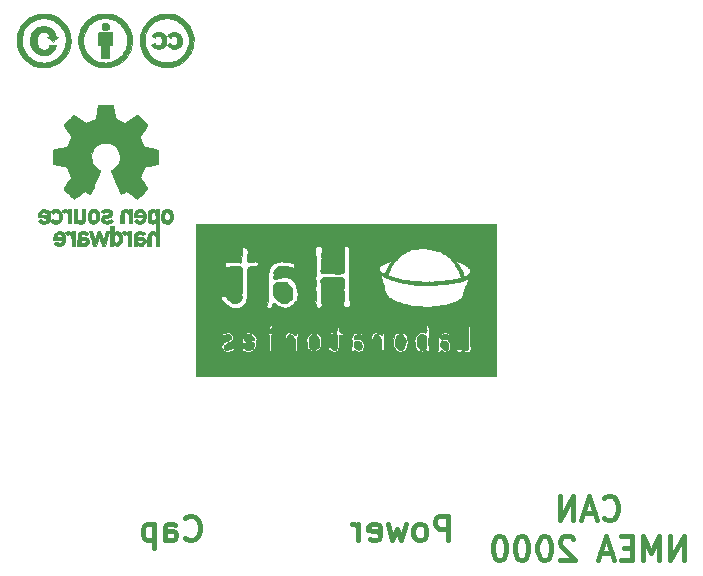
<source format=gbr>
%TF.GenerationSoftware,KiCad,Pcbnew,(5.1.8-0-10_14)*%
%TF.CreationDate,2020-11-27T15:46:17+02:00*%
%TF.ProjectId,SH-RPi,53482d52-5069-42e6-9b69-6361645f7063,revL*%
%TF.SameCoordinates,Original*%
%TF.FileFunction,Legend,Bot*%
%TF.FilePolarity,Positive*%
%FSLAX46Y46*%
G04 Gerber Fmt 4.6, Leading zero omitted, Abs format (unit mm)*
G04 Created by KiCad (PCBNEW (5.1.8-0-10_14)) date 2020-11-27 15:46:17*
%MOMM*%
%LPD*%
G01*
G04 APERTURE LIST*
%ADD10C,0.400000*%
%ADD11C,0.010000*%
G04 APERTURE END LIST*
D10*
X35190476Y-71580285D02*
X35285714Y-71675523D01*
X35571428Y-71770761D01*
X35761904Y-71770761D01*
X36047619Y-71675523D01*
X36238095Y-71485047D01*
X36333333Y-71294571D01*
X36428571Y-70913619D01*
X36428571Y-70627904D01*
X36333333Y-70246952D01*
X36238095Y-70056476D01*
X36047619Y-69866000D01*
X35761904Y-69770761D01*
X35571428Y-69770761D01*
X35285714Y-69866000D01*
X35190476Y-69961238D01*
X33476190Y-71770761D02*
X33476190Y-70723142D01*
X33571428Y-70532666D01*
X33761904Y-70437428D01*
X34142857Y-70437428D01*
X34333333Y-70532666D01*
X33476190Y-71675523D02*
X33666666Y-71770761D01*
X34142857Y-71770761D01*
X34333333Y-71675523D01*
X34428571Y-71485047D01*
X34428571Y-71294571D01*
X34333333Y-71104095D01*
X34142857Y-71008857D01*
X33666666Y-71008857D01*
X33476190Y-70913619D01*
X32523809Y-70437428D02*
X32523809Y-72437428D01*
X32523809Y-70532666D02*
X32333333Y-70437428D01*
X31952380Y-70437428D01*
X31761904Y-70532666D01*
X31666666Y-70627904D01*
X31571428Y-70818380D01*
X31571428Y-71389809D01*
X31666666Y-71580285D01*
X31761904Y-71675523D01*
X31952380Y-71770761D01*
X32333333Y-71770761D01*
X32523809Y-71675523D01*
X57452380Y-71770761D02*
X57452380Y-69770761D01*
X56690476Y-69770761D01*
X56500000Y-69866000D01*
X56404761Y-69961238D01*
X56309523Y-70151714D01*
X56309523Y-70437428D01*
X56404761Y-70627904D01*
X56500000Y-70723142D01*
X56690476Y-70818380D01*
X57452380Y-70818380D01*
X55166666Y-71770761D02*
X55357142Y-71675523D01*
X55452380Y-71580285D01*
X55547619Y-71389809D01*
X55547619Y-70818380D01*
X55452380Y-70627904D01*
X55357142Y-70532666D01*
X55166666Y-70437428D01*
X54880952Y-70437428D01*
X54690476Y-70532666D01*
X54595238Y-70627904D01*
X54500000Y-70818380D01*
X54500000Y-71389809D01*
X54595238Y-71580285D01*
X54690476Y-71675523D01*
X54880952Y-71770761D01*
X55166666Y-71770761D01*
X53833333Y-70437428D02*
X53452380Y-71770761D01*
X53071428Y-70818380D01*
X52690476Y-71770761D01*
X52309523Y-70437428D01*
X50785714Y-71675523D02*
X50976190Y-71770761D01*
X51357142Y-71770761D01*
X51547619Y-71675523D01*
X51642857Y-71485047D01*
X51642857Y-70723142D01*
X51547619Y-70532666D01*
X51357142Y-70437428D01*
X50976190Y-70437428D01*
X50785714Y-70532666D01*
X50690476Y-70723142D01*
X50690476Y-70913619D01*
X51642857Y-71104095D01*
X49833333Y-71770761D02*
X49833333Y-70437428D01*
X49833333Y-70818380D02*
X49738095Y-70627904D01*
X49642857Y-70532666D01*
X49452380Y-70437428D01*
X49261904Y-70437428D01*
X70627714Y-69880285D02*
X70722952Y-69975523D01*
X71008666Y-70070761D01*
X71199142Y-70070761D01*
X71484857Y-69975523D01*
X71675333Y-69785047D01*
X71770571Y-69594571D01*
X71865809Y-69213619D01*
X71865809Y-68927904D01*
X71770571Y-68546952D01*
X71675333Y-68356476D01*
X71484857Y-68166000D01*
X71199142Y-68070761D01*
X71008666Y-68070761D01*
X70722952Y-68166000D01*
X70627714Y-68261238D01*
X69865809Y-69499333D02*
X68913428Y-69499333D01*
X70056285Y-70070761D02*
X69389619Y-68070761D01*
X68722952Y-70070761D01*
X68056285Y-70070761D02*
X68056285Y-68070761D01*
X66913428Y-70070761D01*
X66913428Y-68070761D01*
X77389619Y-73470761D02*
X77389619Y-71470761D01*
X76246761Y-73470761D01*
X76246761Y-71470761D01*
X75294380Y-73470761D02*
X75294380Y-71470761D01*
X74627714Y-72899333D01*
X73961047Y-71470761D01*
X73961047Y-73470761D01*
X73008666Y-72423142D02*
X72342000Y-72423142D01*
X72056285Y-73470761D02*
X73008666Y-73470761D01*
X73008666Y-71470761D01*
X72056285Y-71470761D01*
X71294380Y-72899333D02*
X70342000Y-72899333D01*
X71484857Y-73470761D02*
X70818190Y-71470761D01*
X70151523Y-73470761D01*
X68056285Y-71661238D02*
X67961047Y-71566000D01*
X67770571Y-71470761D01*
X67294380Y-71470761D01*
X67103904Y-71566000D01*
X67008666Y-71661238D01*
X66913428Y-71851714D01*
X66913428Y-72042190D01*
X67008666Y-72327904D01*
X68151523Y-73470761D01*
X66913428Y-73470761D01*
X65675333Y-71470761D02*
X65484857Y-71470761D01*
X65294380Y-71566000D01*
X65199142Y-71661238D01*
X65103904Y-71851714D01*
X65008666Y-72232666D01*
X65008666Y-72708857D01*
X65103904Y-73089809D01*
X65199142Y-73280285D01*
X65294380Y-73375523D01*
X65484857Y-73470761D01*
X65675333Y-73470761D01*
X65865809Y-73375523D01*
X65961047Y-73280285D01*
X66056285Y-73089809D01*
X66151523Y-72708857D01*
X66151523Y-72232666D01*
X66056285Y-71851714D01*
X65961047Y-71661238D01*
X65865809Y-71566000D01*
X65675333Y-71470761D01*
X63770571Y-71470761D02*
X63580095Y-71470761D01*
X63389619Y-71566000D01*
X63294380Y-71661238D01*
X63199142Y-71851714D01*
X63103904Y-72232666D01*
X63103904Y-72708857D01*
X63199142Y-73089809D01*
X63294380Y-73280285D01*
X63389619Y-73375523D01*
X63580095Y-73470761D01*
X63770571Y-73470761D01*
X63961047Y-73375523D01*
X64056285Y-73280285D01*
X64151523Y-73089809D01*
X64246761Y-72708857D01*
X64246761Y-72232666D01*
X64151523Y-71851714D01*
X64056285Y-71661238D01*
X63961047Y-71566000D01*
X63770571Y-71470761D01*
X61865809Y-71470761D02*
X61675333Y-71470761D01*
X61484857Y-71566000D01*
X61389619Y-71661238D01*
X61294380Y-71851714D01*
X61199142Y-72232666D01*
X61199142Y-72708857D01*
X61294380Y-73089809D01*
X61389619Y-73280285D01*
X61484857Y-73375523D01*
X61675333Y-73470761D01*
X61865809Y-73470761D01*
X62056285Y-73375523D01*
X62151523Y-73280285D01*
X62246761Y-73089809D01*
X62342000Y-72708857D01*
X62342000Y-72232666D01*
X62246761Y-71851714D01*
X62151523Y-71661238D01*
X62056285Y-71566000D01*
X61865809Y-71470761D01*
D11*
%TO.C,G\u002A\u002A\u002A*%
G36*
X36068000Y-57886600D02*
G01*
X61468000Y-57886600D01*
X61468000Y-55513233D01*
X59349167Y-55513233D01*
X59337058Y-55624962D01*
X59312788Y-55727006D01*
X59278636Y-55804245D01*
X59250261Y-55835331D01*
X59212088Y-55842432D01*
X59137837Y-55843482D01*
X59041878Y-55838424D01*
X59016900Y-55836266D01*
X58888332Y-55826957D01*
X58749738Y-55821028D01*
X58635900Y-55819756D01*
X58526721Y-55823916D01*
X58421029Y-55832311D01*
X58352081Y-55841473D01*
X58279262Y-55849960D01*
X58230552Y-55837078D01*
X58181422Y-55796126D01*
X58179647Y-55794355D01*
X58136963Y-55743578D01*
X58129712Y-55704046D01*
X58140349Y-55677269D01*
X58174404Y-55636543D01*
X58227378Y-55615605D01*
X58307014Y-55613981D01*
X58421054Y-55631198D01*
X58523831Y-55653812D01*
X58704455Y-55691965D01*
X58843820Y-55710238D01*
X58947381Y-55708717D01*
X59020591Y-55687485D01*
X59055573Y-55662081D01*
X59072627Y-55642309D01*
X59085809Y-55616943D01*
X59095809Y-55579286D01*
X59103317Y-55522640D01*
X59109026Y-55440307D01*
X59109556Y-55427087D01*
X57632660Y-55427087D01*
X57624861Y-55526448D01*
X57610065Y-55609122D01*
X57589116Y-55662855D01*
X57569418Y-55676800D01*
X57531826Y-55691601D01*
X57473653Y-55728940D01*
X57446659Y-55749377D01*
X57334695Y-55813079D01*
X57210249Y-55843210D01*
X57087063Y-55839446D01*
X56978878Y-55801461D01*
X56926460Y-55761688D01*
X56894420Y-55735943D01*
X56862310Y-55733299D01*
X56817924Y-55757415D01*
X56749054Y-55811950D01*
X56743600Y-55816500D01*
X56673022Y-55873004D01*
X56627428Y-55898721D01*
X56594041Y-55896845D01*
X56560084Y-55870569D01*
X56553454Y-55864024D01*
X56526223Y-55812408D01*
X56529661Y-55781474D01*
X56548053Y-55735219D01*
X55827442Y-55735219D01*
X55824253Y-55796226D01*
X55809907Y-55827189D01*
X55783324Y-55833183D01*
X55743422Y-55819279D01*
X55689123Y-55790553D01*
X55681795Y-55786467D01*
X55558473Y-55717613D01*
X55428778Y-55773406D01*
X55338135Y-55805586D01*
X55250876Y-55825745D01*
X55213152Y-55829200D01*
X55070980Y-55811731D01*
X54929241Y-55764406D01*
X54807700Y-55694848D01*
X54761636Y-55655088D01*
X54722273Y-55612476D01*
X54694061Y-55571176D01*
X54673048Y-55519894D01*
X54655281Y-55447339D01*
X54636807Y-55342217D01*
X54624383Y-55262999D01*
X54601988Y-55102144D01*
X54595870Y-55026754D01*
X54017091Y-55026754D01*
X54010429Y-55104285D01*
X53992358Y-55203063D01*
X53973837Y-55287289D01*
X53933500Y-55442199D01*
X53889249Y-55556471D01*
X53834785Y-55640212D01*
X53763809Y-55703527D01*
X53686360Y-55748552D01*
X53619684Y-55786030D01*
X53577000Y-55818049D01*
X53568600Y-55830981D01*
X53544523Y-55849730D01*
X53472476Y-55852587D01*
X53352739Y-55839556D01*
X53270781Y-55826340D01*
X53121566Y-55784316D01*
X53013585Y-55716069D01*
X52943078Y-55618956D01*
X52929688Y-55586643D01*
X52904554Y-55529434D01*
X52882950Y-55500042D01*
X52879770Y-55499000D01*
X52856114Y-55479439D01*
X52819744Y-55430755D01*
X52808672Y-55413451D01*
X52777559Y-55347883D01*
X52760962Y-55269670D01*
X52758810Y-55170183D01*
X52771037Y-55040795D01*
X52797574Y-54872880D01*
X52804111Y-54836553D01*
X52849462Y-54628494D01*
X52900996Y-54466094D01*
X52943450Y-54380579D01*
X52014461Y-54380579D01*
X52009596Y-54449255D01*
X51990024Y-54685771D01*
X51978009Y-54880907D01*
X51973598Y-55032600D01*
X51976838Y-55138785D01*
X51987778Y-55197397D01*
X51992143Y-55204902D01*
X52005859Y-55237173D01*
X52010113Y-55295335D01*
X52005012Y-55388231D01*
X51995568Y-55481959D01*
X51977871Y-55625609D01*
X51960269Y-55723896D01*
X51939754Y-55782163D01*
X51913320Y-55805753D01*
X51877961Y-55800010D01*
X51832551Y-55771656D01*
X51816310Y-55754049D01*
X51804142Y-55723473D01*
X51795225Y-55672596D01*
X51788735Y-55594088D01*
X51783851Y-55480619D01*
X51779748Y-55324858D01*
X51779419Y-55309698D01*
X50324339Y-55309698D01*
X50315482Y-55461955D01*
X50273903Y-55602459D01*
X50223673Y-55697715D01*
X50165379Y-55759711D01*
X50081436Y-55805089D01*
X50044591Y-55819444D01*
X49919264Y-55842719D01*
X49791050Y-55827812D01*
X49681153Y-55777512D01*
X49595025Y-55737537D01*
X49506564Y-55730583D01*
X49432876Y-55756795D01*
X49412503Y-55775250D01*
X49360125Y-55810206D01*
X49308611Y-55801236D01*
X49264575Y-55754887D01*
X49234635Y-55677707D01*
X49225200Y-55589898D01*
X49234026Y-55511708D01*
X49256038Y-55420118D01*
X49264484Y-55394243D01*
X49282252Y-55333534D01*
X49290909Y-55269429D01*
X49290921Y-55188183D01*
X49282752Y-55076045D01*
X49277184Y-55018338D01*
X49262875Y-54869997D01*
X49254965Y-54762315D01*
X49254188Y-54685467D01*
X49261275Y-54629628D01*
X49276961Y-54584974D01*
X49301978Y-54541680D01*
X49314100Y-54523516D01*
X49353091Y-54458602D01*
X49375492Y-54406865D01*
X49377600Y-54394786D01*
X49381436Y-54384907D01*
X48590200Y-54384907D01*
X48571393Y-54400250D01*
X48511807Y-54403472D01*
X48427388Y-54397134D01*
X48325144Y-54389959D01*
X48256429Y-54398084D01*
X48215710Y-54428836D01*
X48197452Y-54489544D01*
X48196122Y-54587537D01*
X48203229Y-54693985D01*
X48217181Y-54948726D01*
X48214603Y-55169962D01*
X48195142Y-55372342D01*
X48185293Y-55435500D01*
X48147570Y-55595749D01*
X48095903Y-55710299D01*
X48028477Y-55782784D01*
X48004610Y-55797018D01*
X47934472Y-55816641D01*
X47832892Y-55826761D01*
X47718296Y-55827546D01*
X47609114Y-55819167D01*
X47523773Y-55801792D01*
X47500510Y-55792397D01*
X47413626Y-55734245D01*
X47345119Y-55663710D01*
X47298626Y-55589513D01*
X47277784Y-55520373D01*
X47286228Y-55465012D01*
X47327597Y-55432149D01*
X47348457Y-55427799D01*
X47396950Y-55433110D01*
X47450768Y-55465259D01*
X47521335Y-55531298D01*
X47528873Y-55539119D01*
X47598503Y-55606803D01*
X47655383Y-55644941D01*
X47718360Y-55663765D01*
X47770718Y-55670418D01*
X47854462Y-55674172D01*
X47908080Y-55662247D01*
X47950987Y-55630206D01*
X47952252Y-55628948D01*
X47969661Y-55611365D01*
X47983217Y-55593534D01*
X47993461Y-55569280D01*
X48000938Y-55532427D01*
X48006191Y-55476799D01*
X48009762Y-55396222D01*
X48012196Y-55284518D01*
X48014036Y-55135514D01*
X48015824Y-54943032D01*
X48016193Y-54902100D01*
X48016291Y-54889400D01*
X46719856Y-54889400D01*
X46713836Y-54987608D01*
X46698075Y-55111663D01*
X46675705Y-55243652D01*
X46649858Y-55365661D01*
X46623666Y-55459780D01*
X46616902Y-55478187D01*
X46563803Y-55569190D01*
X46483349Y-55660042D01*
X46389243Y-55738827D01*
X46295189Y-55793630D01*
X46233235Y-55811790D01*
X46136459Y-55816462D01*
X46025905Y-55812158D01*
X45919913Y-55800561D01*
X45836820Y-55783355D01*
X45808900Y-55772827D01*
X45740460Y-55725655D01*
X45660128Y-55653171D01*
X45584587Y-55572063D01*
X45530521Y-55499020D01*
X45524546Y-55488378D01*
X45502696Y-55427942D01*
X45495998Y-55349954D01*
X45502636Y-55242167D01*
X45509397Y-55134652D01*
X45503018Y-55058893D01*
X45481729Y-54997135D01*
X45477338Y-54988366D01*
X45448922Y-54901208D01*
X45444056Y-54787222D01*
X45445647Y-54760624D01*
X45475906Y-54611702D01*
X45546209Y-54482724D01*
X45660797Y-54367155D01*
X45697493Y-54340455D01*
X44723066Y-54340455D01*
X44710802Y-54447884D01*
X44696374Y-54526515D01*
X44678850Y-54615321D01*
X44665965Y-54686917D01*
X44657360Y-54750862D01*
X44652678Y-54816716D01*
X44651561Y-54894037D01*
X44653651Y-54992385D01*
X44658590Y-55121319D01*
X44666021Y-55290398D01*
X44666977Y-55311887D01*
X44674010Y-55494215D01*
X44676557Y-55631131D01*
X44674341Y-55727850D01*
X44667087Y-55789583D01*
X44654518Y-55821545D01*
X44639628Y-55829200D01*
X44607860Y-55818491D01*
X44568981Y-55799651D01*
X44516823Y-55765908D01*
X44483433Y-55724213D01*
X44465474Y-55663754D01*
X44459609Y-55573720D01*
X44462110Y-55453343D01*
X44468732Y-55346313D01*
X44478877Y-55257241D01*
X44490831Y-55199309D01*
X44496843Y-55186268D01*
X44504675Y-55146469D01*
X44500261Y-55071664D01*
X44485908Y-54975519D01*
X44463922Y-54871698D01*
X44436611Y-54773868D01*
X44418857Y-54724300D01*
X44345485Y-54580262D01*
X44256881Y-54469484D01*
X44158758Y-54396553D01*
X44056830Y-54366059D01*
X43982180Y-54373551D01*
X43916657Y-54409525D01*
X43856892Y-54469992D01*
X43814515Y-54539289D01*
X43801159Y-54601748D01*
X43803594Y-54614074D01*
X43799320Y-54656794D01*
X43750597Y-54691233D01*
X43750364Y-54691339D01*
X43697684Y-54708854D01*
X43664400Y-54694881D01*
X43647118Y-54673990D01*
X43611493Y-54584605D01*
X43619561Y-54481024D01*
X43669845Y-54372300D01*
X43703719Y-54326653D01*
X43713607Y-54315177D01*
X42977310Y-54315177D01*
X42944244Y-54336303D01*
X42863704Y-54350037D01*
X42736688Y-54355838D01*
X42706727Y-54356000D01*
X42517008Y-54356000D01*
X42478110Y-54449095D01*
X42463379Y-54492701D01*
X42454071Y-54545529D01*
X42449871Y-54616590D01*
X42450464Y-54714897D01*
X42455535Y-54849459D01*
X42460564Y-54950745D01*
X42467835Y-55111195D01*
X42473340Y-55275707D01*
X42476951Y-55434551D01*
X42478536Y-55577997D01*
X42477965Y-55696316D01*
X42475109Y-55779776D01*
X42472065Y-55810150D01*
X42450286Y-55829691D01*
X42405852Y-55816520D01*
X42350927Y-55774914D01*
X42339878Y-55763689D01*
X42311782Y-55729942D01*
X42293870Y-55693026D01*
X42283935Y-55641153D01*
X42279765Y-55562535D01*
X42279152Y-55445383D01*
X42279169Y-55439839D01*
X42280661Y-55291673D01*
X42283877Y-55122432D01*
X42288215Y-54961789D01*
X42289823Y-54914800D01*
X42292160Y-54804821D01*
X41218846Y-54804821D01*
X41215827Y-54843319D01*
X41207606Y-54909779D01*
X41199420Y-55007374D01*
X41192882Y-55116466D01*
X41192227Y-55130700D01*
X41163121Y-55339775D01*
X41096910Y-55515856D01*
X40995432Y-55657061D01*
X40860524Y-55761506D01*
X40694025Y-55827307D01*
X40497772Y-55852582D01*
X40487600Y-55852744D01*
X40395146Y-55847247D01*
X40313394Y-55831510D01*
X40280890Y-55819322D01*
X40210324Y-55797204D01*
X40152345Y-55796121D01*
X40090138Y-55787009D01*
X40045101Y-55743173D01*
X40022926Y-55679378D01*
X40029304Y-55610388D01*
X40060975Y-55559139D01*
X40084817Y-55543270D01*
X40118136Y-55542808D01*
X40171779Y-55560315D01*
X40256594Y-55598353D01*
X40285684Y-55612207D01*
X40396600Y-55659454D01*
X40495382Y-55690784D01*
X40563084Y-55701085D01*
X40666859Y-55687745D01*
X40774833Y-55655170D01*
X40864220Y-55611011D01*
X40890381Y-55591175D01*
X40917937Y-55546585D01*
X40935046Y-55502800D01*
X39345052Y-55502800D01*
X39329059Y-55566611D01*
X39274274Y-55648106D01*
X39222750Y-55704307D01*
X39152520Y-55770809D01*
X39099648Y-55807408D01*
X39048112Y-55822496D01*
X38992928Y-55824667D01*
X38922093Y-55827637D01*
X38874548Y-55836867D01*
X38867128Y-55841122D01*
X38832525Y-55848833D01*
X38770937Y-55844302D01*
X38760400Y-55842483D01*
X38675090Y-55828034D01*
X38578546Y-55813634D01*
X38561208Y-55811283D01*
X38490604Y-55796145D01*
X38438215Y-55765193D01*
X38385501Y-55705968D01*
X38366644Y-55680540D01*
X38282984Y-55548129D01*
X38238963Y-55432043D01*
X38236321Y-55328623D01*
X38276799Y-55234209D01*
X38362136Y-55145141D01*
X38494074Y-55057761D01*
X38674353Y-54968408D01*
X38713498Y-54951215D01*
X38826167Y-54899516D01*
X38923607Y-54849246D01*
X38994931Y-54806384D01*
X39028283Y-54778404D01*
X39055788Y-54707914D01*
X39063025Y-54620033D01*
X39049599Y-54539501D01*
X39032643Y-54506491D01*
X38939988Y-54425088D01*
X38815979Y-54381520D01*
X38710937Y-54372933D01*
X38609423Y-54379075D01*
X38526621Y-54402917D01*
X38434430Y-54452584D01*
X38433540Y-54453131D01*
X38303200Y-54533330D01*
X38303200Y-54423557D01*
X38306495Y-54364627D01*
X38321768Y-54322176D01*
X38357104Y-54291105D01*
X38420587Y-54266312D01*
X38520302Y-54242699D01*
X38620700Y-54223259D01*
X38750879Y-54203389D01*
X38850006Y-54202853D01*
X38935388Y-54225427D01*
X39024330Y-54274884D01*
X39097656Y-54327281D01*
X39198313Y-54427781D01*
X39250098Y-54540636D01*
X39253030Y-54664399D01*
X39207125Y-54797625D01*
X39112404Y-54938869D01*
X39089743Y-54965520D01*
X39031521Y-55028482D01*
X38992937Y-55057794D01*
X38962425Y-55059892D01*
X38940036Y-55048841D01*
X38873008Y-55034414D01*
X38785615Y-55053031D01*
X38689605Y-55098374D01*
X38596726Y-55164125D01*
X38518726Y-55243965D01*
X38485427Y-55293354D01*
X38437563Y-55412986D01*
X38435181Y-55517012D01*
X38477391Y-55601584D01*
X38563305Y-55662850D01*
X38571582Y-55666439D01*
X38655296Y-55686505D01*
X38754266Y-55680046D01*
X38875652Y-55645444D01*
X39026617Y-55581078D01*
X39093088Y-55548549D01*
X39185850Y-55504769D01*
X39262270Y-55473997D01*
X39310718Y-55460685D01*
X39320285Y-55461570D01*
X39345052Y-55502800D01*
X40935046Y-55502800D01*
X40948757Y-55467713D01*
X40978449Y-55370496D01*
X41002623Y-55270873D01*
X41016888Y-55184782D01*
X41017330Y-55130397D01*
X40981963Y-55075397D01*
X40903582Y-55038209D01*
X40786956Y-55019393D01*
X40636849Y-55019507D01*
X40458029Y-55039109D01*
X40369268Y-55054475D01*
X40251741Y-55072173D01*
X40148290Y-55079071D01*
X40081283Y-55074786D01*
X40012705Y-55064417D01*
X39963709Y-55062745D01*
X39960550Y-55063224D01*
X39940695Y-55062550D01*
X39932193Y-55045869D01*
X39936117Y-55005946D01*
X39953543Y-54935545D01*
X39985542Y-54827430D01*
X40004775Y-54765215D01*
X40074771Y-54563444D01*
X40146049Y-54408704D01*
X40222048Y-54297272D01*
X40306209Y-54225425D01*
X40401971Y-54189440D01*
X40512773Y-54185593D01*
X40537658Y-54188436D01*
X40624319Y-54204676D01*
X40721683Y-54229701D01*
X40817322Y-54259369D01*
X40898809Y-54289536D01*
X40953714Y-54316062D01*
X40970200Y-54332597D01*
X40985735Y-54363730D01*
X41025329Y-54417193D01*
X41053950Y-54451176D01*
X41141897Y-54571799D01*
X41198483Y-54693607D01*
X41218846Y-54804821D01*
X42292160Y-54804821D01*
X42292690Y-54779882D01*
X42288901Y-54682472D01*
X42277259Y-54609575D01*
X42256570Y-54548194D01*
X42255988Y-54546836D01*
X42233622Y-54466972D01*
X42226547Y-54379105D01*
X42234285Y-54300709D01*
X42256360Y-54249256D01*
X42264289Y-54242510D01*
X42306663Y-54232633D01*
X42386400Y-54226676D01*
X42490232Y-54224421D01*
X42604891Y-54225648D01*
X42717109Y-54230141D01*
X42813617Y-54237681D01*
X42881148Y-54248049D01*
X42897024Y-54252918D01*
X42961903Y-54287202D01*
X42977310Y-54315177D01*
X43713607Y-54315177D01*
X43769067Y-54250813D01*
X43816613Y-54206592D01*
X43859713Y-54185486D01*
X43911725Y-54178992D01*
X43936285Y-54178588D01*
X44006089Y-54191132D01*
X44098814Y-54224289D01*
X44199378Y-54270596D01*
X44292700Y-54322595D01*
X44363701Y-54372823D01*
X44393066Y-54404570D01*
X44440724Y-54450773D01*
X44491535Y-54453952D01*
X44530717Y-54415798D01*
X44540174Y-54387750D01*
X44571295Y-54278753D01*
X44607557Y-54219568D01*
X44644408Y-54208141D01*
X44691069Y-54227935D01*
X44716888Y-54269589D01*
X44723066Y-54340455D01*
X45697493Y-54340455D01*
X45737058Y-54311669D01*
X45813810Y-54262842D01*
X45873307Y-54234918D01*
X45935057Y-54222711D01*
X46018568Y-54221037D01*
X46072669Y-54222469D01*
X46176940Y-54227983D01*
X46250665Y-54240769D01*
X46314086Y-54267022D01*
X46387445Y-54312941D01*
X46403001Y-54323589D01*
X46548050Y-54442996D01*
X46646471Y-54572307D01*
X46702371Y-54718856D01*
X46719856Y-54889400D01*
X48016291Y-54889400D01*
X48017454Y-54739289D01*
X48017285Y-54619427D01*
X48014839Y-54534664D01*
X48009271Y-54477154D01*
X47999734Y-54439048D01*
X47985382Y-54412497D01*
X47965368Y-54389653D01*
X47960391Y-54384618D01*
X47930626Y-54357376D01*
X47899482Y-54340822D01*
X47855439Y-54333409D01*
X47786972Y-54333587D01*
X47682560Y-54339809D01*
X47646011Y-54342374D01*
X47391576Y-54360413D01*
X47410112Y-54301056D01*
X47435478Y-54247347D01*
X47456974Y-54223038D01*
X47516663Y-54206721D01*
X47612422Y-54207245D01*
X47732533Y-54224225D01*
X47776341Y-54233565D01*
X47871046Y-54247938D01*
X47933340Y-54234547D01*
X47970152Y-54187034D01*
X47988411Y-54099038D01*
X47992890Y-54034826D01*
X48006495Y-53897099D01*
X48033527Y-53805488D01*
X48075375Y-53756757D01*
X48116562Y-53746400D01*
X48187721Y-53762281D01*
X48218288Y-53807385D01*
X48206266Y-53877898D01*
X48196485Y-53898829D01*
X48167434Y-53999081D01*
X48185467Y-54088912D01*
X48247189Y-54163612D01*
X48349208Y-54218468D01*
X48444300Y-54242798D01*
X48508505Y-54258195D01*
X48532948Y-54280216D01*
X48531356Y-54307817D01*
X48534684Y-54348267D01*
X48554478Y-54356000D01*
X48586694Y-54372453D01*
X48590200Y-54384907D01*
X49381436Y-54384907D01*
X49401965Y-54332044D01*
X49474812Y-54283354D01*
X49595775Y-54248834D01*
X49764486Y-54228600D01*
X49920129Y-54222890D01*
X50177700Y-54220235D01*
X50179151Y-54294467D01*
X50168539Y-54373986D01*
X50131062Y-54410830D01*
X50064202Y-54406654D01*
X50028310Y-54393720D01*
X49894397Y-54358265D01*
X49762567Y-54359644D01*
X49643580Y-54394808D01*
X49548195Y-54460706D01*
X49490372Y-54546240D01*
X49459043Y-54644045D01*
X49461580Y-54714744D01*
X49498499Y-54769548D01*
X49500742Y-54771608D01*
X49532306Y-54792447D01*
X49576847Y-54803023D01*
X49646576Y-54804551D01*
X49753706Y-54798248D01*
X49761938Y-54797620D01*
X49873972Y-54790884D01*
X49951717Y-54792563D01*
X50011250Y-54804463D01*
X50068650Y-54828388D01*
X50078050Y-54833115D01*
X50176175Y-54909983D01*
X50251833Y-55022506D01*
X50302172Y-55159480D01*
X50324339Y-55309698D01*
X51779419Y-55309698D01*
X51779107Y-55295406D01*
X51773296Y-55101365D01*
X51764652Y-54952505D01*
X51752363Y-54843249D01*
X51735616Y-54768019D01*
X51713599Y-54721236D01*
X51692521Y-54701076D01*
X51669318Y-54667014D01*
X51651621Y-54613278D01*
X51610152Y-54526509D01*
X51534131Y-54446510D01*
X51439480Y-54385792D01*
X51342121Y-54356869D01*
X51324220Y-54356000D01*
X51265556Y-54377235D01*
X51200218Y-54431774D01*
X51140670Y-54505862D01*
X51099378Y-54585745D01*
X51091486Y-54612796D01*
X51059327Y-54692986D01*
X51009533Y-54727333D01*
X50944549Y-54714183D01*
X50942925Y-54713325D01*
X50884382Y-54681994D01*
X50941815Y-54517631D01*
X50981130Y-54411916D01*
X51016292Y-54341045D01*
X51057102Y-54291014D01*
X51113359Y-54247821D01*
X51144525Y-54227996D01*
X51231217Y-54194898D01*
X51329405Y-54198612D01*
X51443910Y-54240590D01*
X51579550Y-54322285D01*
X51665297Y-54384972D01*
X51744023Y-54440445D01*
X51793058Y-54460398D01*
X51818575Y-54445293D01*
X51826710Y-54397015D01*
X51853343Y-54316891D01*
X51898620Y-54271354D01*
X51956017Y-54238367D01*
X51993185Y-54243538D01*
X52012031Y-54289924D01*
X52014461Y-54380579D01*
X52943450Y-54380579D01*
X52958039Y-54351193D01*
X53000268Y-54300561D01*
X53074199Y-54260848D01*
X53183366Y-54234341D01*
X53313816Y-54221556D01*
X53451595Y-54223010D01*
X53582749Y-54239220D01*
X53693324Y-54270703D01*
X53702340Y-54274546D01*
X53778027Y-54314884D01*
X53837698Y-54365850D01*
X53885223Y-54435151D01*
X53924472Y-54530492D01*
X53959315Y-54659579D01*
X53993622Y-54830120D01*
X54000460Y-54868189D01*
X54013412Y-54953658D01*
X54017091Y-55026754D01*
X54595870Y-55026754D01*
X54591829Y-54976961D01*
X54594647Y-54873637D01*
X54611181Y-54778362D01*
X54642168Y-54677326D01*
X54658025Y-54634184D01*
X54746403Y-54453795D01*
X54859604Y-54309102D01*
X54983459Y-54211933D01*
X55034448Y-54183533D01*
X55079088Y-54166027D01*
X55127906Y-54159556D01*
X55191431Y-54164266D01*
X55280191Y-54180298D01*
X55404716Y-54207796D01*
X55450542Y-54218285D01*
X55520132Y-54212578D01*
X55574902Y-54168468D01*
X55610037Y-54097353D01*
X55620723Y-54010634D01*
X55602145Y-53919713D01*
X55588828Y-53890834D01*
X55556448Y-53796786D01*
X55556038Y-53718427D01*
X42565184Y-53718427D01*
X42542098Y-53793405D01*
X42478187Y-53874835D01*
X42455443Y-53895970D01*
X42387438Y-53951091D01*
X42343478Y-53971009D01*
X42312954Y-53957661D01*
X42291894Y-53925869D01*
X42271944Y-53863086D01*
X42265600Y-53803949D01*
X42255545Y-53739981D01*
X42235120Y-53700680D01*
X42223280Y-53678489D01*
X42253802Y-53670555D01*
X42271721Y-53670200D01*
X42327488Y-53661516D01*
X42354500Y-53644800D01*
X42393125Y-53623522D01*
X42454542Y-53621243D01*
X42515080Y-53636423D01*
X42544727Y-53657170D01*
X42565184Y-53718427D01*
X55556038Y-53718427D01*
X55555975Y-53706580D01*
X55585675Y-53634693D01*
X55623289Y-53603122D01*
X55684753Y-53581903D01*
X55729480Y-53591043D01*
X55759512Y-53634870D01*
X55776896Y-53717712D01*
X55783675Y-53843896D01*
X55783502Y-53942270D01*
X55784419Y-54046345D01*
X55789733Y-54130059D01*
X55798450Y-54181266D01*
X55803809Y-54190905D01*
X55817411Y-54223954D01*
X55815688Y-54274434D01*
X55804884Y-54361351D01*
X55795071Y-54484317D01*
X55786646Y-54631336D01*
X55780009Y-54790418D01*
X55775559Y-54949567D01*
X55773695Y-55096791D01*
X55774816Y-55220097D01*
X55779320Y-55307491D01*
X55780869Y-55321200D01*
X55804670Y-55502779D01*
X55820554Y-55639094D01*
X55827442Y-55735219D01*
X56548053Y-55735219D01*
X56573175Y-55672043D01*
X56595859Y-55587590D01*
X56600621Y-55508183D01*
X56590370Y-55413889D01*
X56586664Y-55390827D01*
X56573171Y-55291663D01*
X56573253Y-55223945D01*
X56587704Y-55169952D01*
X56597504Y-55148590D01*
X56618524Y-55096226D01*
X56622442Y-55044419D01*
X56609528Y-54972729D01*
X56600307Y-54936189D01*
X56579167Y-54821367D01*
X56583489Y-54717772D01*
X56590725Y-54678580D01*
X56638140Y-54523339D01*
X56710476Y-54405059D01*
X56815187Y-54315844D01*
X56959731Y-54247798D01*
X57014867Y-54229436D01*
X57106713Y-54202659D01*
X57171161Y-54191350D01*
X57228982Y-54194833D01*
X57300945Y-54212431D01*
X57324854Y-54219328D01*
X57407081Y-54243150D01*
X57470860Y-54261366D01*
X57496111Y-54268351D01*
X57513548Y-54295868D01*
X57512090Y-54341872D01*
X57499137Y-54384497D01*
X57471903Y-54398229D01*
X57413646Y-54390660D01*
X57407280Y-54389389D01*
X57239522Y-54368960D01*
X57087615Y-54375913D01*
X56958083Y-54407800D01*
X56857453Y-54462175D01*
X56792250Y-54536589D01*
X56769001Y-54628594D01*
X56769000Y-54628797D01*
X56780000Y-54724462D01*
X56815895Y-54784642D01*
X56881035Y-54811142D01*
X56979766Y-54805768D01*
X57112689Y-54771510D01*
X57199258Y-54750488D01*
X57275430Y-54742497D01*
X57306366Y-54745238D01*
X57350240Y-54774257D01*
X57408789Y-54836551D01*
X57473304Y-54920298D01*
X57535074Y-55013676D01*
X57585389Y-55104864D01*
X57605631Y-55151403D01*
X57623890Y-55227312D01*
X57632618Y-55323291D01*
X57632660Y-55427087D01*
X59109556Y-55427087D01*
X59113627Y-55325588D01*
X59117809Y-55171788D01*
X59121080Y-55027081D01*
X59126089Y-54791065D01*
X59129790Y-54598802D01*
X59132162Y-54443265D01*
X59133183Y-54317422D01*
X59132833Y-54214244D01*
X59131090Y-54126703D01*
X59127933Y-54047767D01*
X59123341Y-53970408D01*
X59117667Y-53892450D01*
X59100588Y-53670200D01*
X59176473Y-53670200D01*
X59254126Y-53691914D01*
X59305216Y-53751708D01*
X59324514Y-53841557D01*
X59321083Y-53892099D01*
X59316847Y-53944015D01*
X59312497Y-54038381D01*
X59308283Y-54166846D01*
X59304453Y-54321063D01*
X59301257Y-54492682D01*
X59299634Y-54610000D01*
X59297800Y-54818483D01*
X59298013Y-54982250D01*
X59300510Y-55107348D01*
X59305532Y-55199830D01*
X59313319Y-55265744D01*
X59324109Y-55311141D01*
X59327780Y-55321200D01*
X59346834Y-55406939D01*
X59349167Y-55513233D01*
X61468000Y-55513233D01*
X61468000Y-49642538D01*
X59153000Y-49642538D01*
X59132223Y-49721001D01*
X59122400Y-49748549D01*
X59097389Y-49817504D01*
X59061794Y-49917077D01*
X59021800Y-50029930D01*
X59005536Y-50076100D01*
X58959787Y-50199285D01*
X58908954Y-50325397D01*
X58862116Y-50432170D01*
X58850202Y-50457100D01*
X58809928Y-50551905D01*
X58766216Y-50675331D01*
X58726290Y-50806328D01*
X58712322Y-50858804D01*
X58669033Y-51019351D01*
X58629037Y-51138733D01*
X58587747Y-51225970D01*
X58540574Y-51290081D01*
X58482932Y-51340087D01*
X58459514Y-51355875D01*
X58373458Y-51413373D01*
X58287358Y-51474550D01*
X58267184Y-51489639D01*
X58194814Y-51533392D01*
X58096852Y-51578549D01*
X58013600Y-51608952D01*
X57900428Y-51645194D01*
X57781392Y-51684254D01*
X57708800Y-51708657D01*
X57544463Y-51764570D01*
X57420349Y-51805772D01*
X57328678Y-51834178D01*
X57261672Y-51851704D01*
X57211550Y-51860262D01*
X57170534Y-51861770D01*
X57130844Y-51858142D01*
X57112305Y-51855488D01*
X57015108Y-51851505D01*
X56926958Y-51877240D01*
X56898588Y-51890879D01*
X56788192Y-51929381D01*
X56650082Y-51942895D01*
X56634349Y-51943000D01*
X56522891Y-51949444D01*
X56409437Y-51966011D01*
X56347587Y-51980825D01*
X56262790Y-51998806D01*
X56148465Y-52012928D01*
X56025863Y-52020746D01*
X55994300Y-52021456D01*
X55883740Y-52024952D01*
X55786108Y-52031853D01*
X55717340Y-52040898D01*
X55702200Y-52044600D01*
X55632385Y-52061207D01*
X55555115Y-52065624D01*
X55457387Y-52057396D01*
X55326196Y-52036074D01*
X55296431Y-52030508D01*
X55196987Y-52013387D01*
X55115498Y-52002565D01*
X55065737Y-51999766D01*
X55058933Y-52000789D01*
X55017718Y-52000083D01*
X54950671Y-51986387D01*
X54927758Y-51979949D01*
X54834098Y-51964002D01*
X54700383Y-51958804D01*
X54579013Y-51962289D01*
X54456296Y-51966990D01*
X54372346Y-51965052D01*
X54315435Y-51955397D01*
X54273836Y-51936942D01*
X54268757Y-51933721D01*
X54205013Y-51902997D01*
X54154180Y-51892200D01*
X54113851Y-51886057D01*
X54033328Y-51869004D01*
X53921536Y-51843102D01*
X53787397Y-51810410D01*
X53783569Y-51809441D01*
X49113889Y-51809441D01*
X49111404Y-51880699D01*
X49100814Y-51927987D01*
X49078791Y-51964707D01*
X49042005Y-52004265D01*
X49034322Y-52011958D01*
X48938639Y-52079652D01*
X48835940Y-52097567D01*
X48724976Y-52065718D01*
X48646004Y-52017002D01*
X48585571Y-51967962D01*
X48546937Y-51927780D01*
X48539400Y-51912693D01*
X48543735Y-51877506D01*
X48555335Y-51805227D01*
X48572091Y-51708693D01*
X48580918Y-51659850D01*
X48602060Y-51520857D01*
X48606997Y-51424785D01*
X48599274Y-51381012D01*
X48590579Y-51331136D01*
X48588439Y-51243210D01*
X48592973Y-51129580D01*
X48596358Y-51083602D01*
X48604655Y-50902531D01*
X48596569Y-50763084D01*
X48588438Y-50718571D01*
X48574954Y-50627561D01*
X48574670Y-50541538D01*
X48578310Y-50516915D01*
X48584798Y-50463382D01*
X48590768Y-50370067D01*
X48595722Y-50247990D01*
X48599162Y-50108171D01*
X48600190Y-50031897D01*
X48601164Y-49862111D01*
X48597935Y-49736682D01*
X48586833Y-49649171D01*
X48564184Y-49593138D01*
X48526318Y-49562142D01*
X48469564Y-49549744D01*
X48390249Y-49549503D01*
X48326988Y-49552698D01*
X48103853Y-49559459D01*
X47843989Y-49557904D01*
X47560718Y-49548427D01*
X47267358Y-49531421D01*
X47066200Y-49515517D01*
X46919322Y-49524778D01*
X46794588Y-49579176D01*
X46695150Y-49677087D01*
X46667086Y-49721017D01*
X46618336Y-49844137D01*
X46617713Y-49955069D01*
X46663362Y-50049458D01*
X46685369Y-50080388D01*
X46699763Y-50113366D01*
X46707421Y-50158239D01*
X46709218Y-50224856D01*
X46706032Y-50323065D01*
X46699280Y-50452933D01*
X46692524Y-50585212D01*
X46687369Y-50705386D01*
X46684283Y-50801047D01*
X46683731Y-50859788D01*
X46683847Y-50863500D01*
X46685181Y-50922610D01*
X46686206Y-51016329D01*
X46686770Y-51128466D01*
X46686832Y-51181000D01*
X46690097Y-51325277D01*
X46698765Y-51488788D01*
X46711106Y-51640473D01*
X46713904Y-51667028D01*
X46725318Y-51808405D01*
X46721105Y-51910682D01*
X46698155Y-51983991D01*
X46653358Y-52038467D01*
X46586311Y-52082778D01*
X46497394Y-52115869D01*
X46418100Y-52105745D01*
X46352832Y-52068456D01*
X46277192Y-51984793D01*
X46230371Y-51861563D01*
X46212184Y-51697905D01*
X46222446Y-51492959D01*
X46224683Y-51473100D01*
X46235821Y-51358185D01*
X46240997Y-51245260D01*
X46240095Y-51121466D01*
X46233000Y-50973940D01*
X46228356Y-50910156D01*
X44698369Y-50910156D01*
X44690887Y-51061323D01*
X44666295Y-51163731D01*
X44641981Y-51249028D01*
X44633072Y-51327070D01*
X44635083Y-51351595D01*
X44636134Y-51394784D01*
X44618661Y-51443184D01*
X44577099Y-51507633D01*
X44511864Y-51591581D01*
X44358932Y-51766936D01*
X44216290Y-51899703D01*
X44077309Y-51995195D01*
X43935362Y-52058722D01*
X43924339Y-52062369D01*
X43738627Y-52107229D01*
X43571976Y-52117066D01*
X43431735Y-52091725D01*
X43388539Y-52073666D01*
X43302825Y-52037801D01*
X43216660Y-52011866D01*
X43206549Y-52009761D01*
X43139994Y-51987338D01*
X43051597Y-51945073D01*
X42965249Y-51895020D01*
X42827018Y-51808939D01*
X42724786Y-51751714D01*
X42653339Y-51722504D01*
X42607460Y-51720466D01*
X42581936Y-51744758D01*
X42571550Y-51794537D01*
X42570400Y-51831254D01*
X42554263Y-51925629D01*
X42512356Y-52014931D01*
X42454441Y-52082876D01*
X42402742Y-52111011D01*
X42330104Y-52118932D01*
X42242006Y-52114582D01*
X42154509Y-52100632D01*
X42083671Y-52079753D01*
X42045552Y-52054618D01*
X42043888Y-52051312D01*
X42045540Y-52011559D01*
X42062323Y-51936570D01*
X42091172Y-51838537D01*
X42115173Y-51767587D01*
X42201823Y-51523900D01*
X42192599Y-50939700D01*
X42190113Y-50762072D01*
X42188320Y-50592136D01*
X42187280Y-50439668D01*
X42187050Y-50314443D01*
X42187689Y-50226238D01*
X42188213Y-50203100D01*
X42190154Y-50125925D01*
X42192417Y-50010247D01*
X42194792Y-49868357D01*
X42197070Y-49712548D01*
X42198439Y-49606200D01*
X42202243Y-49417000D01*
X42209025Y-49269047D01*
X42219584Y-49152834D01*
X42234722Y-49058857D01*
X42249741Y-48996600D01*
X42291410Y-48857159D01*
X42331743Y-48753007D01*
X42378848Y-48669518D01*
X42440836Y-48592065D01*
X42517087Y-48514430D01*
X42589959Y-48447045D01*
X42608584Y-48432864D01*
X41343595Y-48432864D01*
X41320884Y-48488761D01*
X41265940Y-48531766D01*
X41174276Y-48564091D01*
X41041407Y-48587946D01*
X40862847Y-48605543D01*
X40840883Y-48607144D01*
X40694388Y-48623588D01*
X40588833Y-48652909D01*
X40514798Y-48701319D01*
X40462862Y-48775030D01*
X40423606Y-48880251D01*
X40422879Y-48882744D01*
X40408081Y-48941635D01*
X40398913Y-49003348D01*
X40395158Y-49077918D01*
X40396603Y-49175382D01*
X40403033Y-49305776D01*
X40411115Y-49432995D01*
X40419801Y-49590798D01*
X40425162Y-49747618D01*
X40426926Y-49889089D01*
X40424824Y-50000847D01*
X40422512Y-50038000D01*
X40417950Y-50163801D01*
X40423226Y-50292352D01*
X40433833Y-50377198D01*
X40446372Y-50472545D01*
X40447068Y-50572985D01*
X40435532Y-50696184D01*
X40425196Y-50770898D01*
X40406196Y-50915284D01*
X40388086Y-51080126D01*
X40374120Y-51235138D01*
X40371583Y-51269900D01*
X40361127Y-51382071D01*
X40347106Y-51477241D01*
X40331692Y-51542468D01*
X40322556Y-51562000D01*
X40291593Y-51609244D01*
X40254780Y-51678294D01*
X40246602Y-51695446D01*
X40187571Y-51782967D01*
X40088294Y-51883416D01*
X39955516Y-51990423D01*
X39873017Y-52048187D01*
X39827526Y-52075605D01*
X39780818Y-52093999D01*
X39721151Y-52105414D01*
X39636786Y-52111894D01*
X39515982Y-52115481D01*
X39482879Y-52116093D01*
X39354038Y-52115837D01*
X39233686Y-52111159D01*
X39136831Y-52102892D01*
X39085627Y-52094060D01*
X38980299Y-52052165D01*
X38857183Y-51982701D01*
X38731952Y-51896321D01*
X38620281Y-51803678D01*
X38548695Y-51729141D01*
X38474048Y-51649177D01*
X38390074Y-51574725D01*
X38345495Y-51542121D01*
X38279984Y-51497093D01*
X38232861Y-51459996D01*
X38221039Y-51447937D01*
X38202882Y-51386993D01*
X38208933Y-51302993D01*
X38236781Y-51216148D01*
X38252122Y-51187350D01*
X38291605Y-51133917D01*
X38336858Y-51110221D01*
X38410007Y-51104800D01*
X38411476Y-51104800D01*
X38523591Y-51121112D01*
X38609170Y-51174382D01*
X38678229Y-51271103D01*
X38683479Y-51281185D01*
X38750414Y-51377685D01*
X38849833Y-51478998D01*
X38966813Y-51571686D01*
X39082401Y-51640378D01*
X39210090Y-51682005D01*
X39356884Y-51698001D01*
X39509199Y-51690032D01*
X39653450Y-51659761D01*
X39776055Y-51608855D01*
X39857982Y-51545311D01*
X39895934Y-51490212D01*
X39935232Y-51414969D01*
X39943180Y-51396797D01*
X39964678Y-51335564D01*
X39972430Y-51276514D01*
X39967165Y-51201171D01*
X39954209Y-51117551D01*
X39938934Y-51011117D01*
X39937126Y-50931149D01*
X39949522Y-50854939D01*
X39964475Y-50800244D01*
X39979165Y-50743985D01*
X39988764Y-50685559D01*
X39993488Y-50615658D01*
X39993552Y-50524974D01*
X39989172Y-50404197D01*
X39980564Y-50244020D01*
X39978264Y-50204919D01*
X39967590Y-49991588D01*
X39963673Y-49815491D01*
X39966567Y-49663507D01*
X39976328Y-49522514D01*
X39981324Y-49473813D01*
X39997291Y-49281031D01*
X40001863Y-49103095D01*
X39995446Y-48948392D01*
X39978445Y-48825308D01*
X39951266Y-48742229D01*
X39945471Y-48732395D01*
X39915334Y-48688730D01*
X39884896Y-48655410D01*
X39847417Y-48631368D01*
X39796157Y-48615538D01*
X39724377Y-48606851D01*
X39625338Y-48604241D01*
X39492299Y-48606642D01*
X39318523Y-48612986D01*
X39217600Y-48617163D01*
X38646100Y-48641115D01*
X38588950Y-48576141D01*
X38552882Y-48514279D01*
X38532257Y-48437587D01*
X38527462Y-48360485D01*
X38538883Y-48297397D01*
X38566906Y-48262742D01*
X38580484Y-48260000D01*
X38624941Y-48249566D01*
X38637634Y-48236868D01*
X38665194Y-48229959D01*
X38732586Y-48232440D01*
X38829829Y-48243739D01*
X38873137Y-48250325D01*
X38987320Y-48267288D01*
X39067282Y-48274118D01*
X39128598Y-48270710D01*
X39186848Y-48256962D01*
X39214212Y-48248056D01*
X39357592Y-48214155D01*
X39490985Y-48218923D01*
X39616710Y-48254943D01*
X39706905Y-48284049D01*
X39778772Y-48293219D01*
X39834574Y-48278227D01*
X39876576Y-48234846D01*
X39907041Y-48158850D01*
X39928232Y-48046011D01*
X39942413Y-47892102D01*
X39951847Y-47692898D01*
X39954050Y-47625000D01*
X39960121Y-47450045D01*
X39966883Y-47318060D01*
X39975184Y-47221214D01*
X39985868Y-47151677D01*
X39999782Y-47101618D01*
X40014004Y-47069964D01*
X40044812Y-47018766D01*
X40076380Y-46996393D01*
X40127447Y-46995049D01*
X40178440Y-47001542D01*
X40304132Y-47034690D01*
X40392019Y-47096408D01*
X40449586Y-47192254D01*
X40455062Y-47207023D01*
X40469564Y-47256239D01*
X40475907Y-47306900D01*
X40473585Y-47370782D01*
X40462095Y-47459658D01*
X40440930Y-47585305D01*
X40438179Y-47600816D01*
X40409506Y-47773412D01*
X40392921Y-47905033D01*
X40388055Y-48003953D01*
X40394544Y-48078444D01*
X40412020Y-48136782D01*
X40414201Y-48141703D01*
X40449722Y-48193534D01*
X40507138Y-48229924D01*
X40595896Y-48254758D01*
X40725447Y-48271922D01*
X40732468Y-48272584D01*
X40836224Y-48279080D01*
X40909525Y-48273588D01*
X40971814Y-48253654D01*
X41003162Y-48238417D01*
X41108175Y-48205260D01*
X41204961Y-48213640D01*
X41283193Y-48259757D01*
X41332544Y-48339809D01*
X41338559Y-48361865D01*
X41343595Y-48432864D01*
X42608584Y-48432864D01*
X42654075Y-48398228D01*
X42724155Y-48359792D01*
X42814918Y-48323551D01*
X42929518Y-48285053D01*
X43134239Y-48230197D01*
X43328334Y-48204733D01*
X43530072Y-48207572D01*
X43749141Y-48236127D01*
X43867018Y-48255620D01*
X43995033Y-48275498D01*
X44056300Y-48284467D01*
X44159254Y-48303968D01*
X44258546Y-48330644D01*
X44306963Y-48348127D01*
X44405226Y-48390199D01*
X44394283Y-48521949D01*
X44379303Y-48612799D01*
X44353789Y-48693014D01*
X44339602Y-48720417D01*
X44295863Y-48787134D01*
X44119727Y-48699272D01*
X44048153Y-48665666D01*
X43978444Y-48638954D01*
X43901671Y-48617337D01*
X43808905Y-48599014D01*
X43691219Y-48582186D01*
X43539684Y-48565052D01*
X43370500Y-48548220D01*
X43216956Y-48556171D01*
X43082055Y-48611374D01*
X42986257Y-48690877D01*
X42934186Y-48739181D01*
X42892651Y-48766039D01*
X42884264Y-48768000D01*
X42843125Y-48788721D01*
X42790367Y-48842032D01*
X42736203Y-48914650D01*
X42690844Y-48993296D01*
X42668720Y-49048334D01*
X42651131Y-49158004D01*
X42662026Y-49220205D01*
X42672239Y-49309748D01*
X42654861Y-49410612D01*
X42637610Y-49525799D01*
X42655831Y-49608581D01*
X42711356Y-49664624D01*
X42742027Y-49679842D01*
X42804667Y-49696923D01*
X42869199Y-49689047D01*
X42915614Y-49673559D01*
X43012271Y-49639776D01*
X43126986Y-49603108D01*
X43246897Y-49567259D01*
X43359143Y-49535932D01*
X43450862Y-49512828D01*
X43509192Y-49501650D01*
X43514210Y-49501234D01*
X43594097Y-49504907D01*
X43701319Y-49519838D01*
X43816877Y-49542288D01*
X43921771Y-49568514D01*
X43996999Y-49594776D01*
X44002340Y-49597351D01*
X44061314Y-49637931D01*
X44141499Y-49707385D01*
X44232270Y-49794997D01*
X44323005Y-49890052D01*
X44403082Y-49981834D01*
X44461876Y-50059627D01*
X44464355Y-50063400D01*
X44540027Y-50204988D01*
X44603461Y-50372423D01*
X44652459Y-50553741D01*
X44684828Y-50736974D01*
X44698369Y-50910156D01*
X46228356Y-50910156D01*
X46219594Y-50789823D01*
X46218365Y-50774600D01*
X46205614Y-50611505D01*
X46197743Y-50491071D01*
X46194786Y-50405389D01*
X46196778Y-50346550D01*
X46203752Y-50306647D01*
X46215744Y-50277771D01*
X46220549Y-50269720D01*
X46258875Y-50170467D01*
X46273060Y-50041747D01*
X46262815Y-49898943D01*
X46230087Y-49763947D01*
X46204982Y-49686189D01*
X46191465Y-49625554D01*
X46188953Y-49565563D01*
X46196861Y-49489739D01*
X46214608Y-49381603D01*
X46216222Y-49372285D01*
X46228984Y-49287857D01*
X46238379Y-49196825D01*
X46244644Y-49091450D01*
X46248017Y-48963995D01*
X46248733Y-48806721D01*
X46247030Y-48611892D01*
X46244496Y-48447429D01*
X46240891Y-48264434D01*
X46236761Y-48098029D01*
X46232342Y-47954989D01*
X46227872Y-47842089D01*
X46223586Y-47766105D01*
X46219722Y-47733812D01*
X46219549Y-47733474D01*
X46214154Y-47701495D01*
X46208594Y-47628888D01*
X46203464Y-47525819D01*
X46199358Y-47402454D01*
X46198747Y-47377764D01*
X46190929Y-47043061D01*
X46264455Y-46966317D01*
X46365779Y-46883314D01*
X46463541Y-46850856D01*
X46559594Y-46868980D01*
X46655792Y-46937721D01*
X46690518Y-46974524D01*
X46735822Y-47042444D01*
X46756968Y-47121211D01*
X46754862Y-47221929D01*
X46730406Y-47355702D01*
X46723809Y-47383700D01*
X46699535Y-47509688D01*
X46688116Y-47626313D01*
X46689863Y-47721688D01*
X46705092Y-47783926D01*
X46712942Y-47794981D01*
X46724501Y-47827837D01*
X46720870Y-47893230D01*
X46701532Y-47998335D01*
X46696646Y-48020665D01*
X46673873Y-48137399D01*
X46666200Y-48224299D01*
X46672643Y-48299717D01*
X46679828Y-48334554D01*
X46701071Y-48467668D01*
X46704720Y-48598833D01*
X46691141Y-48711224D01*
X46670289Y-48772276D01*
X46647807Y-48841672D01*
X46635311Y-48930585D01*
X46634400Y-48958451D01*
X46652569Y-49065257D01*
X46708176Y-49144036D01*
X46802876Y-49195595D01*
X46938323Y-49220741D01*
X47116169Y-49220279D01*
X47163838Y-49216582D01*
X47270419Y-49205099D01*
X47373083Y-49190844D01*
X47434500Y-49179898D01*
X47510888Y-49172457D01*
X47612876Y-49179097D01*
X47750383Y-49200627D01*
X47797056Y-49209523D01*
X47923976Y-49232888D01*
X48018480Y-49245118D01*
X48097532Y-49247009D01*
X48178096Y-49239357D01*
X48236492Y-49230126D01*
X48390412Y-49194268D01*
X48516175Y-49145894D01*
X48605496Y-49088800D01*
X48642856Y-49043932D01*
X48659132Y-48971674D01*
X48652447Y-48874035D01*
X48625199Y-48769654D01*
X48600173Y-48711925D01*
X48575348Y-48646625D01*
X48581695Y-48587921D01*
X48591821Y-48560887D01*
X48606516Y-48502742D01*
X48611347Y-48417323D01*
X48606579Y-48295350D01*
X48601447Y-48226946D01*
X48592169Y-48075413D01*
X48586768Y-47901143D01*
X48585064Y-47715055D01*
X48586877Y-47528067D01*
X48592025Y-47351097D01*
X48600330Y-47195065D01*
X48611609Y-47070889D01*
X48621599Y-47006724D01*
X48652511Y-46858348D01*
X48751022Y-46874100D01*
X48888067Y-46912569D01*
X48985288Y-46976794D01*
X49033676Y-47048837D01*
X49066036Y-47165307D01*
X49084405Y-47311177D01*
X49087502Y-47466659D01*
X49074047Y-47611968D01*
X49071178Y-47628215D01*
X49061272Y-47707047D01*
X49051966Y-47832591D01*
X49043399Y-48000762D01*
X49035708Y-48207473D01*
X49029035Y-48448640D01*
X49023516Y-48720176D01*
X49019290Y-49017996D01*
X49017393Y-49212500D01*
X49017573Y-49380504D01*
X49020463Y-49556261D01*
X49025651Y-49731576D01*
X49032724Y-49898253D01*
X49041269Y-50048094D01*
X49050873Y-50172904D01*
X49061122Y-50264486D01*
X49071604Y-50314645D01*
X49073107Y-50317972D01*
X49086791Y-50361164D01*
X49085407Y-50421378D01*
X49068179Y-50512057D01*
X49059833Y-50547089D01*
X49028865Y-50756420D01*
X49032006Y-50868578D01*
X49040461Y-50976653D01*
X49045362Y-51086945D01*
X49045905Y-51135632D01*
X49052385Y-51238002D01*
X49069658Y-51342220D01*
X49075191Y-51364232D01*
X49089936Y-51440938D01*
X49102393Y-51548576D01*
X49110413Y-51667278D01*
X49111599Y-51700808D01*
X49113889Y-51809441D01*
X53783569Y-51809441D01*
X53655579Y-51777050D01*
X53437278Y-51717842D01*
X53257231Y-51661311D01*
X53103444Y-51602685D01*
X52963921Y-51537192D01*
X52826665Y-51460059D01*
X52768500Y-51424114D01*
X52676426Y-51372540D01*
X52580733Y-51328920D01*
X52533878Y-51312327D01*
X52442563Y-51270149D01*
X52353402Y-51204590D01*
X52335598Y-51187409D01*
X52246731Y-51073435D01*
X52162721Y-50925446D01*
X52091170Y-50760152D01*
X52039680Y-50594264D01*
X52020724Y-50495200D01*
X52002987Y-50402005D01*
X51971535Y-50275438D01*
X51930273Y-50129776D01*
X51883105Y-49979292D01*
X51864405Y-49923700D01*
X51813121Y-49767393D01*
X51769535Y-49620927D01*
X51735360Y-49491521D01*
X51712313Y-49386394D01*
X51702109Y-49312765D01*
X51706463Y-49277853D01*
X51710525Y-49276000D01*
X51735592Y-49288788D01*
X51793033Y-49323026D01*
X51872602Y-49372526D01*
X51915063Y-49399517D01*
X52288358Y-49608222D01*
X52689375Y-49774360D01*
X53117252Y-49897732D01*
X53216051Y-49922215D01*
X53304547Y-49946930D01*
X53358552Y-49964727D01*
X53413684Y-49978534D01*
X53504685Y-49993319D01*
X53616725Y-50006884D01*
X53687739Y-50013512D01*
X53843686Y-50030827D01*
X53952828Y-50053511D01*
X54015928Y-50080288D01*
X54073281Y-50105360D01*
X54163839Y-50124930D01*
X54294800Y-50140349D01*
X54366690Y-50146139D01*
X54693555Y-50168303D01*
X54970556Y-50183752D01*
X55198180Y-50192502D01*
X55376917Y-50194567D01*
X55507254Y-50189963D01*
X55562500Y-50183995D01*
X55631314Y-50177053D01*
X55741627Y-50170299D01*
X55884136Y-50164102D01*
X56049540Y-50158830D01*
X56228537Y-50154852D01*
X56337200Y-50153257D01*
X56724645Y-50143446D01*
X57070932Y-50123723D01*
X57373821Y-50094304D01*
X57631070Y-50055402D01*
X57829074Y-50010434D01*
X57944247Y-49984064D01*
X58042648Y-49972011D01*
X58095774Y-49973920D01*
X58162694Y-49971701D01*
X58264989Y-49951418D01*
X58392107Y-49916717D01*
X58533496Y-49871245D01*
X58678604Y-49818648D01*
X58816880Y-49762572D01*
X58937771Y-49706664D01*
X59030725Y-49654571D01*
X59042300Y-49646833D01*
X59109581Y-49607413D01*
X59145967Y-49605328D01*
X59153000Y-49642538D01*
X61468000Y-49642538D01*
X61468000Y-49536812D01*
X58491445Y-49536812D01*
X58466034Y-49582839D01*
X58400268Y-49611765D01*
X58394600Y-49613170D01*
X58312670Y-49634947D01*
X58217544Y-49663008D01*
X58191400Y-49671241D01*
X58097992Y-49695148D01*
X57963550Y-49719855D01*
X57786622Y-49745527D01*
X57565753Y-49772334D01*
X57299491Y-49800442D01*
X56986382Y-49830018D01*
X56624971Y-49861231D01*
X56344744Y-49883963D01*
X56228660Y-49894188D01*
X56131190Y-49904684D01*
X56063547Y-49914121D01*
X56037785Y-49920372D01*
X56000427Y-49923100D01*
X55938310Y-49911607D01*
X55928642Y-49908909D01*
X55851658Y-49897509D01*
X55749266Y-49903609D01*
X55651400Y-49919346D01*
X55519859Y-49942574D01*
X55425031Y-49954438D01*
X55354125Y-49954985D01*
X55294354Y-49944263D01*
X55232927Y-49922318D01*
X55229545Y-49920911D01*
X55142961Y-49897258D01*
X55014072Y-49881769D01*
X54839093Y-49873969D01*
X54588034Y-49863139D01*
X54319959Y-49841639D01*
X54047756Y-49811163D01*
X53784313Y-49773406D01*
X53542521Y-49730062D01*
X53335266Y-49682825D01*
X53288735Y-49670145D01*
X53174093Y-49639327D01*
X53062787Y-49612350D01*
X52974891Y-49594008D01*
X52958535Y-49591273D01*
X52882045Y-49575270D01*
X52824828Y-49555702D01*
X52812620Y-49548548D01*
X52774886Y-49529275D01*
X52702138Y-49499865D01*
X52607764Y-49465610D01*
X52571320Y-49453193D01*
X52470668Y-49418660D01*
X52408473Y-49392705D01*
X52374910Y-49368108D01*
X52360155Y-49337648D01*
X52354384Y-49294106D01*
X52354353Y-49293752D01*
X52358677Y-49229298D01*
X52383833Y-49145579D01*
X52433012Y-49033031D01*
X52459108Y-48979825D01*
X52510269Y-48872508D01*
X52553691Y-48771873D01*
X52582990Y-48693153D01*
X52590429Y-48666400D01*
X52608451Y-48611277D01*
X52642991Y-48547470D01*
X52698140Y-48469666D01*
X52777983Y-48372553D01*
X52886609Y-48250818D01*
X53021595Y-48106034D01*
X53072738Y-48051249D01*
X52714324Y-48051249D01*
X52712128Y-48063999D01*
X52690364Y-48097187D01*
X52647388Y-48162216D01*
X52590122Y-48248625D01*
X52545271Y-48316182D01*
X52474296Y-48428222D01*
X52406787Y-48543793D01*
X52353052Y-48644883D01*
X52334521Y-48684482D01*
X52291146Y-48783345D01*
X52247477Y-48881021D01*
X52223703Y-48933100D01*
X52182474Y-49024210D01*
X52142084Y-49116625D01*
X52136424Y-49129950D01*
X52103051Y-49191517D01*
X52062929Y-49219151D01*
X52006266Y-49213666D01*
X51923274Y-49175876D01*
X51879500Y-49151313D01*
X51748791Y-49065551D01*
X51662373Y-48982395D01*
X51614668Y-48894756D01*
X51600100Y-48796104D01*
X51605310Y-48718685D01*
X51624574Y-48652246D01*
X51663348Y-48591676D01*
X51727086Y-48531860D01*
X51821245Y-48467685D01*
X51951278Y-48394036D01*
X52122640Y-48305800D01*
X52123657Y-48305290D01*
X52326028Y-48205520D01*
X52486812Y-48130012D01*
X52605477Y-48078986D01*
X52681492Y-48052659D01*
X52714324Y-48051249D01*
X53072738Y-48051249D01*
X53120020Y-48000602D01*
X53216942Y-47894560D01*
X53301017Y-47800449D01*
X53359550Y-47732440D01*
X53457351Y-47632778D01*
X53546967Y-47580295D01*
X53558497Y-47576724D01*
X53628083Y-47547566D01*
X53714834Y-47497875D01*
X53780248Y-47452816D01*
X53890067Y-47373377D01*
X53970604Y-47323726D01*
X54030010Y-47299312D01*
X54063259Y-47294800D01*
X54110222Y-47280430D01*
X54170795Y-47245329D01*
X54177804Y-47240276D01*
X54235311Y-47208378D01*
X54312007Y-47188274D01*
X54422165Y-47176534D01*
X54449826Y-47174868D01*
X54560211Y-47164776D01*
X54663917Y-47148474D01*
X54739618Y-47129367D01*
X54743241Y-47128041D01*
X54825600Y-47108824D01*
X54948972Y-47096156D01*
X55103881Y-47090991D01*
X55111541Y-47090950D01*
X55229208Y-47090363D01*
X55331852Y-47089683D01*
X55406372Y-47089006D01*
X55435500Y-47088568D01*
X55491076Y-47092519D01*
X55584572Y-47104594D01*
X55704135Y-47122746D01*
X55837913Y-47144928D01*
X55974055Y-47169094D01*
X56100709Y-47193195D01*
X56206022Y-47215185D01*
X56278144Y-47233017D01*
X56286400Y-47235536D01*
X56368971Y-47259640D01*
X56478389Y-47288514D01*
X56591855Y-47316157D01*
X56598741Y-47317748D01*
X56721698Y-47351302D01*
X56808718Y-47389165D01*
X56874612Y-47437884D01*
X56878141Y-47441222D01*
X56956592Y-47497875D01*
X57050335Y-47541787D01*
X57073800Y-47548974D01*
X57230749Y-47608783D01*
X57381403Y-47706301D01*
X57530639Y-47845463D01*
X57683334Y-48030206D01*
X57702858Y-48056634D01*
X57776152Y-48153996D01*
X57849715Y-48246821D01*
X57910885Y-48319272D01*
X57926372Y-48336200D01*
X57984172Y-48406836D01*
X58028928Y-48478217D01*
X58038791Y-48500029D01*
X58064397Y-48553778D01*
X58110001Y-48636603D01*
X58167974Y-48734952D01*
X58203232Y-48792129D01*
X58267676Y-48905342D01*
X58331189Y-49035224D01*
X58389534Y-49170836D01*
X58438479Y-49301238D01*
X58473790Y-49415491D01*
X58491232Y-49502654D01*
X58491445Y-49536812D01*
X61468000Y-49536812D01*
X61468000Y-49059320D01*
X59281288Y-49059320D01*
X59272307Y-49109779D01*
X59242891Y-49158599D01*
X59185719Y-49223745D01*
X59178359Y-49231671D01*
X59111457Y-49293863D01*
X59027659Y-49358436D01*
X58940241Y-49416637D01*
X58862479Y-49459713D01*
X58807650Y-49478914D01*
X58802869Y-49479200D01*
X58772183Y-49466116D01*
X58732405Y-49441027D01*
X58699490Y-49408460D01*
X58683901Y-49360362D01*
X58680823Y-49280397D01*
X58681087Y-49266957D01*
X58680862Y-49216105D01*
X58675167Y-49169985D01*
X58660397Y-49120511D01*
X58632950Y-49059601D01*
X58589220Y-48979172D01*
X58525605Y-48871138D01*
X58446150Y-48739980D01*
X58336302Y-48559170D01*
X58250790Y-48417247D01*
X58187240Y-48309886D01*
X58143281Y-48232761D01*
X58116539Y-48181546D01*
X58104643Y-48151917D01*
X58105219Y-48139547D01*
X58115894Y-48140112D01*
X58117428Y-48140714D01*
X58158333Y-48155354D01*
X58232283Y-48180076D01*
X58323861Y-48209733D01*
X58331100Y-48212041D01*
X58422349Y-48247064D01*
X58534361Y-48299023D01*
X58657955Y-48362601D01*
X58783952Y-48432480D01*
X58903172Y-48503342D01*
X59006434Y-48569870D01*
X59084558Y-48626746D01*
X59128363Y-48668652D01*
X59133061Y-48676581D01*
X59165532Y-48734409D01*
X59210722Y-48797857D01*
X59251977Y-48876813D01*
X59276130Y-48979702D01*
X59277155Y-48989259D01*
X59281288Y-49059320D01*
X61468000Y-49059320D01*
X61468000Y-45008800D01*
X36068000Y-45008800D01*
X36068000Y-57886600D01*
G37*
X36068000Y-57886600D02*
X61468000Y-57886600D01*
X61468000Y-55513233D01*
X59349167Y-55513233D01*
X59337058Y-55624962D01*
X59312788Y-55727006D01*
X59278636Y-55804245D01*
X59250261Y-55835331D01*
X59212088Y-55842432D01*
X59137837Y-55843482D01*
X59041878Y-55838424D01*
X59016900Y-55836266D01*
X58888332Y-55826957D01*
X58749738Y-55821028D01*
X58635900Y-55819756D01*
X58526721Y-55823916D01*
X58421029Y-55832311D01*
X58352081Y-55841473D01*
X58279262Y-55849960D01*
X58230552Y-55837078D01*
X58181422Y-55796126D01*
X58179647Y-55794355D01*
X58136963Y-55743578D01*
X58129712Y-55704046D01*
X58140349Y-55677269D01*
X58174404Y-55636543D01*
X58227378Y-55615605D01*
X58307014Y-55613981D01*
X58421054Y-55631198D01*
X58523831Y-55653812D01*
X58704455Y-55691965D01*
X58843820Y-55710238D01*
X58947381Y-55708717D01*
X59020591Y-55687485D01*
X59055573Y-55662081D01*
X59072627Y-55642309D01*
X59085809Y-55616943D01*
X59095809Y-55579286D01*
X59103317Y-55522640D01*
X59109026Y-55440307D01*
X59109556Y-55427087D01*
X57632660Y-55427087D01*
X57624861Y-55526448D01*
X57610065Y-55609122D01*
X57589116Y-55662855D01*
X57569418Y-55676800D01*
X57531826Y-55691601D01*
X57473653Y-55728940D01*
X57446659Y-55749377D01*
X57334695Y-55813079D01*
X57210249Y-55843210D01*
X57087063Y-55839446D01*
X56978878Y-55801461D01*
X56926460Y-55761688D01*
X56894420Y-55735943D01*
X56862310Y-55733299D01*
X56817924Y-55757415D01*
X56749054Y-55811950D01*
X56743600Y-55816500D01*
X56673022Y-55873004D01*
X56627428Y-55898721D01*
X56594041Y-55896845D01*
X56560084Y-55870569D01*
X56553454Y-55864024D01*
X56526223Y-55812408D01*
X56529661Y-55781474D01*
X56548053Y-55735219D01*
X55827442Y-55735219D01*
X55824253Y-55796226D01*
X55809907Y-55827189D01*
X55783324Y-55833183D01*
X55743422Y-55819279D01*
X55689123Y-55790553D01*
X55681795Y-55786467D01*
X55558473Y-55717613D01*
X55428778Y-55773406D01*
X55338135Y-55805586D01*
X55250876Y-55825745D01*
X55213152Y-55829200D01*
X55070980Y-55811731D01*
X54929241Y-55764406D01*
X54807700Y-55694848D01*
X54761636Y-55655088D01*
X54722273Y-55612476D01*
X54694061Y-55571176D01*
X54673048Y-55519894D01*
X54655281Y-55447339D01*
X54636807Y-55342217D01*
X54624383Y-55262999D01*
X54601988Y-55102144D01*
X54595870Y-55026754D01*
X54017091Y-55026754D01*
X54010429Y-55104285D01*
X53992358Y-55203063D01*
X53973837Y-55287289D01*
X53933500Y-55442199D01*
X53889249Y-55556471D01*
X53834785Y-55640212D01*
X53763809Y-55703527D01*
X53686360Y-55748552D01*
X53619684Y-55786030D01*
X53577000Y-55818049D01*
X53568600Y-55830981D01*
X53544523Y-55849730D01*
X53472476Y-55852587D01*
X53352739Y-55839556D01*
X53270781Y-55826340D01*
X53121566Y-55784316D01*
X53013585Y-55716069D01*
X52943078Y-55618956D01*
X52929688Y-55586643D01*
X52904554Y-55529434D01*
X52882950Y-55500042D01*
X52879770Y-55499000D01*
X52856114Y-55479439D01*
X52819744Y-55430755D01*
X52808672Y-55413451D01*
X52777559Y-55347883D01*
X52760962Y-55269670D01*
X52758810Y-55170183D01*
X52771037Y-55040795D01*
X52797574Y-54872880D01*
X52804111Y-54836553D01*
X52849462Y-54628494D01*
X52900996Y-54466094D01*
X52943450Y-54380579D01*
X52014461Y-54380579D01*
X52009596Y-54449255D01*
X51990024Y-54685771D01*
X51978009Y-54880907D01*
X51973598Y-55032600D01*
X51976838Y-55138785D01*
X51987778Y-55197397D01*
X51992143Y-55204902D01*
X52005859Y-55237173D01*
X52010113Y-55295335D01*
X52005012Y-55388231D01*
X51995568Y-55481959D01*
X51977871Y-55625609D01*
X51960269Y-55723896D01*
X51939754Y-55782163D01*
X51913320Y-55805753D01*
X51877961Y-55800010D01*
X51832551Y-55771656D01*
X51816310Y-55754049D01*
X51804142Y-55723473D01*
X51795225Y-55672596D01*
X51788735Y-55594088D01*
X51783851Y-55480619D01*
X51779748Y-55324858D01*
X51779419Y-55309698D01*
X50324339Y-55309698D01*
X50315482Y-55461955D01*
X50273903Y-55602459D01*
X50223673Y-55697715D01*
X50165379Y-55759711D01*
X50081436Y-55805089D01*
X50044591Y-55819444D01*
X49919264Y-55842719D01*
X49791050Y-55827812D01*
X49681153Y-55777512D01*
X49595025Y-55737537D01*
X49506564Y-55730583D01*
X49432876Y-55756795D01*
X49412503Y-55775250D01*
X49360125Y-55810206D01*
X49308611Y-55801236D01*
X49264575Y-55754887D01*
X49234635Y-55677707D01*
X49225200Y-55589898D01*
X49234026Y-55511708D01*
X49256038Y-55420118D01*
X49264484Y-55394243D01*
X49282252Y-55333534D01*
X49290909Y-55269429D01*
X49290921Y-55188183D01*
X49282752Y-55076045D01*
X49277184Y-55018338D01*
X49262875Y-54869997D01*
X49254965Y-54762315D01*
X49254188Y-54685467D01*
X49261275Y-54629628D01*
X49276961Y-54584974D01*
X49301978Y-54541680D01*
X49314100Y-54523516D01*
X49353091Y-54458602D01*
X49375492Y-54406865D01*
X49377600Y-54394786D01*
X49381436Y-54384907D01*
X48590200Y-54384907D01*
X48571393Y-54400250D01*
X48511807Y-54403472D01*
X48427388Y-54397134D01*
X48325144Y-54389959D01*
X48256429Y-54398084D01*
X48215710Y-54428836D01*
X48197452Y-54489544D01*
X48196122Y-54587537D01*
X48203229Y-54693985D01*
X48217181Y-54948726D01*
X48214603Y-55169962D01*
X48195142Y-55372342D01*
X48185293Y-55435500D01*
X48147570Y-55595749D01*
X48095903Y-55710299D01*
X48028477Y-55782784D01*
X48004610Y-55797018D01*
X47934472Y-55816641D01*
X47832892Y-55826761D01*
X47718296Y-55827546D01*
X47609114Y-55819167D01*
X47523773Y-55801792D01*
X47500510Y-55792397D01*
X47413626Y-55734245D01*
X47345119Y-55663710D01*
X47298626Y-55589513D01*
X47277784Y-55520373D01*
X47286228Y-55465012D01*
X47327597Y-55432149D01*
X47348457Y-55427799D01*
X47396950Y-55433110D01*
X47450768Y-55465259D01*
X47521335Y-55531298D01*
X47528873Y-55539119D01*
X47598503Y-55606803D01*
X47655383Y-55644941D01*
X47718360Y-55663765D01*
X47770718Y-55670418D01*
X47854462Y-55674172D01*
X47908080Y-55662247D01*
X47950987Y-55630206D01*
X47952252Y-55628948D01*
X47969661Y-55611365D01*
X47983217Y-55593534D01*
X47993461Y-55569280D01*
X48000938Y-55532427D01*
X48006191Y-55476799D01*
X48009762Y-55396222D01*
X48012196Y-55284518D01*
X48014036Y-55135514D01*
X48015824Y-54943032D01*
X48016193Y-54902100D01*
X48016291Y-54889400D01*
X46719856Y-54889400D01*
X46713836Y-54987608D01*
X46698075Y-55111663D01*
X46675705Y-55243652D01*
X46649858Y-55365661D01*
X46623666Y-55459780D01*
X46616902Y-55478187D01*
X46563803Y-55569190D01*
X46483349Y-55660042D01*
X46389243Y-55738827D01*
X46295189Y-55793630D01*
X46233235Y-55811790D01*
X46136459Y-55816462D01*
X46025905Y-55812158D01*
X45919913Y-55800561D01*
X45836820Y-55783355D01*
X45808900Y-55772827D01*
X45740460Y-55725655D01*
X45660128Y-55653171D01*
X45584587Y-55572063D01*
X45530521Y-55499020D01*
X45524546Y-55488378D01*
X45502696Y-55427942D01*
X45495998Y-55349954D01*
X45502636Y-55242167D01*
X45509397Y-55134652D01*
X45503018Y-55058893D01*
X45481729Y-54997135D01*
X45477338Y-54988366D01*
X45448922Y-54901208D01*
X45444056Y-54787222D01*
X45445647Y-54760624D01*
X45475906Y-54611702D01*
X45546209Y-54482724D01*
X45660797Y-54367155D01*
X45697493Y-54340455D01*
X44723066Y-54340455D01*
X44710802Y-54447884D01*
X44696374Y-54526515D01*
X44678850Y-54615321D01*
X44665965Y-54686917D01*
X44657360Y-54750862D01*
X44652678Y-54816716D01*
X44651561Y-54894037D01*
X44653651Y-54992385D01*
X44658590Y-55121319D01*
X44666021Y-55290398D01*
X44666977Y-55311887D01*
X44674010Y-55494215D01*
X44676557Y-55631131D01*
X44674341Y-55727850D01*
X44667087Y-55789583D01*
X44654518Y-55821545D01*
X44639628Y-55829200D01*
X44607860Y-55818491D01*
X44568981Y-55799651D01*
X44516823Y-55765908D01*
X44483433Y-55724213D01*
X44465474Y-55663754D01*
X44459609Y-55573720D01*
X44462110Y-55453343D01*
X44468732Y-55346313D01*
X44478877Y-55257241D01*
X44490831Y-55199309D01*
X44496843Y-55186268D01*
X44504675Y-55146469D01*
X44500261Y-55071664D01*
X44485908Y-54975519D01*
X44463922Y-54871698D01*
X44436611Y-54773868D01*
X44418857Y-54724300D01*
X44345485Y-54580262D01*
X44256881Y-54469484D01*
X44158758Y-54396553D01*
X44056830Y-54366059D01*
X43982180Y-54373551D01*
X43916657Y-54409525D01*
X43856892Y-54469992D01*
X43814515Y-54539289D01*
X43801159Y-54601748D01*
X43803594Y-54614074D01*
X43799320Y-54656794D01*
X43750597Y-54691233D01*
X43750364Y-54691339D01*
X43697684Y-54708854D01*
X43664400Y-54694881D01*
X43647118Y-54673990D01*
X43611493Y-54584605D01*
X43619561Y-54481024D01*
X43669845Y-54372300D01*
X43703719Y-54326653D01*
X43713607Y-54315177D01*
X42977310Y-54315177D01*
X42944244Y-54336303D01*
X42863704Y-54350037D01*
X42736688Y-54355838D01*
X42706727Y-54356000D01*
X42517008Y-54356000D01*
X42478110Y-54449095D01*
X42463379Y-54492701D01*
X42454071Y-54545529D01*
X42449871Y-54616590D01*
X42450464Y-54714897D01*
X42455535Y-54849459D01*
X42460564Y-54950745D01*
X42467835Y-55111195D01*
X42473340Y-55275707D01*
X42476951Y-55434551D01*
X42478536Y-55577997D01*
X42477965Y-55696316D01*
X42475109Y-55779776D01*
X42472065Y-55810150D01*
X42450286Y-55829691D01*
X42405852Y-55816520D01*
X42350927Y-55774914D01*
X42339878Y-55763689D01*
X42311782Y-55729942D01*
X42293870Y-55693026D01*
X42283935Y-55641153D01*
X42279765Y-55562535D01*
X42279152Y-55445383D01*
X42279169Y-55439839D01*
X42280661Y-55291673D01*
X42283877Y-55122432D01*
X42288215Y-54961789D01*
X42289823Y-54914800D01*
X42292160Y-54804821D01*
X41218846Y-54804821D01*
X41215827Y-54843319D01*
X41207606Y-54909779D01*
X41199420Y-55007374D01*
X41192882Y-55116466D01*
X41192227Y-55130700D01*
X41163121Y-55339775D01*
X41096910Y-55515856D01*
X40995432Y-55657061D01*
X40860524Y-55761506D01*
X40694025Y-55827307D01*
X40497772Y-55852582D01*
X40487600Y-55852744D01*
X40395146Y-55847247D01*
X40313394Y-55831510D01*
X40280890Y-55819322D01*
X40210324Y-55797204D01*
X40152345Y-55796121D01*
X40090138Y-55787009D01*
X40045101Y-55743173D01*
X40022926Y-55679378D01*
X40029304Y-55610388D01*
X40060975Y-55559139D01*
X40084817Y-55543270D01*
X40118136Y-55542808D01*
X40171779Y-55560315D01*
X40256594Y-55598353D01*
X40285684Y-55612207D01*
X40396600Y-55659454D01*
X40495382Y-55690784D01*
X40563084Y-55701085D01*
X40666859Y-55687745D01*
X40774833Y-55655170D01*
X40864220Y-55611011D01*
X40890381Y-55591175D01*
X40917937Y-55546585D01*
X40935046Y-55502800D01*
X39345052Y-55502800D01*
X39329059Y-55566611D01*
X39274274Y-55648106D01*
X39222750Y-55704307D01*
X39152520Y-55770809D01*
X39099648Y-55807408D01*
X39048112Y-55822496D01*
X38992928Y-55824667D01*
X38922093Y-55827637D01*
X38874548Y-55836867D01*
X38867128Y-55841122D01*
X38832525Y-55848833D01*
X38770937Y-55844302D01*
X38760400Y-55842483D01*
X38675090Y-55828034D01*
X38578546Y-55813634D01*
X38561208Y-55811283D01*
X38490604Y-55796145D01*
X38438215Y-55765193D01*
X38385501Y-55705968D01*
X38366644Y-55680540D01*
X38282984Y-55548129D01*
X38238963Y-55432043D01*
X38236321Y-55328623D01*
X38276799Y-55234209D01*
X38362136Y-55145141D01*
X38494074Y-55057761D01*
X38674353Y-54968408D01*
X38713498Y-54951215D01*
X38826167Y-54899516D01*
X38923607Y-54849246D01*
X38994931Y-54806384D01*
X39028283Y-54778404D01*
X39055788Y-54707914D01*
X39063025Y-54620033D01*
X39049599Y-54539501D01*
X39032643Y-54506491D01*
X38939988Y-54425088D01*
X38815979Y-54381520D01*
X38710937Y-54372933D01*
X38609423Y-54379075D01*
X38526621Y-54402917D01*
X38434430Y-54452584D01*
X38433540Y-54453131D01*
X38303200Y-54533330D01*
X38303200Y-54423557D01*
X38306495Y-54364627D01*
X38321768Y-54322176D01*
X38357104Y-54291105D01*
X38420587Y-54266312D01*
X38520302Y-54242699D01*
X38620700Y-54223259D01*
X38750879Y-54203389D01*
X38850006Y-54202853D01*
X38935388Y-54225427D01*
X39024330Y-54274884D01*
X39097656Y-54327281D01*
X39198313Y-54427781D01*
X39250098Y-54540636D01*
X39253030Y-54664399D01*
X39207125Y-54797625D01*
X39112404Y-54938869D01*
X39089743Y-54965520D01*
X39031521Y-55028482D01*
X38992937Y-55057794D01*
X38962425Y-55059892D01*
X38940036Y-55048841D01*
X38873008Y-55034414D01*
X38785615Y-55053031D01*
X38689605Y-55098374D01*
X38596726Y-55164125D01*
X38518726Y-55243965D01*
X38485427Y-55293354D01*
X38437563Y-55412986D01*
X38435181Y-55517012D01*
X38477391Y-55601584D01*
X38563305Y-55662850D01*
X38571582Y-55666439D01*
X38655296Y-55686505D01*
X38754266Y-55680046D01*
X38875652Y-55645444D01*
X39026617Y-55581078D01*
X39093088Y-55548549D01*
X39185850Y-55504769D01*
X39262270Y-55473997D01*
X39310718Y-55460685D01*
X39320285Y-55461570D01*
X39345052Y-55502800D01*
X40935046Y-55502800D01*
X40948757Y-55467713D01*
X40978449Y-55370496D01*
X41002623Y-55270873D01*
X41016888Y-55184782D01*
X41017330Y-55130397D01*
X40981963Y-55075397D01*
X40903582Y-55038209D01*
X40786956Y-55019393D01*
X40636849Y-55019507D01*
X40458029Y-55039109D01*
X40369268Y-55054475D01*
X40251741Y-55072173D01*
X40148290Y-55079071D01*
X40081283Y-55074786D01*
X40012705Y-55064417D01*
X39963709Y-55062745D01*
X39960550Y-55063224D01*
X39940695Y-55062550D01*
X39932193Y-55045869D01*
X39936117Y-55005946D01*
X39953543Y-54935545D01*
X39985542Y-54827430D01*
X40004775Y-54765215D01*
X40074771Y-54563444D01*
X40146049Y-54408704D01*
X40222048Y-54297272D01*
X40306209Y-54225425D01*
X40401971Y-54189440D01*
X40512773Y-54185593D01*
X40537658Y-54188436D01*
X40624319Y-54204676D01*
X40721683Y-54229701D01*
X40817322Y-54259369D01*
X40898809Y-54289536D01*
X40953714Y-54316062D01*
X40970200Y-54332597D01*
X40985735Y-54363730D01*
X41025329Y-54417193D01*
X41053950Y-54451176D01*
X41141897Y-54571799D01*
X41198483Y-54693607D01*
X41218846Y-54804821D01*
X42292160Y-54804821D01*
X42292690Y-54779882D01*
X42288901Y-54682472D01*
X42277259Y-54609575D01*
X42256570Y-54548194D01*
X42255988Y-54546836D01*
X42233622Y-54466972D01*
X42226547Y-54379105D01*
X42234285Y-54300709D01*
X42256360Y-54249256D01*
X42264289Y-54242510D01*
X42306663Y-54232633D01*
X42386400Y-54226676D01*
X42490232Y-54224421D01*
X42604891Y-54225648D01*
X42717109Y-54230141D01*
X42813617Y-54237681D01*
X42881148Y-54248049D01*
X42897024Y-54252918D01*
X42961903Y-54287202D01*
X42977310Y-54315177D01*
X43713607Y-54315177D01*
X43769067Y-54250813D01*
X43816613Y-54206592D01*
X43859713Y-54185486D01*
X43911725Y-54178992D01*
X43936285Y-54178588D01*
X44006089Y-54191132D01*
X44098814Y-54224289D01*
X44199378Y-54270596D01*
X44292700Y-54322595D01*
X44363701Y-54372823D01*
X44393066Y-54404570D01*
X44440724Y-54450773D01*
X44491535Y-54453952D01*
X44530717Y-54415798D01*
X44540174Y-54387750D01*
X44571295Y-54278753D01*
X44607557Y-54219568D01*
X44644408Y-54208141D01*
X44691069Y-54227935D01*
X44716888Y-54269589D01*
X44723066Y-54340455D01*
X45697493Y-54340455D01*
X45737058Y-54311669D01*
X45813810Y-54262842D01*
X45873307Y-54234918D01*
X45935057Y-54222711D01*
X46018568Y-54221037D01*
X46072669Y-54222469D01*
X46176940Y-54227983D01*
X46250665Y-54240769D01*
X46314086Y-54267022D01*
X46387445Y-54312941D01*
X46403001Y-54323589D01*
X46548050Y-54442996D01*
X46646471Y-54572307D01*
X46702371Y-54718856D01*
X46719856Y-54889400D01*
X48016291Y-54889400D01*
X48017454Y-54739289D01*
X48017285Y-54619427D01*
X48014839Y-54534664D01*
X48009271Y-54477154D01*
X47999734Y-54439048D01*
X47985382Y-54412497D01*
X47965368Y-54389653D01*
X47960391Y-54384618D01*
X47930626Y-54357376D01*
X47899482Y-54340822D01*
X47855439Y-54333409D01*
X47786972Y-54333587D01*
X47682560Y-54339809D01*
X47646011Y-54342374D01*
X47391576Y-54360413D01*
X47410112Y-54301056D01*
X47435478Y-54247347D01*
X47456974Y-54223038D01*
X47516663Y-54206721D01*
X47612422Y-54207245D01*
X47732533Y-54224225D01*
X47776341Y-54233565D01*
X47871046Y-54247938D01*
X47933340Y-54234547D01*
X47970152Y-54187034D01*
X47988411Y-54099038D01*
X47992890Y-54034826D01*
X48006495Y-53897099D01*
X48033527Y-53805488D01*
X48075375Y-53756757D01*
X48116562Y-53746400D01*
X48187721Y-53762281D01*
X48218288Y-53807385D01*
X48206266Y-53877898D01*
X48196485Y-53898829D01*
X48167434Y-53999081D01*
X48185467Y-54088912D01*
X48247189Y-54163612D01*
X48349208Y-54218468D01*
X48444300Y-54242798D01*
X48508505Y-54258195D01*
X48532948Y-54280216D01*
X48531356Y-54307817D01*
X48534684Y-54348267D01*
X48554478Y-54356000D01*
X48586694Y-54372453D01*
X48590200Y-54384907D01*
X49381436Y-54384907D01*
X49401965Y-54332044D01*
X49474812Y-54283354D01*
X49595775Y-54248834D01*
X49764486Y-54228600D01*
X49920129Y-54222890D01*
X50177700Y-54220235D01*
X50179151Y-54294467D01*
X50168539Y-54373986D01*
X50131062Y-54410830D01*
X50064202Y-54406654D01*
X50028310Y-54393720D01*
X49894397Y-54358265D01*
X49762567Y-54359644D01*
X49643580Y-54394808D01*
X49548195Y-54460706D01*
X49490372Y-54546240D01*
X49459043Y-54644045D01*
X49461580Y-54714744D01*
X49498499Y-54769548D01*
X49500742Y-54771608D01*
X49532306Y-54792447D01*
X49576847Y-54803023D01*
X49646576Y-54804551D01*
X49753706Y-54798248D01*
X49761938Y-54797620D01*
X49873972Y-54790884D01*
X49951717Y-54792563D01*
X50011250Y-54804463D01*
X50068650Y-54828388D01*
X50078050Y-54833115D01*
X50176175Y-54909983D01*
X50251833Y-55022506D01*
X50302172Y-55159480D01*
X50324339Y-55309698D01*
X51779419Y-55309698D01*
X51779107Y-55295406D01*
X51773296Y-55101365D01*
X51764652Y-54952505D01*
X51752363Y-54843249D01*
X51735616Y-54768019D01*
X51713599Y-54721236D01*
X51692521Y-54701076D01*
X51669318Y-54667014D01*
X51651621Y-54613278D01*
X51610152Y-54526509D01*
X51534131Y-54446510D01*
X51439480Y-54385792D01*
X51342121Y-54356869D01*
X51324220Y-54356000D01*
X51265556Y-54377235D01*
X51200218Y-54431774D01*
X51140670Y-54505862D01*
X51099378Y-54585745D01*
X51091486Y-54612796D01*
X51059327Y-54692986D01*
X51009533Y-54727333D01*
X50944549Y-54714183D01*
X50942925Y-54713325D01*
X50884382Y-54681994D01*
X50941815Y-54517631D01*
X50981130Y-54411916D01*
X51016292Y-54341045D01*
X51057102Y-54291014D01*
X51113359Y-54247821D01*
X51144525Y-54227996D01*
X51231217Y-54194898D01*
X51329405Y-54198612D01*
X51443910Y-54240590D01*
X51579550Y-54322285D01*
X51665297Y-54384972D01*
X51744023Y-54440445D01*
X51793058Y-54460398D01*
X51818575Y-54445293D01*
X51826710Y-54397015D01*
X51853343Y-54316891D01*
X51898620Y-54271354D01*
X51956017Y-54238367D01*
X51993185Y-54243538D01*
X52012031Y-54289924D01*
X52014461Y-54380579D01*
X52943450Y-54380579D01*
X52958039Y-54351193D01*
X53000268Y-54300561D01*
X53074199Y-54260848D01*
X53183366Y-54234341D01*
X53313816Y-54221556D01*
X53451595Y-54223010D01*
X53582749Y-54239220D01*
X53693324Y-54270703D01*
X53702340Y-54274546D01*
X53778027Y-54314884D01*
X53837698Y-54365850D01*
X53885223Y-54435151D01*
X53924472Y-54530492D01*
X53959315Y-54659579D01*
X53993622Y-54830120D01*
X54000460Y-54868189D01*
X54013412Y-54953658D01*
X54017091Y-55026754D01*
X54595870Y-55026754D01*
X54591829Y-54976961D01*
X54594647Y-54873637D01*
X54611181Y-54778362D01*
X54642168Y-54677326D01*
X54658025Y-54634184D01*
X54746403Y-54453795D01*
X54859604Y-54309102D01*
X54983459Y-54211933D01*
X55034448Y-54183533D01*
X55079088Y-54166027D01*
X55127906Y-54159556D01*
X55191431Y-54164266D01*
X55280191Y-54180298D01*
X55404716Y-54207796D01*
X55450542Y-54218285D01*
X55520132Y-54212578D01*
X55574902Y-54168468D01*
X55610037Y-54097353D01*
X55620723Y-54010634D01*
X55602145Y-53919713D01*
X55588828Y-53890834D01*
X55556448Y-53796786D01*
X55556038Y-53718427D01*
X42565184Y-53718427D01*
X42542098Y-53793405D01*
X42478187Y-53874835D01*
X42455443Y-53895970D01*
X42387438Y-53951091D01*
X42343478Y-53971009D01*
X42312954Y-53957661D01*
X42291894Y-53925869D01*
X42271944Y-53863086D01*
X42265600Y-53803949D01*
X42255545Y-53739981D01*
X42235120Y-53700680D01*
X42223280Y-53678489D01*
X42253802Y-53670555D01*
X42271721Y-53670200D01*
X42327488Y-53661516D01*
X42354500Y-53644800D01*
X42393125Y-53623522D01*
X42454542Y-53621243D01*
X42515080Y-53636423D01*
X42544727Y-53657170D01*
X42565184Y-53718427D01*
X55556038Y-53718427D01*
X55555975Y-53706580D01*
X55585675Y-53634693D01*
X55623289Y-53603122D01*
X55684753Y-53581903D01*
X55729480Y-53591043D01*
X55759512Y-53634870D01*
X55776896Y-53717712D01*
X55783675Y-53843896D01*
X55783502Y-53942270D01*
X55784419Y-54046345D01*
X55789733Y-54130059D01*
X55798450Y-54181266D01*
X55803809Y-54190905D01*
X55817411Y-54223954D01*
X55815688Y-54274434D01*
X55804884Y-54361351D01*
X55795071Y-54484317D01*
X55786646Y-54631336D01*
X55780009Y-54790418D01*
X55775559Y-54949567D01*
X55773695Y-55096791D01*
X55774816Y-55220097D01*
X55779320Y-55307491D01*
X55780869Y-55321200D01*
X55804670Y-55502779D01*
X55820554Y-55639094D01*
X55827442Y-55735219D01*
X56548053Y-55735219D01*
X56573175Y-55672043D01*
X56595859Y-55587590D01*
X56600621Y-55508183D01*
X56590370Y-55413889D01*
X56586664Y-55390827D01*
X56573171Y-55291663D01*
X56573253Y-55223945D01*
X56587704Y-55169952D01*
X56597504Y-55148590D01*
X56618524Y-55096226D01*
X56622442Y-55044419D01*
X56609528Y-54972729D01*
X56600307Y-54936189D01*
X56579167Y-54821367D01*
X56583489Y-54717772D01*
X56590725Y-54678580D01*
X56638140Y-54523339D01*
X56710476Y-54405059D01*
X56815187Y-54315844D01*
X56959731Y-54247798D01*
X57014867Y-54229436D01*
X57106713Y-54202659D01*
X57171161Y-54191350D01*
X57228982Y-54194833D01*
X57300945Y-54212431D01*
X57324854Y-54219328D01*
X57407081Y-54243150D01*
X57470860Y-54261366D01*
X57496111Y-54268351D01*
X57513548Y-54295868D01*
X57512090Y-54341872D01*
X57499137Y-54384497D01*
X57471903Y-54398229D01*
X57413646Y-54390660D01*
X57407280Y-54389389D01*
X57239522Y-54368960D01*
X57087615Y-54375913D01*
X56958083Y-54407800D01*
X56857453Y-54462175D01*
X56792250Y-54536589D01*
X56769001Y-54628594D01*
X56769000Y-54628797D01*
X56780000Y-54724462D01*
X56815895Y-54784642D01*
X56881035Y-54811142D01*
X56979766Y-54805768D01*
X57112689Y-54771510D01*
X57199258Y-54750488D01*
X57275430Y-54742497D01*
X57306366Y-54745238D01*
X57350240Y-54774257D01*
X57408789Y-54836551D01*
X57473304Y-54920298D01*
X57535074Y-55013676D01*
X57585389Y-55104864D01*
X57605631Y-55151403D01*
X57623890Y-55227312D01*
X57632618Y-55323291D01*
X57632660Y-55427087D01*
X59109556Y-55427087D01*
X59113627Y-55325588D01*
X59117809Y-55171788D01*
X59121080Y-55027081D01*
X59126089Y-54791065D01*
X59129790Y-54598802D01*
X59132162Y-54443265D01*
X59133183Y-54317422D01*
X59132833Y-54214244D01*
X59131090Y-54126703D01*
X59127933Y-54047767D01*
X59123341Y-53970408D01*
X59117667Y-53892450D01*
X59100588Y-53670200D01*
X59176473Y-53670200D01*
X59254126Y-53691914D01*
X59305216Y-53751708D01*
X59324514Y-53841557D01*
X59321083Y-53892099D01*
X59316847Y-53944015D01*
X59312497Y-54038381D01*
X59308283Y-54166846D01*
X59304453Y-54321063D01*
X59301257Y-54492682D01*
X59299634Y-54610000D01*
X59297800Y-54818483D01*
X59298013Y-54982250D01*
X59300510Y-55107348D01*
X59305532Y-55199830D01*
X59313319Y-55265744D01*
X59324109Y-55311141D01*
X59327780Y-55321200D01*
X59346834Y-55406939D01*
X59349167Y-55513233D01*
X61468000Y-55513233D01*
X61468000Y-49642538D01*
X59153000Y-49642538D01*
X59132223Y-49721001D01*
X59122400Y-49748549D01*
X59097389Y-49817504D01*
X59061794Y-49917077D01*
X59021800Y-50029930D01*
X59005536Y-50076100D01*
X58959787Y-50199285D01*
X58908954Y-50325397D01*
X58862116Y-50432170D01*
X58850202Y-50457100D01*
X58809928Y-50551905D01*
X58766216Y-50675331D01*
X58726290Y-50806328D01*
X58712322Y-50858804D01*
X58669033Y-51019351D01*
X58629037Y-51138733D01*
X58587747Y-51225970D01*
X58540574Y-51290081D01*
X58482932Y-51340087D01*
X58459514Y-51355875D01*
X58373458Y-51413373D01*
X58287358Y-51474550D01*
X58267184Y-51489639D01*
X58194814Y-51533392D01*
X58096852Y-51578549D01*
X58013600Y-51608952D01*
X57900428Y-51645194D01*
X57781392Y-51684254D01*
X57708800Y-51708657D01*
X57544463Y-51764570D01*
X57420349Y-51805772D01*
X57328678Y-51834178D01*
X57261672Y-51851704D01*
X57211550Y-51860262D01*
X57170534Y-51861770D01*
X57130844Y-51858142D01*
X57112305Y-51855488D01*
X57015108Y-51851505D01*
X56926958Y-51877240D01*
X56898588Y-51890879D01*
X56788192Y-51929381D01*
X56650082Y-51942895D01*
X56634349Y-51943000D01*
X56522891Y-51949444D01*
X56409437Y-51966011D01*
X56347587Y-51980825D01*
X56262790Y-51998806D01*
X56148465Y-52012928D01*
X56025863Y-52020746D01*
X55994300Y-52021456D01*
X55883740Y-52024952D01*
X55786108Y-52031853D01*
X55717340Y-52040898D01*
X55702200Y-52044600D01*
X55632385Y-52061207D01*
X55555115Y-52065624D01*
X55457387Y-52057396D01*
X55326196Y-52036074D01*
X55296431Y-52030508D01*
X55196987Y-52013387D01*
X55115498Y-52002565D01*
X55065737Y-51999766D01*
X55058933Y-52000789D01*
X55017718Y-52000083D01*
X54950671Y-51986387D01*
X54927758Y-51979949D01*
X54834098Y-51964002D01*
X54700383Y-51958804D01*
X54579013Y-51962289D01*
X54456296Y-51966990D01*
X54372346Y-51965052D01*
X54315435Y-51955397D01*
X54273836Y-51936942D01*
X54268757Y-51933721D01*
X54205013Y-51902997D01*
X54154180Y-51892200D01*
X54113851Y-51886057D01*
X54033328Y-51869004D01*
X53921536Y-51843102D01*
X53787397Y-51810410D01*
X53783569Y-51809441D01*
X49113889Y-51809441D01*
X49111404Y-51880699D01*
X49100814Y-51927987D01*
X49078791Y-51964707D01*
X49042005Y-52004265D01*
X49034322Y-52011958D01*
X48938639Y-52079652D01*
X48835940Y-52097567D01*
X48724976Y-52065718D01*
X48646004Y-52017002D01*
X48585571Y-51967962D01*
X48546937Y-51927780D01*
X48539400Y-51912693D01*
X48543735Y-51877506D01*
X48555335Y-51805227D01*
X48572091Y-51708693D01*
X48580918Y-51659850D01*
X48602060Y-51520857D01*
X48606997Y-51424785D01*
X48599274Y-51381012D01*
X48590579Y-51331136D01*
X48588439Y-51243210D01*
X48592973Y-51129580D01*
X48596358Y-51083602D01*
X48604655Y-50902531D01*
X48596569Y-50763084D01*
X48588438Y-50718571D01*
X48574954Y-50627561D01*
X48574670Y-50541538D01*
X48578310Y-50516915D01*
X48584798Y-50463382D01*
X48590768Y-50370067D01*
X48595722Y-50247990D01*
X48599162Y-50108171D01*
X48600190Y-50031897D01*
X48601164Y-49862111D01*
X48597935Y-49736682D01*
X48586833Y-49649171D01*
X48564184Y-49593138D01*
X48526318Y-49562142D01*
X48469564Y-49549744D01*
X48390249Y-49549503D01*
X48326988Y-49552698D01*
X48103853Y-49559459D01*
X47843989Y-49557904D01*
X47560718Y-49548427D01*
X47267358Y-49531421D01*
X47066200Y-49515517D01*
X46919322Y-49524778D01*
X46794588Y-49579176D01*
X46695150Y-49677087D01*
X46667086Y-49721017D01*
X46618336Y-49844137D01*
X46617713Y-49955069D01*
X46663362Y-50049458D01*
X46685369Y-50080388D01*
X46699763Y-50113366D01*
X46707421Y-50158239D01*
X46709218Y-50224856D01*
X46706032Y-50323065D01*
X46699280Y-50452933D01*
X46692524Y-50585212D01*
X46687369Y-50705386D01*
X46684283Y-50801047D01*
X46683731Y-50859788D01*
X46683847Y-50863500D01*
X46685181Y-50922610D01*
X46686206Y-51016329D01*
X46686770Y-51128466D01*
X46686832Y-51181000D01*
X46690097Y-51325277D01*
X46698765Y-51488788D01*
X46711106Y-51640473D01*
X46713904Y-51667028D01*
X46725318Y-51808405D01*
X46721105Y-51910682D01*
X46698155Y-51983991D01*
X46653358Y-52038467D01*
X46586311Y-52082778D01*
X46497394Y-52115869D01*
X46418100Y-52105745D01*
X46352832Y-52068456D01*
X46277192Y-51984793D01*
X46230371Y-51861563D01*
X46212184Y-51697905D01*
X46222446Y-51492959D01*
X46224683Y-51473100D01*
X46235821Y-51358185D01*
X46240997Y-51245260D01*
X46240095Y-51121466D01*
X46233000Y-50973940D01*
X46228356Y-50910156D01*
X44698369Y-50910156D01*
X44690887Y-51061323D01*
X44666295Y-51163731D01*
X44641981Y-51249028D01*
X44633072Y-51327070D01*
X44635083Y-51351595D01*
X44636134Y-51394784D01*
X44618661Y-51443184D01*
X44577099Y-51507633D01*
X44511864Y-51591581D01*
X44358932Y-51766936D01*
X44216290Y-51899703D01*
X44077309Y-51995195D01*
X43935362Y-52058722D01*
X43924339Y-52062369D01*
X43738627Y-52107229D01*
X43571976Y-52117066D01*
X43431735Y-52091725D01*
X43388539Y-52073666D01*
X43302825Y-52037801D01*
X43216660Y-52011866D01*
X43206549Y-52009761D01*
X43139994Y-51987338D01*
X43051597Y-51945073D01*
X42965249Y-51895020D01*
X42827018Y-51808939D01*
X42724786Y-51751714D01*
X42653339Y-51722504D01*
X42607460Y-51720466D01*
X42581936Y-51744758D01*
X42571550Y-51794537D01*
X42570400Y-51831254D01*
X42554263Y-51925629D01*
X42512356Y-52014931D01*
X42454441Y-52082876D01*
X42402742Y-52111011D01*
X42330104Y-52118932D01*
X42242006Y-52114582D01*
X42154509Y-52100632D01*
X42083671Y-52079753D01*
X42045552Y-52054618D01*
X42043888Y-52051312D01*
X42045540Y-52011559D01*
X42062323Y-51936570D01*
X42091172Y-51838537D01*
X42115173Y-51767587D01*
X42201823Y-51523900D01*
X42192599Y-50939700D01*
X42190113Y-50762072D01*
X42188320Y-50592136D01*
X42187280Y-50439668D01*
X42187050Y-50314443D01*
X42187689Y-50226238D01*
X42188213Y-50203100D01*
X42190154Y-50125925D01*
X42192417Y-50010247D01*
X42194792Y-49868357D01*
X42197070Y-49712548D01*
X42198439Y-49606200D01*
X42202243Y-49417000D01*
X42209025Y-49269047D01*
X42219584Y-49152834D01*
X42234722Y-49058857D01*
X42249741Y-48996600D01*
X42291410Y-48857159D01*
X42331743Y-48753007D01*
X42378848Y-48669518D01*
X42440836Y-48592065D01*
X42517087Y-48514430D01*
X42589959Y-48447045D01*
X42608584Y-48432864D01*
X41343595Y-48432864D01*
X41320884Y-48488761D01*
X41265940Y-48531766D01*
X41174276Y-48564091D01*
X41041407Y-48587946D01*
X40862847Y-48605543D01*
X40840883Y-48607144D01*
X40694388Y-48623588D01*
X40588833Y-48652909D01*
X40514798Y-48701319D01*
X40462862Y-48775030D01*
X40423606Y-48880251D01*
X40422879Y-48882744D01*
X40408081Y-48941635D01*
X40398913Y-49003348D01*
X40395158Y-49077918D01*
X40396603Y-49175382D01*
X40403033Y-49305776D01*
X40411115Y-49432995D01*
X40419801Y-49590798D01*
X40425162Y-49747618D01*
X40426926Y-49889089D01*
X40424824Y-50000847D01*
X40422512Y-50038000D01*
X40417950Y-50163801D01*
X40423226Y-50292352D01*
X40433833Y-50377198D01*
X40446372Y-50472545D01*
X40447068Y-50572985D01*
X40435532Y-50696184D01*
X40425196Y-50770898D01*
X40406196Y-50915284D01*
X40388086Y-51080126D01*
X40374120Y-51235138D01*
X40371583Y-51269900D01*
X40361127Y-51382071D01*
X40347106Y-51477241D01*
X40331692Y-51542468D01*
X40322556Y-51562000D01*
X40291593Y-51609244D01*
X40254780Y-51678294D01*
X40246602Y-51695446D01*
X40187571Y-51782967D01*
X40088294Y-51883416D01*
X39955516Y-51990423D01*
X39873017Y-52048187D01*
X39827526Y-52075605D01*
X39780818Y-52093999D01*
X39721151Y-52105414D01*
X39636786Y-52111894D01*
X39515982Y-52115481D01*
X39482879Y-52116093D01*
X39354038Y-52115837D01*
X39233686Y-52111159D01*
X39136831Y-52102892D01*
X39085627Y-52094060D01*
X38980299Y-52052165D01*
X38857183Y-51982701D01*
X38731952Y-51896321D01*
X38620281Y-51803678D01*
X38548695Y-51729141D01*
X38474048Y-51649177D01*
X38390074Y-51574725D01*
X38345495Y-51542121D01*
X38279984Y-51497093D01*
X38232861Y-51459996D01*
X38221039Y-51447937D01*
X38202882Y-51386993D01*
X38208933Y-51302993D01*
X38236781Y-51216148D01*
X38252122Y-51187350D01*
X38291605Y-51133917D01*
X38336858Y-51110221D01*
X38410007Y-51104800D01*
X38411476Y-51104800D01*
X38523591Y-51121112D01*
X38609170Y-51174382D01*
X38678229Y-51271103D01*
X38683479Y-51281185D01*
X38750414Y-51377685D01*
X38849833Y-51478998D01*
X38966813Y-51571686D01*
X39082401Y-51640378D01*
X39210090Y-51682005D01*
X39356884Y-51698001D01*
X39509199Y-51690032D01*
X39653450Y-51659761D01*
X39776055Y-51608855D01*
X39857982Y-51545311D01*
X39895934Y-51490212D01*
X39935232Y-51414969D01*
X39943180Y-51396797D01*
X39964678Y-51335564D01*
X39972430Y-51276514D01*
X39967165Y-51201171D01*
X39954209Y-51117551D01*
X39938934Y-51011117D01*
X39937126Y-50931149D01*
X39949522Y-50854939D01*
X39964475Y-50800244D01*
X39979165Y-50743985D01*
X39988764Y-50685559D01*
X39993488Y-50615658D01*
X39993552Y-50524974D01*
X39989172Y-50404197D01*
X39980564Y-50244020D01*
X39978264Y-50204919D01*
X39967590Y-49991588D01*
X39963673Y-49815491D01*
X39966567Y-49663507D01*
X39976328Y-49522514D01*
X39981324Y-49473813D01*
X39997291Y-49281031D01*
X40001863Y-49103095D01*
X39995446Y-48948392D01*
X39978445Y-48825308D01*
X39951266Y-48742229D01*
X39945471Y-48732395D01*
X39915334Y-48688730D01*
X39884896Y-48655410D01*
X39847417Y-48631368D01*
X39796157Y-48615538D01*
X39724377Y-48606851D01*
X39625338Y-48604241D01*
X39492299Y-48606642D01*
X39318523Y-48612986D01*
X39217600Y-48617163D01*
X38646100Y-48641115D01*
X38588950Y-48576141D01*
X38552882Y-48514279D01*
X38532257Y-48437587D01*
X38527462Y-48360485D01*
X38538883Y-48297397D01*
X38566906Y-48262742D01*
X38580484Y-48260000D01*
X38624941Y-48249566D01*
X38637634Y-48236868D01*
X38665194Y-48229959D01*
X38732586Y-48232440D01*
X38829829Y-48243739D01*
X38873137Y-48250325D01*
X38987320Y-48267288D01*
X39067282Y-48274118D01*
X39128598Y-48270710D01*
X39186848Y-48256962D01*
X39214212Y-48248056D01*
X39357592Y-48214155D01*
X39490985Y-48218923D01*
X39616710Y-48254943D01*
X39706905Y-48284049D01*
X39778772Y-48293219D01*
X39834574Y-48278227D01*
X39876576Y-48234846D01*
X39907041Y-48158850D01*
X39928232Y-48046011D01*
X39942413Y-47892102D01*
X39951847Y-47692898D01*
X39954050Y-47625000D01*
X39960121Y-47450045D01*
X39966883Y-47318060D01*
X39975184Y-47221214D01*
X39985868Y-47151677D01*
X39999782Y-47101618D01*
X40014004Y-47069964D01*
X40044812Y-47018766D01*
X40076380Y-46996393D01*
X40127447Y-46995049D01*
X40178440Y-47001542D01*
X40304132Y-47034690D01*
X40392019Y-47096408D01*
X40449586Y-47192254D01*
X40455062Y-47207023D01*
X40469564Y-47256239D01*
X40475907Y-47306900D01*
X40473585Y-47370782D01*
X40462095Y-47459658D01*
X40440930Y-47585305D01*
X40438179Y-47600816D01*
X40409506Y-47773412D01*
X40392921Y-47905033D01*
X40388055Y-48003953D01*
X40394544Y-48078444D01*
X40412020Y-48136782D01*
X40414201Y-48141703D01*
X40449722Y-48193534D01*
X40507138Y-48229924D01*
X40595896Y-48254758D01*
X40725447Y-48271922D01*
X40732468Y-48272584D01*
X40836224Y-48279080D01*
X40909525Y-48273588D01*
X40971814Y-48253654D01*
X41003162Y-48238417D01*
X41108175Y-48205260D01*
X41204961Y-48213640D01*
X41283193Y-48259757D01*
X41332544Y-48339809D01*
X41338559Y-48361865D01*
X41343595Y-48432864D01*
X42608584Y-48432864D01*
X42654075Y-48398228D01*
X42724155Y-48359792D01*
X42814918Y-48323551D01*
X42929518Y-48285053D01*
X43134239Y-48230197D01*
X43328334Y-48204733D01*
X43530072Y-48207572D01*
X43749141Y-48236127D01*
X43867018Y-48255620D01*
X43995033Y-48275498D01*
X44056300Y-48284467D01*
X44159254Y-48303968D01*
X44258546Y-48330644D01*
X44306963Y-48348127D01*
X44405226Y-48390199D01*
X44394283Y-48521949D01*
X44379303Y-48612799D01*
X44353789Y-48693014D01*
X44339602Y-48720417D01*
X44295863Y-48787134D01*
X44119727Y-48699272D01*
X44048153Y-48665666D01*
X43978444Y-48638954D01*
X43901671Y-48617337D01*
X43808905Y-48599014D01*
X43691219Y-48582186D01*
X43539684Y-48565052D01*
X43370500Y-48548220D01*
X43216956Y-48556171D01*
X43082055Y-48611374D01*
X42986257Y-48690877D01*
X42934186Y-48739181D01*
X42892651Y-48766039D01*
X42884264Y-48768000D01*
X42843125Y-48788721D01*
X42790367Y-48842032D01*
X42736203Y-48914650D01*
X42690844Y-48993296D01*
X42668720Y-49048334D01*
X42651131Y-49158004D01*
X42662026Y-49220205D01*
X42672239Y-49309748D01*
X42654861Y-49410612D01*
X42637610Y-49525799D01*
X42655831Y-49608581D01*
X42711356Y-49664624D01*
X42742027Y-49679842D01*
X42804667Y-49696923D01*
X42869199Y-49689047D01*
X42915614Y-49673559D01*
X43012271Y-49639776D01*
X43126986Y-49603108D01*
X43246897Y-49567259D01*
X43359143Y-49535932D01*
X43450862Y-49512828D01*
X43509192Y-49501650D01*
X43514210Y-49501234D01*
X43594097Y-49504907D01*
X43701319Y-49519838D01*
X43816877Y-49542288D01*
X43921771Y-49568514D01*
X43996999Y-49594776D01*
X44002340Y-49597351D01*
X44061314Y-49637931D01*
X44141499Y-49707385D01*
X44232270Y-49794997D01*
X44323005Y-49890052D01*
X44403082Y-49981834D01*
X44461876Y-50059627D01*
X44464355Y-50063400D01*
X44540027Y-50204988D01*
X44603461Y-50372423D01*
X44652459Y-50553741D01*
X44684828Y-50736974D01*
X44698369Y-50910156D01*
X46228356Y-50910156D01*
X46219594Y-50789823D01*
X46218365Y-50774600D01*
X46205614Y-50611505D01*
X46197743Y-50491071D01*
X46194786Y-50405389D01*
X46196778Y-50346550D01*
X46203752Y-50306647D01*
X46215744Y-50277771D01*
X46220549Y-50269720D01*
X46258875Y-50170467D01*
X46273060Y-50041747D01*
X46262815Y-49898943D01*
X46230087Y-49763947D01*
X46204982Y-49686189D01*
X46191465Y-49625554D01*
X46188953Y-49565563D01*
X46196861Y-49489739D01*
X46214608Y-49381603D01*
X46216222Y-49372285D01*
X46228984Y-49287857D01*
X46238379Y-49196825D01*
X46244644Y-49091450D01*
X46248017Y-48963995D01*
X46248733Y-48806721D01*
X46247030Y-48611892D01*
X46244496Y-48447429D01*
X46240891Y-48264434D01*
X46236761Y-48098029D01*
X46232342Y-47954989D01*
X46227872Y-47842089D01*
X46223586Y-47766105D01*
X46219722Y-47733812D01*
X46219549Y-47733474D01*
X46214154Y-47701495D01*
X46208594Y-47628888D01*
X46203464Y-47525819D01*
X46199358Y-47402454D01*
X46198747Y-47377764D01*
X46190929Y-47043061D01*
X46264455Y-46966317D01*
X46365779Y-46883314D01*
X46463541Y-46850856D01*
X46559594Y-46868980D01*
X46655792Y-46937721D01*
X46690518Y-46974524D01*
X46735822Y-47042444D01*
X46756968Y-47121211D01*
X46754862Y-47221929D01*
X46730406Y-47355702D01*
X46723809Y-47383700D01*
X46699535Y-47509688D01*
X46688116Y-47626313D01*
X46689863Y-47721688D01*
X46705092Y-47783926D01*
X46712942Y-47794981D01*
X46724501Y-47827837D01*
X46720870Y-47893230D01*
X46701532Y-47998335D01*
X46696646Y-48020665D01*
X46673873Y-48137399D01*
X46666200Y-48224299D01*
X46672643Y-48299717D01*
X46679828Y-48334554D01*
X46701071Y-48467668D01*
X46704720Y-48598833D01*
X46691141Y-48711224D01*
X46670289Y-48772276D01*
X46647807Y-48841672D01*
X46635311Y-48930585D01*
X46634400Y-48958451D01*
X46652569Y-49065257D01*
X46708176Y-49144036D01*
X46802876Y-49195595D01*
X46938323Y-49220741D01*
X47116169Y-49220279D01*
X47163838Y-49216582D01*
X47270419Y-49205099D01*
X47373083Y-49190844D01*
X47434500Y-49179898D01*
X47510888Y-49172457D01*
X47612876Y-49179097D01*
X47750383Y-49200627D01*
X47797056Y-49209523D01*
X47923976Y-49232888D01*
X48018480Y-49245118D01*
X48097532Y-49247009D01*
X48178096Y-49239357D01*
X48236492Y-49230126D01*
X48390412Y-49194268D01*
X48516175Y-49145894D01*
X48605496Y-49088800D01*
X48642856Y-49043932D01*
X48659132Y-48971674D01*
X48652447Y-48874035D01*
X48625199Y-48769654D01*
X48600173Y-48711925D01*
X48575348Y-48646625D01*
X48581695Y-48587921D01*
X48591821Y-48560887D01*
X48606516Y-48502742D01*
X48611347Y-48417323D01*
X48606579Y-48295350D01*
X48601447Y-48226946D01*
X48592169Y-48075413D01*
X48586768Y-47901143D01*
X48585064Y-47715055D01*
X48586877Y-47528067D01*
X48592025Y-47351097D01*
X48600330Y-47195065D01*
X48611609Y-47070889D01*
X48621599Y-47006724D01*
X48652511Y-46858348D01*
X48751022Y-46874100D01*
X48888067Y-46912569D01*
X48985288Y-46976794D01*
X49033676Y-47048837D01*
X49066036Y-47165307D01*
X49084405Y-47311177D01*
X49087502Y-47466659D01*
X49074047Y-47611968D01*
X49071178Y-47628215D01*
X49061272Y-47707047D01*
X49051966Y-47832591D01*
X49043399Y-48000762D01*
X49035708Y-48207473D01*
X49029035Y-48448640D01*
X49023516Y-48720176D01*
X49019290Y-49017996D01*
X49017393Y-49212500D01*
X49017573Y-49380504D01*
X49020463Y-49556261D01*
X49025651Y-49731576D01*
X49032724Y-49898253D01*
X49041269Y-50048094D01*
X49050873Y-50172904D01*
X49061122Y-50264486D01*
X49071604Y-50314645D01*
X49073107Y-50317972D01*
X49086791Y-50361164D01*
X49085407Y-50421378D01*
X49068179Y-50512057D01*
X49059833Y-50547089D01*
X49028865Y-50756420D01*
X49032006Y-50868578D01*
X49040461Y-50976653D01*
X49045362Y-51086945D01*
X49045905Y-51135632D01*
X49052385Y-51238002D01*
X49069658Y-51342220D01*
X49075191Y-51364232D01*
X49089936Y-51440938D01*
X49102393Y-51548576D01*
X49110413Y-51667278D01*
X49111599Y-51700808D01*
X49113889Y-51809441D01*
X53783569Y-51809441D01*
X53655579Y-51777050D01*
X53437278Y-51717842D01*
X53257231Y-51661311D01*
X53103444Y-51602685D01*
X52963921Y-51537192D01*
X52826665Y-51460059D01*
X52768500Y-51424114D01*
X52676426Y-51372540D01*
X52580733Y-51328920D01*
X52533878Y-51312327D01*
X52442563Y-51270149D01*
X52353402Y-51204590D01*
X52335598Y-51187409D01*
X52246731Y-51073435D01*
X52162721Y-50925446D01*
X52091170Y-50760152D01*
X52039680Y-50594264D01*
X52020724Y-50495200D01*
X52002987Y-50402005D01*
X51971535Y-50275438D01*
X51930273Y-50129776D01*
X51883105Y-49979292D01*
X51864405Y-49923700D01*
X51813121Y-49767393D01*
X51769535Y-49620927D01*
X51735360Y-49491521D01*
X51712313Y-49386394D01*
X51702109Y-49312765D01*
X51706463Y-49277853D01*
X51710525Y-49276000D01*
X51735592Y-49288788D01*
X51793033Y-49323026D01*
X51872602Y-49372526D01*
X51915063Y-49399517D01*
X52288358Y-49608222D01*
X52689375Y-49774360D01*
X53117252Y-49897732D01*
X53216051Y-49922215D01*
X53304547Y-49946930D01*
X53358552Y-49964727D01*
X53413684Y-49978534D01*
X53504685Y-49993319D01*
X53616725Y-50006884D01*
X53687739Y-50013512D01*
X53843686Y-50030827D01*
X53952828Y-50053511D01*
X54015928Y-50080288D01*
X54073281Y-50105360D01*
X54163839Y-50124930D01*
X54294800Y-50140349D01*
X54366690Y-50146139D01*
X54693555Y-50168303D01*
X54970556Y-50183752D01*
X55198180Y-50192502D01*
X55376917Y-50194567D01*
X55507254Y-50189963D01*
X55562500Y-50183995D01*
X55631314Y-50177053D01*
X55741627Y-50170299D01*
X55884136Y-50164102D01*
X56049540Y-50158830D01*
X56228537Y-50154852D01*
X56337200Y-50153257D01*
X56724645Y-50143446D01*
X57070932Y-50123723D01*
X57373821Y-50094304D01*
X57631070Y-50055402D01*
X57829074Y-50010434D01*
X57944247Y-49984064D01*
X58042648Y-49972011D01*
X58095774Y-49973920D01*
X58162694Y-49971701D01*
X58264989Y-49951418D01*
X58392107Y-49916717D01*
X58533496Y-49871245D01*
X58678604Y-49818648D01*
X58816880Y-49762572D01*
X58937771Y-49706664D01*
X59030725Y-49654571D01*
X59042300Y-49646833D01*
X59109581Y-49607413D01*
X59145967Y-49605328D01*
X59153000Y-49642538D01*
X61468000Y-49642538D01*
X61468000Y-49536812D01*
X58491445Y-49536812D01*
X58466034Y-49582839D01*
X58400268Y-49611765D01*
X58394600Y-49613170D01*
X58312670Y-49634947D01*
X58217544Y-49663008D01*
X58191400Y-49671241D01*
X58097992Y-49695148D01*
X57963550Y-49719855D01*
X57786622Y-49745527D01*
X57565753Y-49772334D01*
X57299491Y-49800442D01*
X56986382Y-49830018D01*
X56624971Y-49861231D01*
X56344744Y-49883963D01*
X56228660Y-49894188D01*
X56131190Y-49904684D01*
X56063547Y-49914121D01*
X56037785Y-49920372D01*
X56000427Y-49923100D01*
X55938310Y-49911607D01*
X55928642Y-49908909D01*
X55851658Y-49897509D01*
X55749266Y-49903609D01*
X55651400Y-49919346D01*
X55519859Y-49942574D01*
X55425031Y-49954438D01*
X55354125Y-49954985D01*
X55294354Y-49944263D01*
X55232927Y-49922318D01*
X55229545Y-49920911D01*
X55142961Y-49897258D01*
X55014072Y-49881769D01*
X54839093Y-49873969D01*
X54588034Y-49863139D01*
X54319959Y-49841639D01*
X54047756Y-49811163D01*
X53784313Y-49773406D01*
X53542521Y-49730062D01*
X53335266Y-49682825D01*
X53288735Y-49670145D01*
X53174093Y-49639327D01*
X53062787Y-49612350D01*
X52974891Y-49594008D01*
X52958535Y-49591273D01*
X52882045Y-49575270D01*
X52824828Y-49555702D01*
X52812620Y-49548548D01*
X52774886Y-49529275D01*
X52702138Y-49499865D01*
X52607764Y-49465610D01*
X52571320Y-49453193D01*
X52470668Y-49418660D01*
X52408473Y-49392705D01*
X52374910Y-49368108D01*
X52360155Y-49337648D01*
X52354384Y-49294106D01*
X52354353Y-49293752D01*
X52358677Y-49229298D01*
X52383833Y-49145579D01*
X52433012Y-49033031D01*
X52459108Y-48979825D01*
X52510269Y-48872508D01*
X52553691Y-48771873D01*
X52582990Y-48693153D01*
X52590429Y-48666400D01*
X52608451Y-48611277D01*
X52642991Y-48547470D01*
X52698140Y-48469666D01*
X52777983Y-48372553D01*
X52886609Y-48250818D01*
X53021595Y-48106034D01*
X53072738Y-48051249D01*
X52714324Y-48051249D01*
X52712128Y-48063999D01*
X52690364Y-48097187D01*
X52647388Y-48162216D01*
X52590122Y-48248625D01*
X52545271Y-48316182D01*
X52474296Y-48428222D01*
X52406787Y-48543793D01*
X52353052Y-48644883D01*
X52334521Y-48684482D01*
X52291146Y-48783345D01*
X52247477Y-48881021D01*
X52223703Y-48933100D01*
X52182474Y-49024210D01*
X52142084Y-49116625D01*
X52136424Y-49129950D01*
X52103051Y-49191517D01*
X52062929Y-49219151D01*
X52006266Y-49213666D01*
X51923274Y-49175876D01*
X51879500Y-49151313D01*
X51748791Y-49065551D01*
X51662373Y-48982395D01*
X51614668Y-48894756D01*
X51600100Y-48796104D01*
X51605310Y-48718685D01*
X51624574Y-48652246D01*
X51663348Y-48591676D01*
X51727086Y-48531860D01*
X51821245Y-48467685D01*
X51951278Y-48394036D01*
X52122640Y-48305800D01*
X52123657Y-48305290D01*
X52326028Y-48205520D01*
X52486812Y-48130012D01*
X52605477Y-48078986D01*
X52681492Y-48052659D01*
X52714324Y-48051249D01*
X53072738Y-48051249D01*
X53120020Y-48000602D01*
X53216942Y-47894560D01*
X53301017Y-47800449D01*
X53359550Y-47732440D01*
X53457351Y-47632778D01*
X53546967Y-47580295D01*
X53558497Y-47576724D01*
X53628083Y-47547566D01*
X53714834Y-47497875D01*
X53780248Y-47452816D01*
X53890067Y-47373377D01*
X53970604Y-47323726D01*
X54030010Y-47299312D01*
X54063259Y-47294800D01*
X54110222Y-47280430D01*
X54170795Y-47245329D01*
X54177804Y-47240276D01*
X54235311Y-47208378D01*
X54312007Y-47188274D01*
X54422165Y-47176534D01*
X54449826Y-47174868D01*
X54560211Y-47164776D01*
X54663917Y-47148474D01*
X54739618Y-47129367D01*
X54743241Y-47128041D01*
X54825600Y-47108824D01*
X54948972Y-47096156D01*
X55103881Y-47090991D01*
X55111541Y-47090950D01*
X55229208Y-47090363D01*
X55331852Y-47089683D01*
X55406372Y-47089006D01*
X55435500Y-47088568D01*
X55491076Y-47092519D01*
X55584572Y-47104594D01*
X55704135Y-47122746D01*
X55837913Y-47144928D01*
X55974055Y-47169094D01*
X56100709Y-47193195D01*
X56206022Y-47215185D01*
X56278144Y-47233017D01*
X56286400Y-47235536D01*
X56368971Y-47259640D01*
X56478389Y-47288514D01*
X56591855Y-47316157D01*
X56598741Y-47317748D01*
X56721698Y-47351302D01*
X56808718Y-47389165D01*
X56874612Y-47437884D01*
X56878141Y-47441222D01*
X56956592Y-47497875D01*
X57050335Y-47541787D01*
X57073800Y-47548974D01*
X57230749Y-47608783D01*
X57381403Y-47706301D01*
X57530639Y-47845463D01*
X57683334Y-48030206D01*
X57702858Y-48056634D01*
X57776152Y-48153996D01*
X57849715Y-48246821D01*
X57910885Y-48319272D01*
X57926372Y-48336200D01*
X57984172Y-48406836D01*
X58028928Y-48478217D01*
X58038791Y-48500029D01*
X58064397Y-48553778D01*
X58110001Y-48636603D01*
X58167974Y-48734952D01*
X58203232Y-48792129D01*
X58267676Y-48905342D01*
X58331189Y-49035224D01*
X58389534Y-49170836D01*
X58438479Y-49301238D01*
X58473790Y-49415491D01*
X58491232Y-49502654D01*
X58491445Y-49536812D01*
X61468000Y-49536812D01*
X61468000Y-49059320D01*
X59281288Y-49059320D01*
X59272307Y-49109779D01*
X59242891Y-49158599D01*
X59185719Y-49223745D01*
X59178359Y-49231671D01*
X59111457Y-49293863D01*
X59027659Y-49358436D01*
X58940241Y-49416637D01*
X58862479Y-49459713D01*
X58807650Y-49478914D01*
X58802869Y-49479200D01*
X58772183Y-49466116D01*
X58732405Y-49441027D01*
X58699490Y-49408460D01*
X58683901Y-49360362D01*
X58680823Y-49280397D01*
X58681087Y-49266957D01*
X58680862Y-49216105D01*
X58675167Y-49169985D01*
X58660397Y-49120511D01*
X58632950Y-49059601D01*
X58589220Y-48979172D01*
X58525605Y-48871138D01*
X58446150Y-48739980D01*
X58336302Y-48559170D01*
X58250790Y-48417247D01*
X58187240Y-48309886D01*
X58143281Y-48232761D01*
X58116539Y-48181546D01*
X58104643Y-48151917D01*
X58105219Y-48139547D01*
X58115894Y-48140112D01*
X58117428Y-48140714D01*
X58158333Y-48155354D01*
X58232283Y-48180076D01*
X58323861Y-48209733D01*
X58331100Y-48212041D01*
X58422349Y-48247064D01*
X58534361Y-48299023D01*
X58657955Y-48362601D01*
X58783952Y-48432480D01*
X58903172Y-48503342D01*
X59006434Y-48569870D01*
X59084558Y-48626746D01*
X59128363Y-48668652D01*
X59133061Y-48676581D01*
X59165532Y-48734409D01*
X59210722Y-48797857D01*
X59251977Y-48876813D01*
X59276130Y-48979702D01*
X59277155Y-48989259D01*
X59281288Y-49059320D01*
X61468000Y-49059320D01*
X61468000Y-45008800D01*
X36068000Y-45008800D01*
X36068000Y-57886600D01*
G36*
X56931413Y-54929680D02*
G01*
X56847964Y-54967591D01*
X56796617Y-55044220D01*
X56777205Y-55159942D01*
X56782806Y-55266789D01*
X56818298Y-55411342D01*
X56883919Y-55532539D01*
X56972639Y-55625079D01*
X57077425Y-55683661D01*
X57191246Y-55702986D01*
X57307069Y-55677752D01*
X57320116Y-55671795D01*
X57389710Y-55611086D01*
X57432619Y-55513227D01*
X57447888Y-55384870D01*
X57434564Y-55232666D01*
X57402458Y-55097466D01*
X57372167Y-55023505D01*
X57329445Y-54983304D01*
X57292244Y-54968452D01*
X57120154Y-54929645D01*
X56972392Y-54924154D01*
X56931413Y-54929680D01*
G37*
X56931413Y-54929680D02*
X56847964Y-54967591D01*
X56796617Y-55044220D01*
X56777205Y-55159942D01*
X56782806Y-55266789D01*
X56818298Y-55411342D01*
X56883919Y-55532539D01*
X56972639Y-55625079D01*
X57077425Y-55683661D01*
X57191246Y-55702986D01*
X57307069Y-55677752D01*
X57320116Y-55671795D01*
X57389710Y-55611086D01*
X57432619Y-55513227D01*
X57447888Y-55384870D01*
X57434564Y-55232666D01*
X57402458Y-55097466D01*
X57372167Y-55023505D01*
X57329445Y-54983304D01*
X57292244Y-54968452D01*
X57120154Y-54929645D01*
X56972392Y-54924154D01*
X56931413Y-54929680D01*
G36*
X55167831Y-54378001D02*
G01*
X55013243Y-54434159D01*
X55009054Y-54436268D01*
X54938278Y-54480339D01*
X54885679Y-54536228D01*
X54847183Y-54612949D01*
X54818716Y-54719514D01*
X54796205Y-54864935D01*
X54789496Y-54922028D01*
X54774144Y-55084945D01*
X54771602Y-55209289D01*
X54784957Y-55306349D01*
X54817299Y-55387414D01*
X54871715Y-55463773D01*
X54951293Y-55546715D01*
X54963631Y-55558553D01*
X55038132Y-55625430D01*
X55102505Y-55675715D01*
X55145506Y-55700840D01*
X55152137Y-55702200D01*
X55210274Y-55709089D01*
X55223873Y-55712581D01*
X55270437Y-55713137D01*
X55336512Y-55700196D01*
X55339330Y-55699394D01*
X55407844Y-55663223D01*
X55475746Y-55602535D01*
X55490281Y-55584938D01*
X55528139Y-55527227D01*
X55551176Y-55465545D01*
X55564197Y-55382720D01*
X55570105Y-55299676D01*
X55575933Y-55160552D01*
X55579147Y-55016468D01*
X55579552Y-54884874D01*
X55576950Y-54783217D01*
X55576100Y-54768750D01*
X55578902Y-54713090D01*
X55589798Y-54641123D01*
X55589957Y-54640327D01*
X55593782Y-54569760D01*
X55564886Y-54512256D01*
X55546542Y-54491004D01*
X55437451Y-54406725D01*
X55310224Y-54368957D01*
X55167831Y-54378001D01*
G37*
X55167831Y-54378001D02*
X55013243Y-54434159D01*
X55009054Y-54436268D01*
X54938278Y-54480339D01*
X54885679Y-54536228D01*
X54847183Y-54612949D01*
X54818716Y-54719514D01*
X54796205Y-54864935D01*
X54789496Y-54922028D01*
X54774144Y-55084945D01*
X54771602Y-55209289D01*
X54784957Y-55306349D01*
X54817299Y-55387414D01*
X54871715Y-55463773D01*
X54951293Y-55546715D01*
X54963631Y-55558553D01*
X55038132Y-55625430D01*
X55102505Y-55675715D01*
X55145506Y-55700840D01*
X55152137Y-55702200D01*
X55210274Y-55709089D01*
X55223873Y-55712581D01*
X55270437Y-55713137D01*
X55336512Y-55700196D01*
X55339330Y-55699394D01*
X55407844Y-55663223D01*
X55475746Y-55602535D01*
X55490281Y-55584938D01*
X55528139Y-55527227D01*
X55551176Y-55465545D01*
X55564197Y-55382720D01*
X55570105Y-55299676D01*
X55575933Y-55160552D01*
X55579147Y-55016468D01*
X55579552Y-54884874D01*
X55576950Y-54783217D01*
X55576100Y-54768750D01*
X55578902Y-54713090D01*
X55589798Y-54641123D01*
X55589957Y-54640327D01*
X55593782Y-54569760D01*
X55564886Y-54512256D01*
X55546542Y-54491004D01*
X55437451Y-54406725D01*
X55310224Y-54368957D01*
X55167831Y-54378001D01*
G36*
X53325872Y-54365251D02*
G01*
X53231235Y-54390826D01*
X53125867Y-54454725D01*
X53048005Y-54547438D01*
X52995620Y-54673622D01*
X52966682Y-54837936D01*
X52959000Y-55015803D01*
X52961982Y-55133643D01*
X52969967Y-55241889D01*
X52981515Y-55323937D01*
X52987908Y-55349159D01*
X53037082Y-55454794D01*
X53105391Y-55549382D01*
X53180291Y-55616857D01*
X53209268Y-55632648D01*
X53273290Y-55664101D01*
X53314600Y-55689648D01*
X53368365Y-55705609D01*
X53451431Y-55703357D01*
X53459737Y-55702201D01*
X53563557Y-55672728D01*
X53637073Y-55614612D01*
X53689478Y-55519010D01*
X53708043Y-55463385D01*
X53735914Y-55368355D01*
X53769869Y-55252489D01*
X53797023Y-55159774D01*
X53822672Y-55064740D01*
X53840997Y-54982686D01*
X53848045Y-54931311D01*
X53848046Y-54931174D01*
X53836377Y-54876452D01*
X53805301Y-54794515D01*
X53760806Y-54696847D01*
X53708878Y-54594932D01*
X53655506Y-54500257D01*
X53606677Y-54424304D01*
X53568378Y-54378560D01*
X53555900Y-54370811D01*
X53446858Y-54356849D01*
X53325872Y-54365251D01*
G37*
X53325872Y-54365251D02*
X53231235Y-54390826D01*
X53125867Y-54454725D01*
X53048005Y-54547438D01*
X52995620Y-54673622D01*
X52966682Y-54837936D01*
X52959000Y-55015803D01*
X52961982Y-55133643D01*
X52969967Y-55241889D01*
X52981515Y-55323937D01*
X52987908Y-55349159D01*
X53037082Y-55454794D01*
X53105391Y-55549382D01*
X53180291Y-55616857D01*
X53209268Y-55632648D01*
X53273290Y-55664101D01*
X53314600Y-55689648D01*
X53368365Y-55705609D01*
X53451431Y-55703357D01*
X53459737Y-55702201D01*
X53563557Y-55672728D01*
X53637073Y-55614612D01*
X53689478Y-55519010D01*
X53708043Y-55463385D01*
X53735914Y-55368355D01*
X53769869Y-55252489D01*
X53797023Y-55159774D01*
X53822672Y-55064740D01*
X53840997Y-54982686D01*
X53848045Y-54931311D01*
X53848046Y-54931174D01*
X53836377Y-54876452D01*
X53805301Y-54794515D01*
X53760806Y-54696847D01*
X53708878Y-54594932D01*
X53655506Y-54500257D01*
X53606677Y-54424304D01*
X53568378Y-54378560D01*
X53555900Y-54370811D01*
X53446858Y-54356849D01*
X53325872Y-54365251D01*
G36*
X49564711Y-54948034D02*
G01*
X49526420Y-54982254D01*
X49494785Y-55022592D01*
X49476850Y-55069070D01*
X49469126Y-55136781D01*
X49468073Y-55234733D01*
X49472490Y-55345934D01*
X49485574Y-55421728D01*
X49510432Y-55477201D01*
X49521209Y-55492894D01*
X49618326Y-55591950D01*
X49731746Y-55655745D01*
X49841545Y-55676800D01*
X49909764Y-55669947D01*
X49967128Y-55642954D01*
X50032910Y-55586166D01*
X50043578Y-55575598D01*
X50101594Y-55513748D01*
X50129719Y-55466751D01*
X50135919Y-55415589D01*
X50131348Y-55366048D01*
X50115473Y-55270675D01*
X50092396Y-55165988D01*
X50085207Y-55138445D01*
X50061192Y-55066977D01*
X50028183Y-55019475D01*
X49971554Y-54979476D01*
X49919428Y-54951863D01*
X49785673Y-54904306D01*
X49666404Y-54903109D01*
X49564711Y-54948034D01*
G37*
X49564711Y-54948034D02*
X49526420Y-54982254D01*
X49494785Y-55022592D01*
X49476850Y-55069070D01*
X49469126Y-55136781D01*
X49468073Y-55234733D01*
X49472490Y-55345934D01*
X49485574Y-55421728D01*
X49510432Y-55477201D01*
X49521209Y-55492894D01*
X49618326Y-55591950D01*
X49731746Y-55655745D01*
X49841545Y-55676800D01*
X49909764Y-55669947D01*
X49967128Y-55642954D01*
X50032910Y-55586166D01*
X50043578Y-55575598D01*
X50101594Y-55513748D01*
X50129719Y-55466751D01*
X50135919Y-55415589D01*
X50131348Y-55366048D01*
X50115473Y-55270675D01*
X50092396Y-55165988D01*
X50085207Y-55138445D01*
X50061192Y-55066977D01*
X50028183Y-55019475D01*
X49971554Y-54979476D01*
X49919428Y-54951863D01*
X49785673Y-54904306D01*
X49666404Y-54903109D01*
X49564711Y-54948034D01*
G36*
X40556863Y-54350764D02*
G01*
X40515303Y-54354360D01*
X40422310Y-54366811D01*
X40361212Y-54385952D01*
X40313145Y-54420529D01*
X40268109Y-54468976D01*
X40197628Y-54576404D01*
X40165032Y-54683930D01*
X40166620Y-54784041D01*
X40198690Y-54869226D01*
X40257541Y-54931972D01*
X40339472Y-54964768D01*
X40440779Y-54960102D01*
X40500300Y-54940200D01*
X40557772Y-54925878D01*
X40637623Y-54917355D01*
X40659866Y-54916585D01*
X40755366Y-54905622D01*
X40848675Y-54881008D01*
X40861213Y-54876117D01*
X40937590Y-54853230D01*
X40979778Y-54863417D01*
X41016012Y-54887304D01*
X41026080Y-54889400D01*
X41045614Y-54872679D01*
X41035807Y-54833645D01*
X41008300Y-54796871D01*
X40977333Y-54741248D01*
X40970200Y-54699956D01*
X40953466Y-54636868D01*
X40910700Y-54555468D01*
X40853055Y-54472051D01*
X40791687Y-54402916D01*
X40741600Y-54365965D01*
X40667595Y-54350418D01*
X40556863Y-54350764D01*
G37*
X40556863Y-54350764D02*
X40515303Y-54354360D01*
X40422310Y-54366811D01*
X40361212Y-54385952D01*
X40313145Y-54420529D01*
X40268109Y-54468976D01*
X40197628Y-54576404D01*
X40165032Y-54683930D01*
X40166620Y-54784041D01*
X40198690Y-54869226D01*
X40257541Y-54931972D01*
X40339472Y-54964768D01*
X40440779Y-54960102D01*
X40500300Y-54940200D01*
X40557772Y-54925878D01*
X40637623Y-54917355D01*
X40659866Y-54916585D01*
X40755366Y-54905622D01*
X40848675Y-54881008D01*
X40861213Y-54876117D01*
X40937590Y-54853230D01*
X40979778Y-54863417D01*
X41016012Y-54887304D01*
X41026080Y-54889400D01*
X41045614Y-54872679D01*
X41035807Y-54833645D01*
X41008300Y-54796871D01*
X40977333Y-54741248D01*
X40970200Y-54699956D01*
X40953466Y-54636868D01*
X40910700Y-54555468D01*
X40853055Y-54472051D01*
X40791687Y-54402916D01*
X40741600Y-54365965D01*
X40667595Y-54350418D01*
X40556863Y-54350764D01*
G36*
X46049742Y-54353275D02*
G01*
X45966203Y-54380483D01*
X45871916Y-54422944D01*
X45836165Y-54442464D01*
X45775585Y-54483632D01*
X45731009Y-54531395D01*
X45699389Y-54594501D01*
X45677677Y-54681699D01*
X45662824Y-54801736D01*
X45651783Y-54963363D01*
X45651251Y-54973162D01*
X45649637Y-55158426D01*
X45664683Y-55321348D01*
X45694921Y-55454279D01*
X45738883Y-55549570D01*
X45768348Y-55583137D01*
X45804038Y-55603670D01*
X45869266Y-55634416D01*
X45948322Y-55668739D01*
X46025499Y-55700000D01*
X46085089Y-55721560D01*
X46109611Y-55727358D01*
X46131351Y-55714705D01*
X46184956Y-55681532D01*
X46259464Y-55634633D01*
X46270578Y-55627588D01*
X46373043Y-55557003D01*
X46437014Y-55495173D01*
X46470443Y-55430279D01*
X46481282Y-55350502D01*
X46481155Y-55314644D01*
X46480212Y-55234010D01*
X46480476Y-55125902D01*
X46481890Y-55013632D01*
X46481903Y-55012919D01*
X46475170Y-54829213D01*
X46446233Y-54685772D01*
X46393444Y-54576408D01*
X46352941Y-54527832D01*
X46306034Y-54472576D01*
X46280414Y-54426156D01*
X46278800Y-54416917D01*
X46256224Y-54377175D01*
X46197538Y-54351839D01*
X46116306Y-54344677D01*
X46049742Y-54353275D01*
G37*
X46049742Y-54353275D02*
X45966203Y-54380483D01*
X45871916Y-54422944D01*
X45836165Y-54442464D01*
X45775585Y-54483632D01*
X45731009Y-54531395D01*
X45699389Y-54594501D01*
X45677677Y-54681699D01*
X45662824Y-54801736D01*
X45651783Y-54963363D01*
X45651251Y-54973162D01*
X45649637Y-55158426D01*
X45664683Y-55321348D01*
X45694921Y-55454279D01*
X45738883Y-55549570D01*
X45768348Y-55583137D01*
X45804038Y-55603670D01*
X45869266Y-55634416D01*
X45948322Y-55668739D01*
X46025499Y-55700000D01*
X46085089Y-55721560D01*
X46109611Y-55727358D01*
X46131351Y-55714705D01*
X46184956Y-55681532D01*
X46259464Y-55634633D01*
X46270578Y-55627588D01*
X46373043Y-55557003D01*
X46437014Y-55495173D01*
X46470443Y-55430279D01*
X46481282Y-55350502D01*
X46481155Y-55314644D01*
X46480212Y-55234010D01*
X46480476Y-55125902D01*
X46481890Y-55013632D01*
X46481903Y-55012919D01*
X46475170Y-54829213D01*
X46446233Y-54685772D01*
X46393444Y-54576408D01*
X46352941Y-54527832D01*
X46306034Y-54472576D01*
X46280414Y-54426156D01*
X46278800Y-54416917D01*
X46256224Y-54377175D01*
X46197538Y-54351839D01*
X46116306Y-54344677D01*
X46049742Y-54353275D01*
G36*
X43237465Y-49917427D02*
G01*
X43137966Y-49935257D01*
X43106431Y-49947739D01*
X43037759Y-49969739D01*
X42979436Y-49969848D01*
X42898901Y-49971726D01*
X42809971Y-50007901D01*
X42729861Y-50068801D01*
X42679704Y-50136497D01*
X42661530Y-50180885D01*
X42648766Y-50235175D01*
X42640546Y-50308612D01*
X42636001Y-50410439D01*
X42634267Y-50549902D01*
X42634168Y-50622200D01*
X42634647Y-50772754D01*
X42636763Y-50882678D01*
X42641887Y-50962140D01*
X42651391Y-51021307D01*
X42666648Y-51070350D01*
X42689028Y-51119436D01*
X42705572Y-51151472D01*
X42811145Y-51312464D01*
X42948178Y-51447911D01*
X43124246Y-51564631D01*
X43218415Y-51612949D01*
X43412518Y-51691990D01*
X43577190Y-51729798D01*
X43712355Y-51726360D01*
X43776900Y-51705601D01*
X43835032Y-51672946D01*
X43916471Y-51620165D01*
X44004352Y-51558227D01*
X44010928Y-51553374D01*
X44094927Y-51487840D01*
X44147862Y-51434348D01*
X44181522Y-51377649D01*
X44207690Y-51302497D01*
X44209423Y-51296574D01*
X44229125Y-51219799D01*
X44237178Y-51153340D01*
X44233830Y-51078719D01*
X44219329Y-50977459D01*
X44214123Y-50946593D01*
X44195759Y-50812434D01*
X44194080Y-50722934D01*
X44202227Y-50689144D01*
X44214130Y-50627805D01*
X44209559Y-50540876D01*
X44191222Y-50449811D01*
X44163003Y-50378104D01*
X44132468Y-50335781D01*
X44076897Y-50268405D01*
X44006190Y-50187802D01*
X43974345Y-50152830D01*
X43895776Y-50069859D01*
X43836321Y-50016348D01*
X43781989Y-49983225D01*
X43718788Y-49961419D01*
X43656845Y-49946967D01*
X43510493Y-49923263D01*
X43366170Y-49913423D01*
X43237465Y-49917427D01*
G37*
X43237465Y-49917427D02*
X43137966Y-49935257D01*
X43106431Y-49947739D01*
X43037759Y-49969739D01*
X42979436Y-49969848D01*
X42898901Y-49971726D01*
X42809971Y-50007901D01*
X42729861Y-50068801D01*
X42679704Y-50136497D01*
X42661530Y-50180885D01*
X42648766Y-50235175D01*
X42640546Y-50308612D01*
X42636001Y-50410439D01*
X42634267Y-50549902D01*
X42634168Y-50622200D01*
X42634647Y-50772754D01*
X42636763Y-50882678D01*
X42641887Y-50962140D01*
X42651391Y-51021307D01*
X42666648Y-51070350D01*
X42689028Y-51119436D01*
X42705572Y-51151472D01*
X42811145Y-51312464D01*
X42948178Y-51447911D01*
X43124246Y-51564631D01*
X43218415Y-51612949D01*
X43412518Y-51691990D01*
X43577190Y-51729798D01*
X43712355Y-51726360D01*
X43776900Y-51705601D01*
X43835032Y-51672946D01*
X43916471Y-51620165D01*
X44004352Y-51558227D01*
X44010928Y-51553374D01*
X44094927Y-51487840D01*
X44147862Y-51434348D01*
X44181522Y-51377649D01*
X44207690Y-51302497D01*
X44209423Y-51296574D01*
X44229125Y-51219799D01*
X44237178Y-51153340D01*
X44233830Y-51078719D01*
X44219329Y-50977459D01*
X44214123Y-50946593D01*
X44195759Y-50812434D01*
X44194080Y-50722934D01*
X44202227Y-50689144D01*
X44214130Y-50627805D01*
X44209559Y-50540876D01*
X44191222Y-50449811D01*
X44163003Y-50378104D01*
X44132468Y-50335781D01*
X44076897Y-50268405D01*
X44006190Y-50187802D01*
X43974345Y-50152830D01*
X43895776Y-50069859D01*
X43836321Y-50016348D01*
X43781989Y-49983225D01*
X43718788Y-49961419D01*
X43656845Y-49946967D01*
X43510493Y-49923263D01*
X43366170Y-49913423D01*
X43237465Y-49917427D01*
G36*
X33305931Y-27227256D02*
G01*
X33071786Y-27269735D01*
X32845134Y-27336464D01*
X32626079Y-27427414D01*
X32414724Y-27542561D01*
X32332808Y-27595089D01*
X32143640Y-27736688D01*
X31972474Y-27895382D01*
X31820041Y-28069644D01*
X31687072Y-28257946D01*
X31574295Y-28458760D01*
X31482442Y-28670559D01*
X31412242Y-28891814D01*
X31364426Y-29120999D01*
X31339724Y-29356585D01*
X31338866Y-29597045D01*
X31343063Y-29665907D01*
X31373162Y-29910073D01*
X31425754Y-30142720D01*
X31500673Y-30363521D01*
X31597755Y-30572148D01*
X31716833Y-30768273D01*
X31857742Y-30951568D01*
X32020316Y-31121705D01*
X32124650Y-31214377D01*
X32322635Y-31364170D01*
X32531120Y-31491075D01*
X32749291Y-31594752D01*
X32976332Y-31674866D01*
X33211429Y-31731079D01*
X33447754Y-31762561D01*
X33524230Y-31768518D01*
X33584848Y-31771913D01*
X33638421Y-31772739D01*
X33693763Y-31770993D01*
X33759687Y-31766669D01*
X33813839Y-31762354D01*
X33962111Y-31743922D01*
X34118044Y-31713537D01*
X34268579Y-31673938D01*
X34330183Y-31654148D01*
X34551932Y-31565407D01*
X34761384Y-31455952D01*
X34957227Y-31327238D01*
X35138152Y-31180720D01*
X35302849Y-31017852D01*
X35450007Y-30840089D01*
X35578317Y-30648885D01*
X35686467Y-30445695D01*
X35773148Y-30231974D01*
X35837050Y-30009175D01*
X35845172Y-29972313D01*
X35883266Y-29732351D01*
X35896358Y-29493900D01*
X35895064Y-29467421D01*
X35487124Y-29467421D01*
X35486152Y-29568180D01*
X35482113Y-29662139D01*
X35475001Y-29741370D01*
X35472055Y-29762450D01*
X35426430Y-29972612D01*
X35357080Y-30174759D01*
X35264796Y-30367525D01*
X35150368Y-30549544D01*
X35014585Y-30719451D01*
X34858238Y-30875879D01*
X34798000Y-30927859D01*
X34662023Y-31032030D01*
X34523581Y-31119704D01*
X34378395Y-31192742D01*
X34222182Y-31253005D01*
X34050661Y-31302354D01*
X33859553Y-31342649D01*
X33832800Y-31347362D01*
X33790925Y-31351587D01*
X33730190Y-31353889D01*
X33657054Y-31354392D01*
X33577975Y-31353219D01*
X33499412Y-31350494D01*
X33427823Y-31346340D01*
X33369665Y-31340881D01*
X33350200Y-31338132D01*
X33127990Y-31290498D01*
X32920866Y-31222765D01*
X32727616Y-31134315D01*
X32547028Y-31024529D01*
X32377891Y-30892790D01*
X32261592Y-30783051D01*
X32120765Y-30625182D01*
X32003831Y-30461708D01*
X31909769Y-30290387D01*
X31837562Y-30108977D01*
X31786191Y-29915235D01*
X31754639Y-29706919D01*
X31750058Y-29656454D01*
X31743987Y-29432463D01*
X31761883Y-29214896D01*
X31803351Y-29004870D01*
X31867995Y-28803503D01*
X31955418Y-28611911D01*
X32065227Y-28431211D01*
X32197023Y-28262520D01*
X32272970Y-28181075D01*
X32375041Y-28082064D01*
X32469918Y-27999927D01*
X32563883Y-27930010D01*
X32663219Y-27867658D01*
X32774208Y-27808215D01*
X32780234Y-27805207D01*
X32906959Y-27746803D01*
X33028344Y-27701494D01*
X33151754Y-27667277D01*
X33284554Y-27642146D01*
X33434112Y-27624098D01*
X33451870Y-27622462D01*
X33616664Y-27615752D01*
X33788335Y-27623495D01*
X33959203Y-27644771D01*
X34121587Y-27678660D01*
X34251900Y-27718375D01*
X34434559Y-27797333D01*
X34610625Y-27899380D01*
X34777748Y-28022562D01*
X34933578Y-28164925D01*
X35075764Y-28324514D01*
X35201955Y-28499376D01*
X35213938Y-28518157D01*
X35284201Y-28643464D01*
X35348584Y-28784851D01*
X35403840Y-28933687D01*
X35446723Y-29081338D01*
X35471683Y-29203650D01*
X35479884Y-29277227D01*
X35485032Y-29367794D01*
X35487124Y-29467421D01*
X35895064Y-29467421D01*
X35884843Y-29258328D01*
X35849117Y-29026999D01*
X35789577Y-28801279D01*
X35706619Y-28582535D01*
X35600640Y-28372131D01*
X35472036Y-28171434D01*
X35321202Y-27981809D01*
X35242927Y-27897087D01*
X35148176Y-27802435D01*
X35061065Y-27722968D01*
X34974783Y-27652980D01*
X34882520Y-27586766D01*
X34834679Y-27555018D01*
X34641278Y-27442758D01*
X34440987Y-27353255D01*
X34231504Y-27285753D01*
X34010527Y-27239501D01*
X33796289Y-27215154D01*
X33547467Y-27209054D01*
X33305931Y-27227256D01*
G37*
X33305931Y-27227256D02*
X33071786Y-27269735D01*
X32845134Y-27336464D01*
X32626079Y-27427414D01*
X32414724Y-27542561D01*
X32332808Y-27595089D01*
X32143640Y-27736688D01*
X31972474Y-27895382D01*
X31820041Y-28069644D01*
X31687072Y-28257946D01*
X31574295Y-28458760D01*
X31482442Y-28670559D01*
X31412242Y-28891814D01*
X31364426Y-29120999D01*
X31339724Y-29356585D01*
X31338866Y-29597045D01*
X31343063Y-29665907D01*
X31373162Y-29910073D01*
X31425754Y-30142720D01*
X31500673Y-30363521D01*
X31597755Y-30572148D01*
X31716833Y-30768273D01*
X31857742Y-30951568D01*
X32020316Y-31121705D01*
X32124650Y-31214377D01*
X32322635Y-31364170D01*
X32531120Y-31491075D01*
X32749291Y-31594752D01*
X32976332Y-31674866D01*
X33211429Y-31731079D01*
X33447754Y-31762561D01*
X33524230Y-31768518D01*
X33584848Y-31771913D01*
X33638421Y-31772739D01*
X33693763Y-31770993D01*
X33759687Y-31766669D01*
X33813839Y-31762354D01*
X33962111Y-31743922D01*
X34118044Y-31713537D01*
X34268579Y-31673938D01*
X34330183Y-31654148D01*
X34551932Y-31565407D01*
X34761384Y-31455952D01*
X34957227Y-31327238D01*
X35138152Y-31180720D01*
X35302849Y-31017852D01*
X35450007Y-30840089D01*
X35578317Y-30648885D01*
X35686467Y-30445695D01*
X35773148Y-30231974D01*
X35837050Y-30009175D01*
X35845172Y-29972313D01*
X35883266Y-29732351D01*
X35896358Y-29493900D01*
X35895064Y-29467421D01*
X35487124Y-29467421D01*
X35486152Y-29568180D01*
X35482113Y-29662139D01*
X35475001Y-29741370D01*
X35472055Y-29762450D01*
X35426430Y-29972612D01*
X35357080Y-30174759D01*
X35264796Y-30367525D01*
X35150368Y-30549544D01*
X35014585Y-30719451D01*
X34858238Y-30875879D01*
X34798000Y-30927859D01*
X34662023Y-31032030D01*
X34523581Y-31119704D01*
X34378395Y-31192742D01*
X34222182Y-31253005D01*
X34050661Y-31302354D01*
X33859553Y-31342649D01*
X33832800Y-31347362D01*
X33790925Y-31351587D01*
X33730190Y-31353889D01*
X33657054Y-31354392D01*
X33577975Y-31353219D01*
X33499412Y-31350494D01*
X33427823Y-31346340D01*
X33369665Y-31340881D01*
X33350200Y-31338132D01*
X33127990Y-31290498D01*
X32920866Y-31222765D01*
X32727616Y-31134315D01*
X32547028Y-31024529D01*
X32377891Y-30892790D01*
X32261592Y-30783051D01*
X32120765Y-30625182D01*
X32003831Y-30461708D01*
X31909769Y-30290387D01*
X31837562Y-30108977D01*
X31786191Y-29915235D01*
X31754639Y-29706919D01*
X31750058Y-29656454D01*
X31743987Y-29432463D01*
X31761883Y-29214896D01*
X31803351Y-29004870D01*
X31867995Y-28803503D01*
X31955418Y-28611911D01*
X32065227Y-28431211D01*
X32197023Y-28262520D01*
X32272970Y-28181075D01*
X32375041Y-28082064D01*
X32469918Y-27999927D01*
X32563883Y-27930010D01*
X32663219Y-27867658D01*
X32774208Y-27808215D01*
X32780234Y-27805207D01*
X32906959Y-27746803D01*
X33028344Y-27701494D01*
X33151754Y-27667277D01*
X33284554Y-27642146D01*
X33434112Y-27624098D01*
X33451870Y-27622462D01*
X33616664Y-27615752D01*
X33788335Y-27623495D01*
X33959203Y-27644771D01*
X34121587Y-27678660D01*
X34251900Y-27718375D01*
X34434559Y-27797333D01*
X34610625Y-27899380D01*
X34777748Y-28022562D01*
X34933578Y-28164925D01*
X35075764Y-28324514D01*
X35201955Y-28499376D01*
X35213938Y-28518157D01*
X35284201Y-28643464D01*
X35348584Y-28784851D01*
X35403840Y-28933687D01*
X35446723Y-29081338D01*
X35471683Y-29203650D01*
X35479884Y-29277227D01*
X35485032Y-29367794D01*
X35487124Y-29467421D01*
X35895064Y-29467421D01*
X35884843Y-29258328D01*
X35849117Y-29026999D01*
X35789577Y-28801279D01*
X35706619Y-28582535D01*
X35600640Y-28372131D01*
X35472036Y-28171434D01*
X35321202Y-27981809D01*
X35242927Y-27897087D01*
X35148176Y-27802435D01*
X35061065Y-27722968D01*
X34974783Y-27652980D01*
X34882520Y-27586766D01*
X34834679Y-27555018D01*
X34641278Y-27442758D01*
X34440987Y-27353255D01*
X34231504Y-27285753D01*
X34010527Y-27239501D01*
X33796289Y-27215154D01*
X33547467Y-27209054D01*
X33305931Y-27227256D01*
G36*
X28229304Y-27215869D02*
G01*
X28010599Y-27240878D01*
X27806449Y-27282586D01*
X27611080Y-27342467D01*
X27418717Y-27421993D01*
X27416277Y-27423131D01*
X27228633Y-27524013D01*
X27047781Y-27647032D01*
X26876588Y-27789232D01*
X26717918Y-27947654D01*
X26574636Y-28119341D01*
X26449607Y-28301337D01*
X26345698Y-28490684D01*
X26313430Y-28561428D01*
X26234560Y-28775621D01*
X26177424Y-28999965D01*
X26142144Y-29231267D01*
X26128842Y-29466335D01*
X26137639Y-29701973D01*
X26168659Y-29934990D01*
X26222022Y-30162193D01*
X26249013Y-30248826D01*
X26332980Y-30460852D01*
X26439229Y-30661127D01*
X26567905Y-30849849D01*
X26719155Y-31027213D01*
X26893128Y-31193418D01*
X27048969Y-31318631D01*
X27245151Y-31450427D01*
X27450289Y-31560307D01*
X27662218Y-31647350D01*
X27878768Y-31710636D01*
X28047950Y-31742693D01*
X28165429Y-31756165D01*
X28294233Y-31764934D01*
X28424565Y-31768656D01*
X28546624Y-31766991D01*
X28619450Y-31762645D01*
X28847313Y-31730893D01*
X29070255Y-31674872D01*
X29286640Y-31595499D01*
X29494832Y-31493689D01*
X29693196Y-31370360D01*
X29880096Y-31226429D01*
X30053895Y-31062813D01*
X30212957Y-30880429D01*
X30228140Y-30861000D01*
X30363513Y-30665723D01*
X30475877Y-30460040D01*
X30564966Y-30244852D01*
X30630518Y-30021060D01*
X30672266Y-29789563D01*
X30689947Y-29551262D01*
X30687408Y-29455635D01*
X30283919Y-29455635D01*
X30276381Y-29659423D01*
X30247391Y-29860266D01*
X30197343Y-30055534D01*
X30126628Y-30242599D01*
X30035639Y-30418829D01*
X29924769Y-30581596D01*
X29913697Y-30595661D01*
X29758394Y-30773791D01*
X29595377Y-30927836D01*
X29424186Y-31058049D01*
X29244366Y-31164685D01*
X29055459Y-31247998D01*
X28857007Y-31308244D01*
X28648553Y-31345677D01*
X28549600Y-31355275D01*
X28488759Y-31359009D01*
X28432692Y-31361265D01*
X28389207Y-31361788D01*
X28371800Y-31361114D01*
X28338018Y-31358438D01*
X28288369Y-31354764D01*
X28232329Y-31350790D01*
X28219400Y-31349898D01*
X28034609Y-31325282D01*
X27847990Y-31277496D01*
X27663642Y-31208070D01*
X27485662Y-31118533D01*
X27326881Y-31016720D01*
X27277619Y-30979000D01*
X27217781Y-30929571D01*
X27154740Y-30874699D01*
X27095866Y-30820650D01*
X27092921Y-30817849D01*
X26946421Y-30663943D01*
X26823722Y-30503356D01*
X26723937Y-30334217D01*
X26646179Y-30154653D01*
X26589564Y-29962795D01*
X26553203Y-29756770D01*
X26543014Y-29656454D01*
X26536596Y-29431469D01*
X26553726Y-29214061D01*
X26594197Y-29005085D01*
X26657801Y-28805397D01*
X26744331Y-28615855D01*
X26829063Y-28473400D01*
X26960043Y-28296464D01*
X27106464Y-28137544D01*
X27266710Y-27997786D01*
X27439164Y-27878337D01*
X27622212Y-27780345D01*
X27814237Y-27704958D01*
X27971750Y-27662022D01*
X28170800Y-27629008D01*
X28373875Y-27616231D01*
X28576956Y-27623259D01*
X28776026Y-27649660D01*
X28967066Y-27695001D01*
X29146057Y-27758851D01*
X29229050Y-27797216D01*
X29402039Y-27897306D01*
X29566695Y-28018678D01*
X29720237Y-28158220D01*
X29859880Y-28312822D01*
X29982840Y-28479373D01*
X30086334Y-28654764D01*
X30167577Y-28835884D01*
X30173898Y-28852897D01*
X30233071Y-29049742D01*
X30269613Y-29251532D01*
X30283919Y-29455635D01*
X30687408Y-29455635D01*
X30683552Y-29310419D01*
X30653188Y-29071433D01*
X30598836Y-28840531D01*
X30520797Y-28618360D01*
X30419370Y-28405571D01*
X30294855Y-28202811D01*
X30147553Y-28010730D01*
X30016930Y-27868636D01*
X29839485Y-27707170D01*
X29649685Y-27567698D01*
X29448445Y-27450552D01*
X29236677Y-27356067D01*
X29015294Y-27284574D01*
X28785212Y-27236409D01*
X28547341Y-27211905D01*
X28302597Y-27211395D01*
X28229304Y-27215869D01*
G37*
X28229304Y-27215869D02*
X28010599Y-27240878D01*
X27806449Y-27282586D01*
X27611080Y-27342467D01*
X27418717Y-27421993D01*
X27416277Y-27423131D01*
X27228633Y-27524013D01*
X27047781Y-27647032D01*
X26876588Y-27789232D01*
X26717918Y-27947654D01*
X26574636Y-28119341D01*
X26449607Y-28301337D01*
X26345698Y-28490684D01*
X26313430Y-28561428D01*
X26234560Y-28775621D01*
X26177424Y-28999965D01*
X26142144Y-29231267D01*
X26128842Y-29466335D01*
X26137639Y-29701973D01*
X26168659Y-29934990D01*
X26222022Y-30162193D01*
X26249013Y-30248826D01*
X26332980Y-30460852D01*
X26439229Y-30661127D01*
X26567905Y-30849849D01*
X26719155Y-31027213D01*
X26893128Y-31193418D01*
X27048969Y-31318631D01*
X27245151Y-31450427D01*
X27450289Y-31560307D01*
X27662218Y-31647350D01*
X27878768Y-31710636D01*
X28047950Y-31742693D01*
X28165429Y-31756165D01*
X28294233Y-31764934D01*
X28424565Y-31768656D01*
X28546624Y-31766991D01*
X28619450Y-31762645D01*
X28847313Y-31730893D01*
X29070255Y-31674872D01*
X29286640Y-31595499D01*
X29494832Y-31493689D01*
X29693196Y-31370360D01*
X29880096Y-31226429D01*
X30053895Y-31062813D01*
X30212957Y-30880429D01*
X30228140Y-30861000D01*
X30363513Y-30665723D01*
X30475877Y-30460040D01*
X30564966Y-30244852D01*
X30630518Y-30021060D01*
X30672266Y-29789563D01*
X30689947Y-29551262D01*
X30687408Y-29455635D01*
X30283919Y-29455635D01*
X30276381Y-29659423D01*
X30247391Y-29860266D01*
X30197343Y-30055534D01*
X30126628Y-30242599D01*
X30035639Y-30418829D01*
X29924769Y-30581596D01*
X29913697Y-30595661D01*
X29758394Y-30773791D01*
X29595377Y-30927836D01*
X29424186Y-31058049D01*
X29244366Y-31164685D01*
X29055459Y-31247998D01*
X28857007Y-31308244D01*
X28648553Y-31345677D01*
X28549600Y-31355275D01*
X28488759Y-31359009D01*
X28432692Y-31361265D01*
X28389207Y-31361788D01*
X28371800Y-31361114D01*
X28338018Y-31358438D01*
X28288369Y-31354764D01*
X28232329Y-31350790D01*
X28219400Y-31349898D01*
X28034609Y-31325282D01*
X27847990Y-31277496D01*
X27663642Y-31208070D01*
X27485662Y-31118533D01*
X27326881Y-31016720D01*
X27277619Y-30979000D01*
X27217781Y-30929571D01*
X27154740Y-30874699D01*
X27095866Y-30820650D01*
X27092921Y-30817849D01*
X26946421Y-30663943D01*
X26823722Y-30503356D01*
X26723937Y-30334217D01*
X26646179Y-30154653D01*
X26589564Y-29962795D01*
X26553203Y-29756770D01*
X26543014Y-29656454D01*
X26536596Y-29431469D01*
X26553726Y-29214061D01*
X26594197Y-29005085D01*
X26657801Y-28805397D01*
X26744331Y-28615855D01*
X26829063Y-28473400D01*
X26960043Y-28296464D01*
X27106464Y-28137544D01*
X27266710Y-27997786D01*
X27439164Y-27878337D01*
X27622212Y-27780345D01*
X27814237Y-27704958D01*
X27971750Y-27662022D01*
X28170800Y-27629008D01*
X28373875Y-27616231D01*
X28576956Y-27623259D01*
X28776026Y-27649660D01*
X28967066Y-27695001D01*
X29146057Y-27758851D01*
X29229050Y-27797216D01*
X29402039Y-27897306D01*
X29566695Y-28018678D01*
X29720237Y-28158220D01*
X29859880Y-28312822D01*
X29982840Y-28479373D01*
X30086334Y-28654764D01*
X30167577Y-28835884D01*
X30173898Y-28852897D01*
X30233071Y-29049742D01*
X30269613Y-29251532D01*
X30283919Y-29455635D01*
X30687408Y-29455635D01*
X30683552Y-29310419D01*
X30653188Y-29071433D01*
X30598836Y-28840531D01*
X30520797Y-28618360D01*
X30419370Y-28405571D01*
X30294855Y-28202811D01*
X30147553Y-28010730D01*
X30016930Y-27868636D01*
X29839485Y-27707170D01*
X29649685Y-27567698D01*
X29448445Y-27450552D01*
X29236677Y-27356067D01*
X29015294Y-27284574D01*
X28785212Y-27236409D01*
X28547341Y-27211905D01*
X28302597Y-27211395D01*
X28229304Y-27215869D01*
G36*
X22930470Y-27222846D02*
G01*
X22730921Y-27251895D01*
X22714329Y-27255172D01*
X22501085Y-27310862D01*
X22289101Y-27391384D01*
X22079704Y-27496168D01*
X21912757Y-27598534D01*
X21810245Y-27673855D01*
X21701512Y-27766329D01*
X21591954Y-27870521D01*
X21486966Y-27980995D01*
X21391941Y-28092317D01*
X21312275Y-28199049D01*
X21302832Y-28213050D01*
X21190416Y-28397145D01*
X21099887Y-28579931D01*
X21029610Y-28766211D01*
X20977951Y-28960787D01*
X20943278Y-29168461D01*
X20929180Y-29311332D01*
X20922883Y-29534282D01*
X20936845Y-29757152D01*
X20970305Y-29975994D01*
X21022504Y-30186858D01*
X21092681Y-30385796D01*
X21166391Y-30543500D01*
X21288014Y-30746732D01*
X21430210Y-30936351D01*
X21591183Y-31110776D01*
X21769137Y-31268425D01*
X21962278Y-31407720D01*
X22168809Y-31527079D01*
X22386935Y-31624921D01*
X22401274Y-31630423D01*
X22569844Y-31684620D01*
X22754362Y-31726297D01*
X22948208Y-31754588D01*
X23144762Y-31768628D01*
X23337402Y-31767550D01*
X23412450Y-31762645D01*
X23638099Y-31731155D01*
X23858572Y-31675854D01*
X24072143Y-31598094D01*
X24277088Y-31499229D01*
X24471680Y-31380612D01*
X24654195Y-31243595D01*
X24822906Y-31089531D01*
X24976089Y-30919775D01*
X25112018Y-30735677D01*
X25228968Y-30538593D01*
X25325212Y-30329874D01*
X25360403Y-30235144D01*
X25407823Y-30083139D01*
X25441990Y-29937545D01*
X25465224Y-29787041D01*
X25476552Y-29668380D01*
X25479089Y-29565651D01*
X25075093Y-29565651D01*
X25070232Y-29642716D01*
X25042081Y-29852807D01*
X24994754Y-30048197D01*
X24927074Y-30231451D01*
X24837865Y-30405132D01*
X24725951Y-30571804D01*
X24590154Y-30734031D01*
X24549843Y-30776779D01*
X24392207Y-30926008D01*
X24229573Y-31051384D01*
X24059407Y-31154332D01*
X23879176Y-31236279D01*
X23686346Y-31298653D01*
X23577181Y-31324470D01*
X23515910Y-31335208D01*
X23442254Y-31344982D01*
X23363510Y-31353145D01*
X23286971Y-31359047D01*
X23219933Y-31362042D01*
X23169693Y-31361480D01*
X23164800Y-31361114D01*
X23131018Y-31358438D01*
X23081369Y-31354764D01*
X23025329Y-31350790D01*
X23012400Y-31349898D01*
X22824199Y-31324616D01*
X22636598Y-31275553D01*
X22452082Y-31204262D01*
X22273132Y-31112292D01*
X22102231Y-31001193D01*
X21941862Y-30872516D01*
X21794506Y-30727812D01*
X21662648Y-30568631D01*
X21587674Y-30460087D01*
X21501667Y-30303949D01*
X21432064Y-30131478D01*
X21379692Y-29946406D01*
X21345378Y-29752464D01*
X21329950Y-29553382D01*
X21334234Y-29352891D01*
X21336321Y-29326469D01*
X21364569Y-29113487D01*
X21412039Y-28915337D01*
X21479773Y-28729908D01*
X21568815Y-28555088D01*
X21680207Y-28388764D01*
X21814994Y-28228824D01*
X21939733Y-28104639D01*
X22107768Y-27964355D01*
X22283879Y-27848032D01*
X22467908Y-27755757D01*
X22659696Y-27687614D01*
X22764067Y-27661391D01*
X22955215Y-27630069D01*
X23150859Y-27617046D01*
X23346737Y-27621883D01*
X23538588Y-27644140D01*
X23722150Y-27683377D01*
X23893162Y-27739154D01*
X24006907Y-27789700D01*
X24180536Y-27890260D01*
X24347301Y-28012713D01*
X24503984Y-28153814D01*
X24647368Y-28310318D01*
X24774236Y-28478982D01*
X24881370Y-28656561D01*
X24897692Y-28688000D01*
X24964603Y-28843603D01*
X25016834Y-29014899D01*
X25053350Y-29196159D01*
X25073115Y-29381654D01*
X25075093Y-29565651D01*
X25479089Y-29565651D01*
X25482564Y-29424968D01*
X25463992Y-29186603D01*
X25421352Y-28954446D01*
X25355161Y-28729657D01*
X25265936Y-28513396D01*
X25154192Y-28306824D01*
X25020446Y-28111101D01*
X24865216Y-27927386D01*
X24689017Y-27756840D01*
X24588085Y-27672802D01*
X24460660Y-27581353D01*
X24316350Y-27493683D01*
X24163657Y-27414375D01*
X24011083Y-27348015D01*
X23933150Y-27319654D01*
X23750866Y-27269019D01*
X23553783Y-27233721D01*
X23347574Y-27214060D01*
X23137912Y-27210335D01*
X22930470Y-27222846D01*
G37*
X22930470Y-27222846D02*
X22730921Y-27251895D01*
X22714329Y-27255172D01*
X22501085Y-27310862D01*
X22289101Y-27391384D01*
X22079704Y-27496168D01*
X21912757Y-27598534D01*
X21810245Y-27673855D01*
X21701512Y-27766329D01*
X21591954Y-27870521D01*
X21486966Y-27980995D01*
X21391941Y-28092317D01*
X21312275Y-28199049D01*
X21302832Y-28213050D01*
X21190416Y-28397145D01*
X21099887Y-28579931D01*
X21029610Y-28766211D01*
X20977951Y-28960787D01*
X20943278Y-29168461D01*
X20929180Y-29311332D01*
X20922883Y-29534282D01*
X20936845Y-29757152D01*
X20970305Y-29975994D01*
X21022504Y-30186858D01*
X21092681Y-30385796D01*
X21166391Y-30543500D01*
X21288014Y-30746732D01*
X21430210Y-30936351D01*
X21591183Y-31110776D01*
X21769137Y-31268425D01*
X21962278Y-31407720D01*
X22168809Y-31527079D01*
X22386935Y-31624921D01*
X22401274Y-31630423D01*
X22569844Y-31684620D01*
X22754362Y-31726297D01*
X22948208Y-31754588D01*
X23144762Y-31768628D01*
X23337402Y-31767550D01*
X23412450Y-31762645D01*
X23638099Y-31731155D01*
X23858572Y-31675854D01*
X24072143Y-31598094D01*
X24277088Y-31499229D01*
X24471680Y-31380612D01*
X24654195Y-31243595D01*
X24822906Y-31089531D01*
X24976089Y-30919775D01*
X25112018Y-30735677D01*
X25228968Y-30538593D01*
X25325212Y-30329874D01*
X25360403Y-30235144D01*
X25407823Y-30083139D01*
X25441990Y-29937545D01*
X25465224Y-29787041D01*
X25476552Y-29668380D01*
X25479089Y-29565651D01*
X25075093Y-29565651D01*
X25070232Y-29642716D01*
X25042081Y-29852807D01*
X24994754Y-30048197D01*
X24927074Y-30231451D01*
X24837865Y-30405132D01*
X24725951Y-30571804D01*
X24590154Y-30734031D01*
X24549843Y-30776779D01*
X24392207Y-30926008D01*
X24229573Y-31051384D01*
X24059407Y-31154332D01*
X23879176Y-31236279D01*
X23686346Y-31298653D01*
X23577181Y-31324470D01*
X23515910Y-31335208D01*
X23442254Y-31344982D01*
X23363510Y-31353145D01*
X23286971Y-31359047D01*
X23219933Y-31362042D01*
X23169693Y-31361480D01*
X23164800Y-31361114D01*
X23131018Y-31358438D01*
X23081369Y-31354764D01*
X23025329Y-31350790D01*
X23012400Y-31349898D01*
X22824199Y-31324616D01*
X22636598Y-31275553D01*
X22452082Y-31204262D01*
X22273132Y-31112292D01*
X22102231Y-31001193D01*
X21941862Y-30872516D01*
X21794506Y-30727812D01*
X21662648Y-30568631D01*
X21587674Y-30460087D01*
X21501667Y-30303949D01*
X21432064Y-30131478D01*
X21379692Y-29946406D01*
X21345378Y-29752464D01*
X21329950Y-29553382D01*
X21334234Y-29352891D01*
X21336321Y-29326469D01*
X21364569Y-29113487D01*
X21412039Y-28915337D01*
X21479773Y-28729908D01*
X21568815Y-28555088D01*
X21680207Y-28388764D01*
X21814994Y-28228824D01*
X21939733Y-28104639D01*
X22107768Y-27964355D01*
X22283879Y-27848032D01*
X22467908Y-27755757D01*
X22659696Y-27687614D01*
X22764067Y-27661391D01*
X22955215Y-27630069D01*
X23150859Y-27617046D01*
X23346737Y-27621883D01*
X23538588Y-27644140D01*
X23722150Y-27683377D01*
X23893162Y-27739154D01*
X24006907Y-27789700D01*
X24180536Y-27890260D01*
X24347301Y-28012713D01*
X24503984Y-28153814D01*
X24647368Y-28310318D01*
X24774236Y-28478982D01*
X24881370Y-28656561D01*
X24897692Y-28688000D01*
X24964603Y-28843603D01*
X25016834Y-29014899D01*
X25053350Y-29196159D01*
X25073115Y-29381654D01*
X25075093Y-29565651D01*
X25479089Y-29565651D01*
X25482564Y-29424968D01*
X25463992Y-29186603D01*
X25421352Y-28954446D01*
X25355161Y-28729657D01*
X25265936Y-28513396D01*
X25154192Y-28306824D01*
X25020446Y-28111101D01*
X24865216Y-27927386D01*
X24689017Y-27756840D01*
X24588085Y-27672802D01*
X24460660Y-27581353D01*
X24316350Y-27493683D01*
X24163657Y-27414375D01*
X24011083Y-27348015D01*
X23933150Y-27319654D01*
X23750866Y-27269019D01*
X23553783Y-27233721D01*
X23347574Y-27214060D01*
X23137912Y-27210335D01*
X22930470Y-27222846D01*
G36*
X34208330Y-28781589D02*
G01*
X34157052Y-28787670D01*
X34119326Y-28793590D01*
X33993804Y-28823556D01*
X33884057Y-28869360D01*
X33792868Y-28929813D01*
X33785003Y-28936508D01*
X33752382Y-28968345D01*
X33718446Y-29006870D01*
X33687839Y-29046083D01*
X33665206Y-29079988D01*
X33655191Y-29102584D01*
X33655058Y-29104338D01*
X33665557Y-29112809D01*
X33693688Y-29130081D01*
X33734453Y-29153416D01*
X33782857Y-29180079D01*
X33833900Y-29207332D01*
X33882587Y-29232439D01*
X33923920Y-29252665D01*
X33936253Y-29258320D01*
X33947588Y-29250956D01*
X33967571Y-29227893D01*
X33983851Y-29205611D01*
X34038263Y-29147620D01*
X34106613Y-29107267D01*
X34183129Y-29086502D01*
X34262042Y-29087274D01*
X34303980Y-29097453D01*
X34373627Y-29131002D01*
X34427517Y-29180566D01*
X34466523Y-29247682D01*
X34491516Y-29333886D01*
X34503368Y-29440714D01*
X34503750Y-29449569D01*
X34502770Y-29560608D01*
X34489797Y-29652057D01*
X34464062Y-29727114D01*
X34424794Y-29788976D01*
X34420828Y-29793704D01*
X34360630Y-29849991D01*
X34294226Y-29883194D01*
X34216771Y-29895593D01*
X34203884Y-29895800D01*
X34116577Y-29884705D01*
X34040572Y-29851171D01*
X33975266Y-29794820D01*
X33923239Y-29720970D01*
X33912390Y-29717167D01*
X33887886Y-29723581D01*
X33847169Y-29741181D01*
X33787681Y-29770934D01*
X33778223Y-29775856D01*
X33642334Y-29846822D01*
X33679253Y-29900481D01*
X33760469Y-29996768D01*
X33858068Y-30075681D01*
X33968660Y-30135794D01*
X34088855Y-30175678D01*
X34215263Y-30193905D01*
X34344495Y-30189047D01*
X34359251Y-30186964D01*
X34477228Y-30160778D01*
X34578348Y-30119506D01*
X34667829Y-30060623D01*
X34722816Y-30011116D01*
X34789801Y-29934308D01*
X34840011Y-29852709D01*
X34875274Y-29761611D01*
X34897421Y-29656304D01*
X34908203Y-29533850D01*
X34907659Y-29400862D01*
X34892497Y-29285384D01*
X34861353Y-29183257D01*
X34812859Y-29090321D01*
X34745650Y-29002418D01*
X34727014Y-28982063D01*
X34650165Y-28910696D01*
X34569712Y-28858109D01*
X34479044Y-28820902D01*
X34371550Y-28795675D01*
X34361207Y-28793938D01*
X34299678Y-28784707D01*
X34252295Y-28780596D01*
X34208330Y-28781589D01*
G37*
X34208330Y-28781589D02*
X34157052Y-28787670D01*
X34119326Y-28793590D01*
X33993804Y-28823556D01*
X33884057Y-28869360D01*
X33792868Y-28929813D01*
X33785003Y-28936508D01*
X33752382Y-28968345D01*
X33718446Y-29006870D01*
X33687839Y-29046083D01*
X33665206Y-29079988D01*
X33655191Y-29102584D01*
X33655058Y-29104338D01*
X33665557Y-29112809D01*
X33693688Y-29130081D01*
X33734453Y-29153416D01*
X33782857Y-29180079D01*
X33833900Y-29207332D01*
X33882587Y-29232439D01*
X33923920Y-29252665D01*
X33936253Y-29258320D01*
X33947588Y-29250956D01*
X33967571Y-29227893D01*
X33983851Y-29205611D01*
X34038263Y-29147620D01*
X34106613Y-29107267D01*
X34183129Y-29086502D01*
X34262042Y-29087274D01*
X34303980Y-29097453D01*
X34373627Y-29131002D01*
X34427517Y-29180566D01*
X34466523Y-29247682D01*
X34491516Y-29333886D01*
X34503368Y-29440714D01*
X34503750Y-29449569D01*
X34502770Y-29560608D01*
X34489797Y-29652057D01*
X34464062Y-29727114D01*
X34424794Y-29788976D01*
X34420828Y-29793704D01*
X34360630Y-29849991D01*
X34294226Y-29883194D01*
X34216771Y-29895593D01*
X34203884Y-29895800D01*
X34116577Y-29884705D01*
X34040572Y-29851171D01*
X33975266Y-29794820D01*
X33923239Y-29720970D01*
X33912390Y-29717167D01*
X33887886Y-29723581D01*
X33847169Y-29741181D01*
X33787681Y-29770934D01*
X33778223Y-29775856D01*
X33642334Y-29846822D01*
X33679253Y-29900481D01*
X33760469Y-29996768D01*
X33858068Y-30075681D01*
X33968660Y-30135794D01*
X34088855Y-30175678D01*
X34215263Y-30193905D01*
X34344495Y-30189047D01*
X34359251Y-30186964D01*
X34477228Y-30160778D01*
X34578348Y-30119506D01*
X34667829Y-30060623D01*
X34722816Y-30011116D01*
X34789801Y-29934308D01*
X34840011Y-29852709D01*
X34875274Y-29761611D01*
X34897421Y-29656304D01*
X34908203Y-29533850D01*
X34907659Y-29400862D01*
X34892497Y-29285384D01*
X34861353Y-29183257D01*
X34812859Y-29090321D01*
X34745650Y-29002418D01*
X34727014Y-28982063D01*
X34650165Y-28910696D01*
X34569712Y-28858109D01*
X34479044Y-28820902D01*
X34371550Y-28795675D01*
X34361207Y-28793938D01*
X34299678Y-28784707D01*
X34252295Y-28780596D01*
X34208330Y-28781589D01*
G36*
X32749138Y-28801583D02*
G01*
X32634623Y-28835666D01*
X32532390Y-28886454D01*
X32479111Y-28924504D01*
X32444339Y-28956619D01*
X32409105Y-28995069D01*
X32377347Y-29034694D01*
X32353003Y-29070331D01*
X32340013Y-29096821D01*
X32339753Y-29107109D01*
X32352282Y-29116069D01*
X32381902Y-29133886D01*
X32423222Y-29157588D01*
X32470856Y-29184206D01*
X32519415Y-29210767D01*
X32563510Y-29234302D01*
X32597753Y-29251839D01*
X32616756Y-29260407D01*
X32618500Y-29260800D01*
X32627171Y-29251414D01*
X32645795Y-29227248D01*
X32662206Y-29204806D01*
X32718754Y-29145549D01*
X32786381Y-29105840D01*
X32860493Y-29086085D01*
X32936495Y-29086691D01*
X33009793Y-29108066D01*
X33075790Y-29150617D01*
X33092609Y-29166665D01*
X33136721Y-29224084D01*
X33166729Y-29291989D01*
X33183914Y-29374554D01*
X33189554Y-29475952D01*
X33189552Y-29483050D01*
X33181265Y-29599876D01*
X33157485Y-29698228D01*
X33118668Y-29777485D01*
X33065273Y-29837026D01*
X32997757Y-29876230D01*
X32916576Y-29894478D01*
X32885134Y-29895800D01*
X32797632Y-29884705D01*
X32722047Y-29852135D01*
X32660459Y-29799158D01*
X32637588Y-29768519D01*
X32597568Y-29706759D01*
X32459913Y-29775795D01*
X32322258Y-29844832D01*
X32347540Y-29887681D01*
X32377266Y-29927861D01*
X32421523Y-29975643D01*
X32473595Y-30024708D01*
X32526765Y-30068740D01*
X32574318Y-30101420D01*
X32575500Y-30102109D01*
X32681989Y-30150575D01*
X32800523Y-30181709D01*
X32923348Y-30194092D01*
X33038451Y-30186964D01*
X33155556Y-30161076D01*
X33255914Y-30120330D01*
X33345082Y-30062024D01*
X33403854Y-30009278D01*
X33477082Y-29918529D01*
X33532934Y-29811691D01*
X33570677Y-29691863D01*
X33589578Y-29562144D01*
X33588904Y-29425634D01*
X33571368Y-29301539D01*
X33534187Y-29179422D01*
X33476509Y-29069786D01*
X33400389Y-28974857D01*
X33307886Y-28896863D01*
X33201056Y-28838030D01*
X33116123Y-28808705D01*
X32994912Y-28787190D01*
X32870909Y-28785120D01*
X32749138Y-28801583D01*
G37*
X32749138Y-28801583D02*
X32634623Y-28835666D01*
X32532390Y-28886454D01*
X32479111Y-28924504D01*
X32444339Y-28956619D01*
X32409105Y-28995069D01*
X32377347Y-29034694D01*
X32353003Y-29070331D01*
X32340013Y-29096821D01*
X32339753Y-29107109D01*
X32352282Y-29116069D01*
X32381902Y-29133886D01*
X32423222Y-29157588D01*
X32470856Y-29184206D01*
X32519415Y-29210767D01*
X32563510Y-29234302D01*
X32597753Y-29251839D01*
X32616756Y-29260407D01*
X32618500Y-29260800D01*
X32627171Y-29251414D01*
X32645795Y-29227248D01*
X32662206Y-29204806D01*
X32718754Y-29145549D01*
X32786381Y-29105840D01*
X32860493Y-29086085D01*
X32936495Y-29086691D01*
X33009793Y-29108066D01*
X33075790Y-29150617D01*
X33092609Y-29166665D01*
X33136721Y-29224084D01*
X33166729Y-29291989D01*
X33183914Y-29374554D01*
X33189554Y-29475952D01*
X33189552Y-29483050D01*
X33181265Y-29599876D01*
X33157485Y-29698228D01*
X33118668Y-29777485D01*
X33065273Y-29837026D01*
X32997757Y-29876230D01*
X32916576Y-29894478D01*
X32885134Y-29895800D01*
X32797632Y-29884705D01*
X32722047Y-29852135D01*
X32660459Y-29799158D01*
X32637588Y-29768519D01*
X32597568Y-29706759D01*
X32459913Y-29775795D01*
X32322258Y-29844832D01*
X32347540Y-29887681D01*
X32377266Y-29927861D01*
X32421523Y-29975643D01*
X32473595Y-30024708D01*
X32526765Y-30068740D01*
X32574318Y-30101420D01*
X32575500Y-30102109D01*
X32681989Y-30150575D01*
X32800523Y-30181709D01*
X32923348Y-30194092D01*
X33038451Y-30186964D01*
X33155556Y-30161076D01*
X33255914Y-30120330D01*
X33345082Y-30062024D01*
X33403854Y-30009278D01*
X33477082Y-29918529D01*
X33532934Y-29811691D01*
X33570677Y-29691863D01*
X33589578Y-29562144D01*
X33588904Y-29425634D01*
X33571368Y-29301539D01*
X33534187Y-29179422D01*
X33476509Y-29069786D01*
X33400389Y-28974857D01*
X33307886Y-28896863D01*
X33201056Y-28838030D01*
X33116123Y-28808705D01*
X32994912Y-28787190D01*
X32870909Y-28785120D01*
X32749138Y-28801583D01*
G36*
X28322197Y-28776757D02*
G01*
X28221789Y-28777782D01*
X28127944Y-28779565D01*
X28044211Y-28782109D01*
X27974140Y-28785412D01*
X27921283Y-28789475D01*
X27889189Y-28794297D01*
X27884102Y-28795908D01*
X27863665Y-28804556D01*
X27846852Y-28813411D01*
X27833310Y-28824874D01*
X27822686Y-28841348D01*
X27814625Y-28865236D01*
X27808775Y-28898940D01*
X27804781Y-28944862D01*
X27802290Y-29005405D01*
X27800948Y-29082972D01*
X27800402Y-29179965D01*
X27800297Y-29298785D01*
X27800300Y-29365225D01*
X27800300Y-29857700D01*
X28054300Y-29857700D01*
X28054300Y-30962600D01*
X28406725Y-30962601D01*
X28759150Y-30962603D01*
X28759150Y-29864050D01*
X28889325Y-29860430D01*
X29019500Y-29856811D01*
X29019500Y-29364781D01*
X29019483Y-29234528D01*
X29019196Y-29127271D01*
X29018283Y-29040606D01*
X29016392Y-28972131D01*
X29013168Y-28919441D01*
X29008258Y-28880133D01*
X29001306Y-28851803D01*
X28991960Y-28832048D01*
X28979864Y-28818465D01*
X28964665Y-28808649D01*
X28946009Y-28800196D01*
X28935699Y-28795908D01*
X28910595Y-28790856D01*
X28863652Y-28786563D01*
X28798422Y-28783029D01*
X28718453Y-28780256D01*
X28627296Y-28778242D01*
X28528501Y-28776987D01*
X28425618Y-28776492D01*
X28322197Y-28776757D01*
G37*
X28322197Y-28776757D02*
X28221789Y-28777782D01*
X28127944Y-28779565D01*
X28044211Y-28782109D01*
X27974140Y-28785412D01*
X27921283Y-28789475D01*
X27889189Y-28794297D01*
X27884102Y-28795908D01*
X27863665Y-28804556D01*
X27846852Y-28813411D01*
X27833310Y-28824874D01*
X27822686Y-28841348D01*
X27814625Y-28865236D01*
X27808775Y-28898940D01*
X27804781Y-28944862D01*
X27802290Y-29005405D01*
X27800948Y-29082972D01*
X27800402Y-29179965D01*
X27800297Y-29298785D01*
X27800300Y-29365225D01*
X27800300Y-29857700D01*
X28054300Y-29857700D01*
X28054300Y-30962600D01*
X28406725Y-30962601D01*
X28759150Y-30962603D01*
X28759150Y-29864050D01*
X28889325Y-29860430D01*
X29019500Y-29856811D01*
X29019500Y-29364781D01*
X29019483Y-29234528D01*
X29019196Y-29127271D01*
X29018283Y-29040606D01*
X29016392Y-28972131D01*
X29013168Y-28919441D01*
X29008258Y-28880133D01*
X29001306Y-28851803D01*
X28991960Y-28832048D01*
X28979864Y-28818465D01*
X28964665Y-28808649D01*
X28946009Y-28800196D01*
X28935699Y-28795908D01*
X28910595Y-28790856D01*
X28863652Y-28786563D01*
X28798422Y-28783029D01*
X28718453Y-28780256D01*
X28627296Y-28778242D01*
X28528501Y-28776987D01*
X28425618Y-28776492D01*
X28322197Y-28776757D01*
G36*
X28348235Y-28023642D02*
G01*
X28304391Y-28027536D01*
X28270844Y-28035543D01*
X28240066Y-28048903D01*
X28235290Y-28051410D01*
X28177435Y-28096119D01*
X28133745Y-28158759D01*
X28105727Y-28235242D01*
X28094889Y-28321479D01*
X28102447Y-28411827D01*
X28127220Y-28495650D01*
X28167043Y-28559621D01*
X28222690Y-28604895D01*
X28236628Y-28612217D01*
X28299104Y-28633129D01*
X28374537Y-28644615D01*
X28451975Y-28645823D01*
X28520466Y-28635899D01*
X28524978Y-28634671D01*
X28600116Y-28603007D01*
X28656813Y-28555180D01*
X28696102Y-28489869D01*
X28719018Y-28405758D01*
X28722105Y-28383421D01*
X28723346Y-28291972D01*
X28706240Y-28207932D01*
X28672476Y-28135374D01*
X28623740Y-28078368D01*
X28584511Y-28051410D01*
X28553504Y-28037152D01*
X28520841Y-28028432D01*
X28478995Y-28024007D01*
X28420441Y-28022638D01*
X28409900Y-28022620D01*
X28348235Y-28023642D01*
G37*
X28348235Y-28023642D02*
X28304391Y-28027536D01*
X28270844Y-28035543D01*
X28240066Y-28048903D01*
X28235290Y-28051410D01*
X28177435Y-28096119D01*
X28133745Y-28158759D01*
X28105727Y-28235242D01*
X28094889Y-28321479D01*
X28102447Y-28411827D01*
X28127220Y-28495650D01*
X28167043Y-28559621D01*
X28222690Y-28604895D01*
X28236628Y-28612217D01*
X28299104Y-28633129D01*
X28374537Y-28644615D01*
X28451975Y-28645823D01*
X28520466Y-28635899D01*
X28524978Y-28634671D01*
X28600116Y-28603007D01*
X28656813Y-28555180D01*
X28696102Y-28489869D01*
X28719018Y-28405758D01*
X28722105Y-28383421D01*
X28723346Y-28291972D01*
X28706240Y-28207932D01*
X28672476Y-28135374D01*
X28623740Y-28078368D01*
X28584511Y-28051410D01*
X28553504Y-28037152D01*
X28520841Y-28028432D01*
X28478995Y-28024007D01*
X28420441Y-28022638D01*
X28409900Y-28022620D01*
X28348235Y-28023642D01*
G36*
X23131861Y-28298015D02*
G01*
X23015205Y-28307293D01*
X22910230Y-28324626D01*
X22879050Y-28332248D01*
X22719713Y-28387717D01*
X22574658Y-28463752D01*
X22444887Y-28559266D01*
X22331401Y-28673175D01*
X22235203Y-28804392D01*
X22157294Y-28951832D01*
X22098675Y-29114408D01*
X22076704Y-29201992D01*
X22065806Y-29271392D01*
X22058397Y-29358231D01*
X22054475Y-29455697D01*
X22054041Y-29556981D01*
X22057094Y-29655271D01*
X22063632Y-29743755D01*
X22073656Y-29815623D01*
X22076762Y-29830437D01*
X22124563Y-29987923D01*
X22192485Y-30136191D01*
X22278428Y-30272948D01*
X22380294Y-30395901D01*
X22495984Y-30502759D01*
X22623398Y-30591227D01*
X22760438Y-30659013D01*
X22868135Y-30694864D01*
X22943972Y-30711671D01*
X23030435Y-30725450D01*
X23120609Y-30735591D01*
X23207574Y-30741483D01*
X23284415Y-30742515D01*
X23344213Y-30738077D01*
X23348950Y-30737315D01*
X23454166Y-30717548D01*
X23539475Y-30697384D01*
X23610350Y-30675350D01*
X23670769Y-30650665D01*
X23805183Y-30575059D01*
X23924497Y-30480176D01*
X24026561Y-30368145D01*
X24109223Y-30241091D01*
X24133143Y-30193531D01*
X24156325Y-30138399D01*
X24177638Y-30077784D01*
X24195885Y-30016557D01*
X24209871Y-29959590D01*
X24218400Y-29911755D01*
X24220274Y-29877922D01*
X24214318Y-29862971D01*
X24197554Y-29861389D01*
X24159408Y-29860302D01*
X24103890Y-29859742D01*
X24035016Y-29859743D01*
X23956796Y-29860340D01*
X23934545Y-29860608D01*
X23669896Y-29864050D01*
X23645961Y-29958335D01*
X23629420Y-30018056D01*
X23612760Y-30061171D01*
X23591479Y-30096095D01*
X23561075Y-30131240D01*
X23544380Y-30148213D01*
X23477914Y-30198087D01*
X23391488Y-30236471D01*
X23288443Y-30261985D01*
X23257894Y-30266529D01*
X23140395Y-30271897D01*
X23035156Y-30255538D01*
X22940362Y-30216873D01*
X22854199Y-30155320D01*
X22825478Y-30127989D01*
X22754075Y-30037915D01*
X22697363Y-29929013D01*
X22655904Y-29803558D01*
X22630257Y-29663827D01*
X22620981Y-29512096D01*
X22628636Y-29350642D01*
X22630311Y-29334452D01*
X22652465Y-29196325D01*
X22687166Y-29079195D01*
X22735256Y-28981520D01*
X22797577Y-28901754D01*
X22874969Y-28838355D01*
X22913010Y-28815784D01*
X22951845Y-28795952D01*
X22984804Y-28782993D01*
X23019705Y-28775150D01*
X23064362Y-28770668D01*
X23126591Y-28767792D01*
X23126700Y-28767788D01*
X23256366Y-28771815D01*
X23368254Y-28793937D01*
X23462475Y-28834216D01*
X23539137Y-28892711D01*
X23598347Y-28969483D01*
X23635235Y-29049717D01*
X23653331Y-29104484D01*
X23660316Y-29139902D01*
X23654652Y-29160151D01*
X23634801Y-29169411D01*
X23599222Y-29171859D01*
X23590250Y-29171900D01*
X23551993Y-29173489D01*
X23526621Y-29177589D01*
X23520400Y-29181565D01*
X23529017Y-29192887D01*
X23553206Y-29219466D01*
X23590476Y-29258702D01*
X23638338Y-29307994D01*
X23694301Y-29364741D01*
X23733264Y-29403817D01*
X23946127Y-29616403D01*
X24158714Y-29403540D01*
X24218466Y-29343354D01*
X24271727Y-29289027D01*
X24316008Y-29243151D01*
X24348826Y-29208317D01*
X24367694Y-29187116D01*
X24371300Y-29181894D01*
X24359744Y-29176763D01*
X24329633Y-29172135D01*
X24292862Y-29169331D01*
X24214424Y-29165550D01*
X24192313Y-29062548D01*
X24147063Y-28907512D01*
X24081592Y-28767392D01*
X23996887Y-28643194D01*
X23893937Y-28535922D01*
X23773727Y-28446583D01*
X23637246Y-28376182D01*
X23485482Y-28325722D01*
X23463133Y-28320321D01*
X23364705Y-28304348D01*
X23251321Y-28296973D01*
X23131861Y-28298015D01*
G37*
X23131861Y-28298015D02*
X23015205Y-28307293D01*
X22910230Y-28324626D01*
X22879050Y-28332248D01*
X22719713Y-28387717D01*
X22574658Y-28463752D01*
X22444887Y-28559266D01*
X22331401Y-28673175D01*
X22235203Y-28804392D01*
X22157294Y-28951832D01*
X22098675Y-29114408D01*
X22076704Y-29201992D01*
X22065806Y-29271392D01*
X22058397Y-29358231D01*
X22054475Y-29455697D01*
X22054041Y-29556981D01*
X22057094Y-29655271D01*
X22063632Y-29743755D01*
X22073656Y-29815623D01*
X22076762Y-29830437D01*
X22124563Y-29987923D01*
X22192485Y-30136191D01*
X22278428Y-30272948D01*
X22380294Y-30395901D01*
X22495984Y-30502759D01*
X22623398Y-30591227D01*
X22760438Y-30659013D01*
X22868135Y-30694864D01*
X22943972Y-30711671D01*
X23030435Y-30725450D01*
X23120609Y-30735591D01*
X23207574Y-30741483D01*
X23284415Y-30742515D01*
X23344213Y-30738077D01*
X23348950Y-30737315D01*
X23454166Y-30717548D01*
X23539475Y-30697384D01*
X23610350Y-30675350D01*
X23670769Y-30650665D01*
X23805183Y-30575059D01*
X23924497Y-30480176D01*
X24026561Y-30368145D01*
X24109223Y-30241091D01*
X24133143Y-30193531D01*
X24156325Y-30138399D01*
X24177638Y-30077784D01*
X24195885Y-30016557D01*
X24209871Y-29959590D01*
X24218400Y-29911755D01*
X24220274Y-29877922D01*
X24214318Y-29862971D01*
X24197554Y-29861389D01*
X24159408Y-29860302D01*
X24103890Y-29859742D01*
X24035016Y-29859743D01*
X23956796Y-29860340D01*
X23934545Y-29860608D01*
X23669896Y-29864050D01*
X23645961Y-29958335D01*
X23629420Y-30018056D01*
X23612760Y-30061171D01*
X23591479Y-30096095D01*
X23561075Y-30131240D01*
X23544380Y-30148213D01*
X23477914Y-30198087D01*
X23391488Y-30236471D01*
X23288443Y-30261985D01*
X23257894Y-30266529D01*
X23140395Y-30271897D01*
X23035156Y-30255538D01*
X22940362Y-30216873D01*
X22854199Y-30155320D01*
X22825478Y-30127989D01*
X22754075Y-30037915D01*
X22697363Y-29929013D01*
X22655904Y-29803558D01*
X22630257Y-29663827D01*
X22620981Y-29512096D01*
X22628636Y-29350642D01*
X22630311Y-29334452D01*
X22652465Y-29196325D01*
X22687166Y-29079195D01*
X22735256Y-28981520D01*
X22797577Y-28901754D01*
X22874969Y-28838355D01*
X22913010Y-28815784D01*
X22951845Y-28795952D01*
X22984804Y-28782993D01*
X23019705Y-28775150D01*
X23064362Y-28770668D01*
X23126591Y-28767792D01*
X23126700Y-28767788D01*
X23256366Y-28771815D01*
X23368254Y-28793937D01*
X23462475Y-28834216D01*
X23539137Y-28892711D01*
X23598347Y-28969483D01*
X23635235Y-29049717D01*
X23653331Y-29104484D01*
X23660316Y-29139902D01*
X23654652Y-29160151D01*
X23634801Y-29169411D01*
X23599222Y-29171859D01*
X23590250Y-29171900D01*
X23551993Y-29173489D01*
X23526621Y-29177589D01*
X23520400Y-29181565D01*
X23529017Y-29192887D01*
X23553206Y-29219466D01*
X23590476Y-29258702D01*
X23638338Y-29307994D01*
X23694301Y-29364741D01*
X23733264Y-29403817D01*
X23946127Y-29616403D01*
X24158714Y-29403540D01*
X24218466Y-29343354D01*
X24271727Y-29289027D01*
X24316008Y-29243151D01*
X24348826Y-29208317D01*
X24367694Y-29187116D01*
X24371300Y-29181894D01*
X24359744Y-29176763D01*
X24329633Y-29172135D01*
X24292862Y-29169331D01*
X24214424Y-29165550D01*
X24192313Y-29062548D01*
X24147063Y-28907512D01*
X24081592Y-28767392D01*
X23996887Y-28643194D01*
X23893937Y-28535922D01*
X23773727Y-28446583D01*
X23637246Y-28376182D01*
X23485482Y-28325722D01*
X23463133Y-28320321D01*
X23364705Y-28304348D01*
X23251321Y-28296973D01*
X23131861Y-28298015D01*
%TO.C,REF\u002A\u002A*%
G36*
X32228091Y-43803560D02*
G01*
X32175588Y-43829499D01*
X32110842Y-43874700D01*
X32063653Y-43923991D01*
X32031335Y-43985885D01*
X32011203Y-44068896D01*
X32000570Y-44181538D01*
X31996753Y-44332324D01*
X31996530Y-44397149D01*
X31997182Y-44539221D01*
X31999888Y-44640757D01*
X32005776Y-44711015D01*
X32015973Y-44759256D01*
X32031606Y-44794738D01*
X32047872Y-44818943D01*
X32151705Y-44921929D01*
X32273979Y-44983874D01*
X32405886Y-45002506D01*
X32538616Y-44975549D01*
X32580667Y-44956486D01*
X32681334Y-44904015D01*
X32681334Y-45726259D01*
X32607865Y-45688267D01*
X32511059Y-45658872D01*
X32392072Y-45651342D01*
X32273255Y-45665245D01*
X32183527Y-45696476D01*
X32109101Y-45755954D01*
X32045510Y-45841066D01*
X32040729Y-45849805D01*
X32020563Y-45890966D01*
X32005835Y-45932454D01*
X31995697Y-45982713D01*
X31989301Y-46050184D01*
X31985799Y-46143309D01*
X31984342Y-46270531D01*
X31984079Y-46413701D01*
X31984079Y-46870471D01*
X32258000Y-46870471D01*
X32258000Y-46028231D01*
X32334617Y-45963763D01*
X32414207Y-45912194D01*
X32489578Y-45902818D01*
X32565367Y-45926947D01*
X32605759Y-45950574D01*
X32635821Y-45984227D01*
X32657203Y-46035087D01*
X32671550Y-46110334D01*
X32680510Y-46217146D01*
X32685730Y-46362704D01*
X32687569Y-46459588D01*
X32693785Y-46858020D01*
X32824520Y-46865547D01*
X32955255Y-46873073D01*
X32955255Y-44400582D01*
X32681334Y-44400582D01*
X32674350Y-44538423D01*
X32650818Y-44634107D01*
X32606865Y-44693641D01*
X32538618Y-44723029D01*
X32469667Y-44728902D01*
X32391614Y-44722154D01*
X32339811Y-44695594D01*
X32307417Y-44660499D01*
X32281916Y-44622752D01*
X32266735Y-44580700D01*
X32259981Y-44521779D01*
X32259759Y-44433428D01*
X32262032Y-44359448D01*
X32267251Y-44248000D01*
X32275021Y-44174833D01*
X32288105Y-44128422D01*
X32309268Y-44097244D01*
X32329240Y-44079223D01*
X32412686Y-44039925D01*
X32511449Y-44033579D01*
X32568159Y-44047116D01*
X32624308Y-44095233D01*
X32661501Y-44188833D01*
X32679528Y-44327254D01*
X32681334Y-44400582D01*
X32955255Y-44400582D01*
X32955255Y-43782628D01*
X32818295Y-43782628D01*
X32736065Y-43785879D01*
X32693640Y-43797426D01*
X32681339Y-43819952D01*
X32681334Y-43820620D01*
X32675626Y-43842681D01*
X32650453Y-43840176D01*
X32600402Y-43815935D01*
X32483781Y-43778851D01*
X32352571Y-43774953D01*
X32228091Y-43803560D01*
G37*
X32228091Y-43803560D02*
X32175588Y-43829499D01*
X32110842Y-43874700D01*
X32063653Y-43923991D01*
X32031335Y-43985885D01*
X32011203Y-44068896D01*
X32000570Y-44181538D01*
X31996753Y-44332324D01*
X31996530Y-44397149D01*
X31997182Y-44539221D01*
X31999888Y-44640757D01*
X32005776Y-44711015D01*
X32015973Y-44759256D01*
X32031606Y-44794738D01*
X32047872Y-44818943D01*
X32151705Y-44921929D01*
X32273979Y-44983874D01*
X32405886Y-45002506D01*
X32538616Y-44975549D01*
X32580667Y-44956486D01*
X32681334Y-44904015D01*
X32681334Y-45726259D01*
X32607865Y-45688267D01*
X32511059Y-45658872D01*
X32392072Y-45651342D01*
X32273255Y-45665245D01*
X32183527Y-45696476D01*
X32109101Y-45755954D01*
X32045510Y-45841066D01*
X32040729Y-45849805D01*
X32020563Y-45890966D01*
X32005835Y-45932454D01*
X31995697Y-45982713D01*
X31989301Y-46050184D01*
X31985799Y-46143309D01*
X31984342Y-46270531D01*
X31984079Y-46413701D01*
X31984079Y-46870471D01*
X32258000Y-46870471D01*
X32258000Y-46028231D01*
X32334617Y-45963763D01*
X32414207Y-45912194D01*
X32489578Y-45902818D01*
X32565367Y-45926947D01*
X32605759Y-45950574D01*
X32635821Y-45984227D01*
X32657203Y-46035087D01*
X32671550Y-46110334D01*
X32680510Y-46217146D01*
X32685730Y-46362704D01*
X32687569Y-46459588D01*
X32693785Y-46858020D01*
X32824520Y-46865547D01*
X32955255Y-46873073D01*
X32955255Y-44400582D01*
X32681334Y-44400582D01*
X32674350Y-44538423D01*
X32650818Y-44634107D01*
X32606865Y-44693641D01*
X32538618Y-44723029D01*
X32469667Y-44728902D01*
X32391614Y-44722154D01*
X32339811Y-44695594D01*
X32307417Y-44660499D01*
X32281916Y-44622752D01*
X32266735Y-44580700D01*
X32259981Y-44521779D01*
X32259759Y-44433428D01*
X32262032Y-44359448D01*
X32267251Y-44248000D01*
X32275021Y-44174833D01*
X32288105Y-44128422D01*
X32309268Y-44097244D01*
X32329240Y-44079223D01*
X32412686Y-44039925D01*
X32511449Y-44033579D01*
X32568159Y-44047116D01*
X32624308Y-44095233D01*
X32661501Y-44188833D01*
X32679528Y-44327254D01*
X32681334Y-44400582D01*
X32955255Y-44400582D01*
X32955255Y-43782628D01*
X32818295Y-43782628D01*
X32736065Y-43785879D01*
X32693640Y-43797426D01*
X32681339Y-43819952D01*
X32681334Y-43820620D01*
X32675626Y-43842681D01*
X32650453Y-43840176D01*
X32600402Y-43815935D01*
X32483781Y-43778851D01*
X32352571Y-43774953D01*
X32228091Y-43803560D01*
G36*
X31189280Y-45659922D02*
G01*
X31072130Y-45691180D01*
X30982949Y-45747837D01*
X30920016Y-45822045D01*
X30900452Y-45853716D01*
X30886008Y-45886891D01*
X30875911Y-45929329D01*
X30869385Y-45988788D01*
X30865658Y-46073029D01*
X30863954Y-46189810D01*
X30863500Y-46346890D01*
X30863491Y-46388565D01*
X30863491Y-46870471D01*
X30983020Y-46870471D01*
X31059261Y-46865131D01*
X31115634Y-46851604D01*
X31129758Y-46843262D01*
X31168370Y-46828864D01*
X31207808Y-46843262D01*
X31272738Y-46861237D01*
X31367055Y-46868472D01*
X31471593Y-46865333D01*
X31567189Y-46852186D01*
X31623000Y-46835318D01*
X31731002Y-46765986D01*
X31798497Y-46669772D01*
X31828841Y-46541844D01*
X31829123Y-46538559D01*
X31826460Y-46481808D01*
X31585647Y-46481808D01*
X31564595Y-46546358D01*
X31530303Y-46582686D01*
X31461468Y-46610162D01*
X31370610Y-46621129D01*
X31277958Y-46615731D01*
X31203744Y-46594110D01*
X31182951Y-46580239D01*
X31146619Y-46516143D01*
X31137412Y-46443278D01*
X31137412Y-46347530D01*
X31275173Y-46347530D01*
X31406047Y-46357605D01*
X31505259Y-46386148D01*
X31566977Y-46430639D01*
X31585647Y-46481808D01*
X31826460Y-46481808D01*
X31822564Y-46398790D01*
X31776466Y-46288282D01*
X31689800Y-46204712D01*
X31677821Y-46197110D01*
X31626345Y-46172357D01*
X31562632Y-46157368D01*
X31473565Y-46150082D01*
X31367755Y-46148407D01*
X31137412Y-46148314D01*
X31137412Y-46051755D01*
X31147183Y-45976836D01*
X31172116Y-45926644D01*
X31175035Y-45923972D01*
X31230519Y-45902015D01*
X31314273Y-45893505D01*
X31406833Y-45897687D01*
X31488730Y-45913809D01*
X31537327Y-45937990D01*
X31563659Y-45957359D01*
X31591465Y-45961057D01*
X31629839Y-45945188D01*
X31687875Y-45905855D01*
X31774669Y-45839164D01*
X31782635Y-45832916D01*
X31778553Y-45809800D01*
X31744499Y-45771352D01*
X31692740Y-45728627D01*
X31635545Y-45692679D01*
X31617575Y-45684191D01*
X31552028Y-45667252D01*
X31455980Y-45655170D01*
X31348671Y-45650323D01*
X31343653Y-45650313D01*
X31189280Y-45659922D01*
G37*
X31189280Y-45659922D02*
X31072130Y-45691180D01*
X30982949Y-45747837D01*
X30920016Y-45822045D01*
X30900452Y-45853716D01*
X30886008Y-45886891D01*
X30875911Y-45929329D01*
X30869385Y-45988788D01*
X30865658Y-46073029D01*
X30863954Y-46189810D01*
X30863500Y-46346890D01*
X30863491Y-46388565D01*
X30863491Y-46870471D01*
X30983020Y-46870471D01*
X31059261Y-46865131D01*
X31115634Y-46851604D01*
X31129758Y-46843262D01*
X31168370Y-46828864D01*
X31207808Y-46843262D01*
X31272738Y-46861237D01*
X31367055Y-46868472D01*
X31471593Y-46865333D01*
X31567189Y-46852186D01*
X31623000Y-46835318D01*
X31731002Y-46765986D01*
X31798497Y-46669772D01*
X31828841Y-46541844D01*
X31829123Y-46538559D01*
X31826460Y-46481808D01*
X31585647Y-46481808D01*
X31564595Y-46546358D01*
X31530303Y-46582686D01*
X31461468Y-46610162D01*
X31370610Y-46621129D01*
X31277958Y-46615731D01*
X31203744Y-46594110D01*
X31182951Y-46580239D01*
X31146619Y-46516143D01*
X31137412Y-46443278D01*
X31137412Y-46347530D01*
X31275173Y-46347530D01*
X31406047Y-46357605D01*
X31505259Y-46386148D01*
X31566977Y-46430639D01*
X31585647Y-46481808D01*
X31826460Y-46481808D01*
X31822564Y-46398790D01*
X31776466Y-46288282D01*
X31689800Y-46204712D01*
X31677821Y-46197110D01*
X31626345Y-46172357D01*
X31562632Y-46157368D01*
X31473565Y-46150082D01*
X31367755Y-46148407D01*
X31137412Y-46148314D01*
X31137412Y-46051755D01*
X31147183Y-45976836D01*
X31172116Y-45926644D01*
X31175035Y-45923972D01*
X31230519Y-45902015D01*
X31314273Y-45893505D01*
X31406833Y-45897687D01*
X31488730Y-45913809D01*
X31537327Y-45937990D01*
X31563659Y-45957359D01*
X31591465Y-45961057D01*
X31629839Y-45945188D01*
X31687875Y-45905855D01*
X31774669Y-45839164D01*
X31782635Y-45832916D01*
X31778553Y-45809800D01*
X31744499Y-45771352D01*
X31692740Y-45728627D01*
X31635545Y-45692679D01*
X31617575Y-45684191D01*
X31552028Y-45667252D01*
X31455980Y-45655170D01*
X31348671Y-45650323D01*
X31343653Y-45650313D01*
X31189280Y-45659922D01*
G36*
X30415236Y-45652921D02*
G01*
X30377970Y-45664091D01*
X30365957Y-45688633D01*
X30365451Y-45699712D01*
X30363296Y-45730572D01*
X30348449Y-45735417D01*
X30308343Y-45714260D01*
X30284520Y-45699806D01*
X30209362Y-45668850D01*
X30119594Y-45653544D01*
X30025471Y-45652367D01*
X29937246Y-45663799D01*
X29865174Y-45686320D01*
X29819508Y-45718409D01*
X29810502Y-45758545D01*
X29815047Y-45769415D01*
X29848179Y-45814534D01*
X29899555Y-45870026D01*
X29908848Y-45878996D01*
X29957818Y-45920245D01*
X30000069Y-45933572D01*
X30059159Y-45924271D01*
X30082831Y-45918090D01*
X30156496Y-45903246D01*
X30208290Y-45909921D01*
X30252031Y-45933465D01*
X30292098Y-45965061D01*
X30321608Y-46004798D01*
X30342116Y-46060252D01*
X30355176Y-46139003D01*
X30362344Y-46248629D01*
X30365176Y-46396706D01*
X30365451Y-46486111D01*
X30365451Y-46870471D01*
X30614471Y-46870471D01*
X30614471Y-45650275D01*
X30489961Y-45650275D01*
X30415236Y-45652921D01*
G37*
X30415236Y-45652921D02*
X30377970Y-45664091D01*
X30365957Y-45688633D01*
X30365451Y-45699712D01*
X30363296Y-45730572D01*
X30348449Y-45735417D01*
X30308343Y-45714260D01*
X30284520Y-45699806D01*
X30209362Y-45668850D01*
X30119594Y-45653544D01*
X30025471Y-45652367D01*
X29937246Y-45663799D01*
X29865174Y-45686320D01*
X29819508Y-45718409D01*
X29810502Y-45758545D01*
X29815047Y-45769415D01*
X29848179Y-45814534D01*
X29899555Y-45870026D01*
X29908848Y-45878996D01*
X29957818Y-45920245D01*
X30000069Y-45933572D01*
X30059159Y-45924271D01*
X30082831Y-45918090D01*
X30156496Y-45903246D01*
X30208290Y-45909921D01*
X30252031Y-45933465D01*
X30292098Y-45965061D01*
X30321608Y-46004798D01*
X30342116Y-46060252D01*
X30355176Y-46139003D01*
X30362344Y-46248629D01*
X30365176Y-46396706D01*
X30365451Y-46486111D01*
X30365451Y-46870471D01*
X30614471Y-46870471D01*
X30614471Y-45650275D01*
X30489961Y-45650275D01*
X30415236Y-45652921D01*
G36*
X28846432Y-46870471D02*
G01*
X28983393Y-46870471D01*
X29062889Y-46868140D01*
X29104292Y-46858488D01*
X29119199Y-46837525D01*
X29120353Y-46823351D01*
X29122867Y-46794927D01*
X29138720Y-46789475D01*
X29180379Y-46806998D01*
X29212776Y-46823351D01*
X29337151Y-46862103D01*
X29472354Y-46864346D01*
X29582274Y-46835444D01*
X29684634Y-46765619D01*
X29762660Y-46662555D01*
X29805386Y-46540989D01*
X29806474Y-46534192D01*
X29812822Y-46460032D01*
X29815979Y-46353570D01*
X29815725Y-46273052D01*
X29543711Y-46273052D01*
X29537410Y-46380070D01*
X29523075Y-46468278D01*
X29503669Y-46518090D01*
X29430254Y-46586162D01*
X29343086Y-46610564D01*
X29253196Y-46590831D01*
X29176383Y-46531968D01*
X29147292Y-46492379D01*
X29130283Y-46445138D01*
X29122316Y-46376181D01*
X29120353Y-46272607D01*
X29123866Y-46170039D01*
X29133143Y-46079921D01*
X29146294Y-46019613D01*
X29148486Y-46014208D01*
X29201522Y-45949940D01*
X29278933Y-45914656D01*
X29365546Y-45908959D01*
X29446193Y-45933453D01*
X29505703Y-45988742D01*
X29511876Y-45999743D01*
X29531199Y-46066827D01*
X29541726Y-46163284D01*
X29543711Y-46273052D01*
X29815725Y-46273052D01*
X29815596Y-46232225D01*
X29813806Y-46166918D01*
X29801627Y-46005355D01*
X29776315Y-45884053D01*
X29734207Y-45794379D01*
X29671641Y-45727699D01*
X29610900Y-45688557D01*
X29526036Y-45661040D01*
X29420485Y-45651603D01*
X29312402Y-45659290D01*
X29219942Y-45683146D01*
X29171090Y-45711685D01*
X29120353Y-45757601D01*
X29120353Y-45177137D01*
X28846432Y-45177137D01*
X28846432Y-46870471D01*
G37*
X28846432Y-46870471D02*
X28983393Y-46870471D01*
X29062889Y-46868140D01*
X29104292Y-46858488D01*
X29119199Y-46837525D01*
X29120353Y-46823351D01*
X29122867Y-46794927D01*
X29138720Y-46789475D01*
X29180379Y-46806998D01*
X29212776Y-46823351D01*
X29337151Y-46862103D01*
X29472354Y-46864346D01*
X29582274Y-46835444D01*
X29684634Y-46765619D01*
X29762660Y-46662555D01*
X29805386Y-46540989D01*
X29806474Y-46534192D01*
X29812822Y-46460032D01*
X29815979Y-46353570D01*
X29815725Y-46273052D01*
X29543711Y-46273052D01*
X29537410Y-46380070D01*
X29523075Y-46468278D01*
X29503669Y-46518090D01*
X29430254Y-46586162D01*
X29343086Y-46610564D01*
X29253196Y-46590831D01*
X29176383Y-46531968D01*
X29147292Y-46492379D01*
X29130283Y-46445138D01*
X29122316Y-46376181D01*
X29120353Y-46272607D01*
X29123866Y-46170039D01*
X29133143Y-46079921D01*
X29146294Y-46019613D01*
X29148486Y-46014208D01*
X29201522Y-45949940D01*
X29278933Y-45914656D01*
X29365546Y-45908959D01*
X29446193Y-45933453D01*
X29505703Y-45988742D01*
X29511876Y-45999743D01*
X29531199Y-46066827D01*
X29541726Y-46163284D01*
X29543711Y-46273052D01*
X29815725Y-46273052D01*
X29815596Y-46232225D01*
X29813806Y-46166918D01*
X29801627Y-46005355D01*
X29776315Y-45884053D01*
X29734207Y-45794379D01*
X29671641Y-45727699D01*
X29610900Y-45688557D01*
X29526036Y-45661040D01*
X29420485Y-45651603D01*
X29312402Y-45659290D01*
X29219942Y-45683146D01*
X29171090Y-45711685D01*
X29120353Y-45757601D01*
X29120353Y-45177137D01*
X28846432Y-45177137D01*
X28846432Y-46870471D01*
G36*
X27890472Y-45655332D02*
G01*
X27791986Y-45662726D01*
X27663224Y-46048706D01*
X27534463Y-46434686D01*
X27494089Y-46297726D01*
X27469793Y-46213083D01*
X27437833Y-46098697D01*
X27403321Y-45972963D01*
X27385072Y-45905520D01*
X27316429Y-45650275D01*
X27033227Y-45650275D01*
X27117878Y-45917971D01*
X27159565Y-46049638D01*
X27209926Y-46208458D01*
X27262519Y-46374128D01*
X27309470Y-46521843D01*
X27416411Y-46858020D01*
X27647339Y-46873044D01*
X27709950Y-46666316D01*
X27748562Y-46537896D01*
X27790700Y-46396322D01*
X27827528Y-46271285D01*
X27828982Y-46266309D01*
X27856489Y-46181586D01*
X27880758Y-46123778D01*
X27897757Y-46101918D01*
X27901250Y-46104446D01*
X27913510Y-46138336D01*
X27936805Y-46210930D01*
X27968300Y-46313101D01*
X28005158Y-46435720D01*
X28025101Y-46503167D01*
X28133105Y-46870471D01*
X28362321Y-46870471D01*
X28545561Y-46291500D01*
X28597037Y-46129091D01*
X28643930Y-45981602D01*
X28684023Y-45855960D01*
X28715103Y-45759095D01*
X28734955Y-45697934D01*
X28740989Y-45680065D01*
X28736212Y-45661768D01*
X28698703Y-45653755D01*
X28620645Y-45654557D01*
X28608426Y-45655163D01*
X28463674Y-45662726D01*
X28368870Y-46011353D01*
X28334023Y-46138497D01*
X28302883Y-46250265D01*
X28278191Y-46336953D01*
X28262688Y-46388856D01*
X28259824Y-46397318D01*
X28247954Y-46387587D01*
X28224017Y-46337172D01*
X28190761Y-46252935D01*
X28150936Y-46141741D01*
X28117270Y-46041297D01*
X27988959Y-45647939D01*
X27890472Y-45655332D01*
G37*
X27890472Y-45655332D02*
X27791986Y-45662726D01*
X27663224Y-46048706D01*
X27534463Y-46434686D01*
X27494089Y-46297726D01*
X27469793Y-46213083D01*
X27437833Y-46098697D01*
X27403321Y-45972963D01*
X27385072Y-45905520D01*
X27316429Y-45650275D01*
X27033227Y-45650275D01*
X27117878Y-45917971D01*
X27159565Y-46049638D01*
X27209926Y-46208458D01*
X27262519Y-46374128D01*
X27309470Y-46521843D01*
X27416411Y-46858020D01*
X27647339Y-46873044D01*
X27709950Y-46666316D01*
X27748562Y-46537896D01*
X27790700Y-46396322D01*
X27827528Y-46271285D01*
X27828982Y-46266309D01*
X27856489Y-46181586D01*
X27880758Y-46123778D01*
X27897757Y-46101918D01*
X27901250Y-46104446D01*
X27913510Y-46138336D01*
X27936805Y-46210930D01*
X27968300Y-46313101D01*
X28005158Y-46435720D01*
X28025101Y-46503167D01*
X28133105Y-46870471D01*
X28362321Y-46870471D01*
X28545561Y-46291500D01*
X28597037Y-46129091D01*
X28643930Y-45981602D01*
X28684023Y-45855960D01*
X28715103Y-45759095D01*
X28734955Y-45697934D01*
X28740989Y-45680065D01*
X28736212Y-45661768D01*
X28698703Y-45653755D01*
X28620645Y-45654557D01*
X28608426Y-45655163D01*
X28463674Y-45662726D01*
X28368870Y-46011353D01*
X28334023Y-46138497D01*
X28302883Y-46250265D01*
X28278191Y-46336953D01*
X28262688Y-46388856D01*
X28259824Y-46397318D01*
X28247954Y-46387587D01*
X28224017Y-46337172D01*
X28190761Y-46252935D01*
X28150936Y-46141741D01*
X28117270Y-46041297D01*
X27988959Y-45647939D01*
X27890472Y-45655332D01*
G36*
X26391541Y-45657669D02*
G01*
X26286580Y-45683163D01*
X26256239Y-45696669D01*
X26197427Y-45732046D01*
X26152291Y-45771890D01*
X26118894Y-45823120D01*
X26095299Y-45892654D01*
X26079567Y-45987409D01*
X26069761Y-46114305D01*
X26063943Y-46280258D01*
X26061734Y-46391108D01*
X26053604Y-46870471D01*
X26192469Y-46870471D01*
X26276713Y-46866938D01*
X26320116Y-46854866D01*
X26331334Y-46834594D01*
X26337256Y-46812674D01*
X26363734Y-46816865D01*
X26399814Y-46834441D01*
X26490138Y-46861382D01*
X26606223Y-46868642D01*
X26728320Y-46856767D01*
X26836679Y-46826305D01*
X26846398Y-46822077D01*
X26945432Y-46752505D01*
X27010719Y-46655789D01*
X27040760Y-46542738D01*
X27038465Y-46502122D01*
X26793367Y-46502122D01*
X26771771Y-46556782D01*
X26707741Y-46595952D01*
X26604435Y-46616974D01*
X26549226Y-46619766D01*
X26457218Y-46612620D01*
X26396059Y-46584848D01*
X26381138Y-46571647D01*
X26340713Y-46499829D01*
X26331334Y-46434686D01*
X26331334Y-46347530D01*
X26452731Y-46347530D01*
X26593847Y-46354722D01*
X26692827Y-46377345D01*
X26755367Y-46416964D01*
X26769369Y-46434628D01*
X26793367Y-46502122D01*
X27038465Y-46502122D01*
X27034059Y-46424157D01*
X26989120Y-46310855D01*
X26927804Y-46234285D01*
X26890668Y-46201181D01*
X26854313Y-46179425D01*
X26807010Y-46166161D01*
X26737027Y-46158528D01*
X26632636Y-46153670D01*
X26591230Y-46152273D01*
X26331334Y-46143780D01*
X26331715Y-46065116D01*
X26341781Y-45982428D01*
X26378171Y-45932431D01*
X26451689Y-45900489D01*
X26453661Y-45899920D01*
X26557895Y-45887361D01*
X26659892Y-45903766D01*
X26735695Y-45943657D01*
X26766110Y-45963354D01*
X26798868Y-45960629D01*
X26849279Y-45932091D01*
X26878881Y-45911950D01*
X26936782Y-45868919D01*
X26972648Y-45836662D01*
X26978403Y-45827427D01*
X26954705Y-45779636D01*
X26884687Y-45722562D01*
X26854275Y-45703305D01*
X26766845Y-45670140D01*
X26649017Y-45651350D01*
X26518134Y-45647129D01*
X26391541Y-45657669D01*
G37*
X26391541Y-45657669D02*
X26286580Y-45683163D01*
X26256239Y-45696669D01*
X26197427Y-45732046D01*
X26152291Y-45771890D01*
X26118894Y-45823120D01*
X26095299Y-45892654D01*
X26079567Y-45987409D01*
X26069761Y-46114305D01*
X26063943Y-46280258D01*
X26061734Y-46391108D01*
X26053604Y-46870471D01*
X26192469Y-46870471D01*
X26276713Y-46866938D01*
X26320116Y-46854866D01*
X26331334Y-46834594D01*
X26337256Y-46812674D01*
X26363734Y-46816865D01*
X26399814Y-46834441D01*
X26490138Y-46861382D01*
X26606223Y-46868642D01*
X26728320Y-46856767D01*
X26836679Y-46826305D01*
X26846398Y-46822077D01*
X26945432Y-46752505D01*
X27010719Y-46655789D01*
X27040760Y-46542738D01*
X27038465Y-46502122D01*
X26793367Y-46502122D01*
X26771771Y-46556782D01*
X26707741Y-46595952D01*
X26604435Y-46616974D01*
X26549226Y-46619766D01*
X26457218Y-46612620D01*
X26396059Y-46584848D01*
X26381138Y-46571647D01*
X26340713Y-46499829D01*
X26331334Y-46434686D01*
X26331334Y-46347530D01*
X26452731Y-46347530D01*
X26593847Y-46354722D01*
X26692827Y-46377345D01*
X26755367Y-46416964D01*
X26769369Y-46434628D01*
X26793367Y-46502122D01*
X27038465Y-46502122D01*
X27034059Y-46424157D01*
X26989120Y-46310855D01*
X26927804Y-46234285D01*
X26890668Y-46201181D01*
X26854313Y-46179425D01*
X26807010Y-46166161D01*
X26737027Y-46158528D01*
X26632636Y-46153670D01*
X26591230Y-46152273D01*
X26331334Y-46143780D01*
X26331715Y-46065116D01*
X26341781Y-45982428D01*
X26378171Y-45932431D01*
X26451689Y-45900489D01*
X26453661Y-45899920D01*
X26557895Y-45887361D01*
X26659892Y-45903766D01*
X26735695Y-45943657D01*
X26766110Y-45963354D01*
X26798868Y-45960629D01*
X26849279Y-45932091D01*
X26878881Y-45911950D01*
X26936782Y-45868919D01*
X26972648Y-45836662D01*
X26978403Y-45827427D01*
X26954705Y-45779636D01*
X26884687Y-45722562D01*
X26854275Y-45703305D01*
X26766845Y-45670140D01*
X26649017Y-45651350D01*
X26518134Y-45647129D01*
X26391541Y-45657669D01*
G36*
X25209554Y-45649883D02*
G01*
X25113823Y-45668755D01*
X25059323Y-45696699D01*
X25001992Y-45743123D01*
X25083559Y-45846111D01*
X25133850Y-45908479D01*
X25167999Y-45938907D01*
X25201937Y-45943555D01*
X25251594Y-45928586D01*
X25274904Y-45920117D01*
X25369937Y-45907622D01*
X25456968Y-45934406D01*
X25520862Y-45994915D01*
X25531241Y-46014208D01*
X25542544Y-46065314D01*
X25551268Y-46159500D01*
X25557003Y-46290089D01*
X25559340Y-46450405D01*
X25559373Y-46473211D01*
X25559373Y-46870471D01*
X25833295Y-46870471D01*
X25833295Y-45650275D01*
X25696334Y-45650275D01*
X25617362Y-45652337D01*
X25576221Y-45661513D01*
X25561008Y-45682290D01*
X25559373Y-45701886D01*
X25559373Y-45753497D01*
X25493760Y-45701886D01*
X25418525Y-45666675D01*
X25317456Y-45649265D01*
X25209554Y-45649883D01*
G37*
X25209554Y-45649883D02*
X25113823Y-45668755D01*
X25059323Y-45696699D01*
X25001992Y-45743123D01*
X25083559Y-45846111D01*
X25133850Y-45908479D01*
X25167999Y-45938907D01*
X25201937Y-45943555D01*
X25251594Y-45928586D01*
X25274904Y-45920117D01*
X25369937Y-45907622D01*
X25456968Y-45934406D01*
X25520862Y-45994915D01*
X25531241Y-46014208D01*
X25542544Y-46065314D01*
X25551268Y-46159500D01*
X25557003Y-46290089D01*
X25559340Y-46450405D01*
X25559373Y-46473211D01*
X25559373Y-46870471D01*
X25833295Y-46870471D01*
X25833295Y-45650275D01*
X25696334Y-45650275D01*
X25617362Y-45652337D01*
X25576221Y-45661513D01*
X25561008Y-45682290D01*
X25559373Y-45701886D01*
X25559373Y-45753497D01*
X25493760Y-45701886D01*
X25418525Y-45666675D01*
X25317456Y-45649265D01*
X25209554Y-45649883D01*
G36*
X24422693Y-45656784D02*
G01*
X24303663Y-45687731D01*
X24203979Y-45751600D01*
X24155712Y-45799313D01*
X24076592Y-45912106D01*
X24031248Y-46042950D01*
X24015670Y-46203792D01*
X24015590Y-46216794D01*
X24015451Y-46347530D01*
X24767909Y-46347530D01*
X24751870Y-46416010D01*
X24722909Y-46478031D01*
X24672222Y-46542654D01*
X24661621Y-46552971D01*
X24570506Y-46608805D01*
X24466600Y-46618275D01*
X24347000Y-46581540D01*
X24326726Y-46571647D01*
X24264544Y-46541574D01*
X24222894Y-46524440D01*
X24215627Y-46522855D01*
X24190260Y-46538242D01*
X24141880Y-46575887D01*
X24117321Y-46596459D01*
X24066430Y-46643714D01*
X24049719Y-46674917D01*
X24061317Y-46703620D01*
X24067517Y-46711468D01*
X24109507Y-46745819D01*
X24178794Y-46787565D01*
X24227118Y-46811935D01*
X24364289Y-46854873D01*
X24516153Y-46868786D01*
X24659976Y-46852300D01*
X24700255Y-46840496D01*
X24824922Y-46773689D01*
X24917329Y-46670892D01*
X24978010Y-46531105D01*
X25007502Y-46353330D01*
X25010740Y-46260373D01*
X25001286Y-46125033D01*
X24762510Y-46125033D01*
X24739416Y-46135038D01*
X24677338Y-46142888D01*
X24587086Y-46147521D01*
X24525942Y-46148314D01*
X24415960Y-46147549D01*
X24346543Y-46143970D01*
X24308462Y-46135649D01*
X24292485Y-46120657D01*
X24289373Y-46098903D01*
X24310722Y-46031892D01*
X24364471Y-45965664D01*
X24435178Y-45914832D01*
X24505911Y-45894038D01*
X24601984Y-45912484D01*
X24685151Y-45965811D01*
X24742814Y-46042677D01*
X24762510Y-46125033D01*
X25001286Y-46125033D01*
X24996972Y-46063291D01*
X24954480Y-45906271D01*
X24882365Y-45788069D01*
X24779727Y-45707440D01*
X24645668Y-45663139D01*
X24573043Y-45654607D01*
X24422693Y-45656784D01*
G37*
X24422693Y-45656784D02*
X24303663Y-45687731D01*
X24203979Y-45751600D01*
X24155712Y-45799313D01*
X24076592Y-45912106D01*
X24031248Y-46042950D01*
X24015670Y-46203792D01*
X24015590Y-46216794D01*
X24015451Y-46347530D01*
X24767909Y-46347530D01*
X24751870Y-46416010D01*
X24722909Y-46478031D01*
X24672222Y-46542654D01*
X24661621Y-46552971D01*
X24570506Y-46608805D01*
X24466600Y-46618275D01*
X24347000Y-46581540D01*
X24326726Y-46571647D01*
X24264544Y-46541574D01*
X24222894Y-46524440D01*
X24215627Y-46522855D01*
X24190260Y-46538242D01*
X24141880Y-46575887D01*
X24117321Y-46596459D01*
X24066430Y-46643714D01*
X24049719Y-46674917D01*
X24061317Y-46703620D01*
X24067517Y-46711468D01*
X24109507Y-46745819D01*
X24178794Y-46787565D01*
X24227118Y-46811935D01*
X24364289Y-46854873D01*
X24516153Y-46868786D01*
X24659976Y-46852300D01*
X24700255Y-46840496D01*
X24824922Y-46773689D01*
X24917329Y-46670892D01*
X24978010Y-46531105D01*
X25007502Y-46353330D01*
X25010740Y-46260373D01*
X25001286Y-46125033D01*
X24762510Y-46125033D01*
X24739416Y-46135038D01*
X24677338Y-46142888D01*
X24587086Y-46147521D01*
X24525942Y-46148314D01*
X24415960Y-46147549D01*
X24346543Y-46143970D01*
X24308462Y-46135649D01*
X24292485Y-46120657D01*
X24289373Y-46098903D01*
X24310722Y-46031892D01*
X24364471Y-45965664D01*
X24435178Y-45914832D01*
X24505911Y-45894038D01*
X24601984Y-45912484D01*
X24685151Y-45965811D01*
X24742814Y-46042677D01*
X24762510Y-46125033D01*
X25001286Y-46125033D01*
X24996972Y-46063291D01*
X24954480Y-45906271D01*
X24882365Y-45788069D01*
X24779727Y-45707440D01*
X24645668Y-45663139D01*
X24573043Y-45654607D01*
X24422693Y-45656784D01*
G36*
X33474753Y-43795568D02*
G01*
X33344478Y-43853163D01*
X33245581Y-43949334D01*
X33177918Y-44084229D01*
X33141345Y-44257996D01*
X33138724Y-44285126D01*
X33136670Y-44476408D01*
X33163301Y-44644073D01*
X33216999Y-44779967D01*
X33245753Y-44823681D01*
X33345909Y-44916198D01*
X33473463Y-44976119D01*
X33616163Y-45000985D01*
X33761760Y-44988339D01*
X33872438Y-44949391D01*
X33967616Y-44883755D01*
X34045406Y-44797699D01*
X34046751Y-44795685D01*
X34078343Y-44742570D01*
X34098873Y-44689160D01*
X34111305Y-44621754D01*
X34118603Y-44526653D01*
X34121818Y-44448666D01*
X34123156Y-44377944D01*
X33874186Y-44377944D01*
X33871753Y-44448348D01*
X33862920Y-44542068D01*
X33847336Y-44602214D01*
X33819234Y-44645006D01*
X33792914Y-44670002D01*
X33699608Y-44722338D01*
X33601980Y-44729333D01*
X33511058Y-44691676D01*
X33465598Y-44649479D01*
X33432838Y-44606956D01*
X33413677Y-44566267D01*
X33405267Y-44513314D01*
X33404763Y-44433997D01*
X33407355Y-44360950D01*
X33412929Y-44256601D01*
X33421766Y-44188920D01*
X33437693Y-44144774D01*
X33464538Y-44111031D01*
X33485811Y-44091746D01*
X33574794Y-44041086D01*
X33670789Y-44038560D01*
X33751281Y-44068567D01*
X33819947Y-44131231D01*
X33860856Y-44234168D01*
X33874186Y-44377944D01*
X34123156Y-44377944D01*
X34124754Y-44293582D01*
X34119740Y-44177600D01*
X34104717Y-44090367D01*
X34077624Y-44021530D01*
X34036400Y-43960737D01*
X34021115Y-43942686D01*
X33925546Y-43852746D01*
X33823039Y-43800211D01*
X33697679Y-43778201D01*
X33636550Y-43776402D01*
X33474753Y-43795568D01*
G37*
X33474753Y-43795568D02*
X33344478Y-43853163D01*
X33245581Y-43949334D01*
X33177918Y-44084229D01*
X33141345Y-44257996D01*
X33138724Y-44285126D01*
X33136670Y-44476408D01*
X33163301Y-44644073D01*
X33216999Y-44779967D01*
X33245753Y-44823681D01*
X33345909Y-44916198D01*
X33473463Y-44976119D01*
X33616163Y-45000985D01*
X33761760Y-44988339D01*
X33872438Y-44949391D01*
X33967616Y-44883755D01*
X34045406Y-44797699D01*
X34046751Y-44795685D01*
X34078343Y-44742570D01*
X34098873Y-44689160D01*
X34111305Y-44621754D01*
X34118603Y-44526653D01*
X34121818Y-44448666D01*
X34123156Y-44377944D01*
X33874186Y-44377944D01*
X33871753Y-44448348D01*
X33862920Y-44542068D01*
X33847336Y-44602214D01*
X33819234Y-44645006D01*
X33792914Y-44670002D01*
X33699608Y-44722338D01*
X33601980Y-44729333D01*
X33511058Y-44691676D01*
X33465598Y-44649479D01*
X33432838Y-44606956D01*
X33413677Y-44566267D01*
X33405267Y-44513314D01*
X33404763Y-44433997D01*
X33407355Y-44360950D01*
X33412929Y-44256601D01*
X33421766Y-44188920D01*
X33437693Y-44144774D01*
X33464538Y-44111031D01*
X33485811Y-44091746D01*
X33574794Y-44041086D01*
X33670789Y-44038560D01*
X33751281Y-44068567D01*
X33819947Y-44131231D01*
X33860856Y-44234168D01*
X33874186Y-44377944D01*
X34123156Y-44377944D01*
X34124754Y-44293582D01*
X34119740Y-44177600D01*
X34104717Y-44090367D01*
X34077624Y-44021530D01*
X34036400Y-43960737D01*
X34021115Y-43942686D01*
X33925546Y-43852746D01*
X33823039Y-43800211D01*
X33697679Y-43778201D01*
X33636550Y-43776402D01*
X33474753Y-43795568D01*
G36*
X31134796Y-43810354D02*
G01*
X31109981Y-43822037D01*
X31024094Y-43884951D01*
X30942879Y-43976769D01*
X30882236Y-44077868D01*
X30864988Y-44124349D01*
X30849251Y-44207376D01*
X30839867Y-44307713D01*
X30838728Y-44349147D01*
X30838589Y-44479882D01*
X31591047Y-44479882D01*
X31575007Y-44548363D01*
X31535637Y-44629355D01*
X31466806Y-44699351D01*
X31384919Y-44744441D01*
X31332737Y-44753804D01*
X31261971Y-44742441D01*
X31177540Y-44713943D01*
X31148858Y-44700831D01*
X31042791Y-44647858D01*
X30952272Y-44716901D01*
X30900039Y-44763597D01*
X30872247Y-44802140D01*
X30870840Y-44813452D01*
X30895668Y-44840868D01*
X30950083Y-44882532D01*
X30999472Y-44915037D01*
X31132748Y-44973468D01*
X31282161Y-44999915D01*
X31430249Y-44993039D01*
X31548295Y-44957096D01*
X31669982Y-44880101D01*
X31756460Y-44778728D01*
X31810559Y-44647570D01*
X31835109Y-44481224D01*
X31837286Y-44405108D01*
X31828573Y-44230685D01*
X31827503Y-44225611D01*
X31578173Y-44225611D01*
X31571306Y-44241968D01*
X31543083Y-44250988D01*
X31484873Y-44254854D01*
X31388042Y-44255749D01*
X31350757Y-44255765D01*
X31237317Y-44254413D01*
X31165378Y-44249505D01*
X31126687Y-44239760D01*
X31112995Y-44223899D01*
X31112510Y-44218805D01*
X31128137Y-44178326D01*
X31167247Y-44121621D01*
X31184061Y-44101766D01*
X31246481Y-44045611D01*
X31311547Y-44023532D01*
X31346603Y-44021686D01*
X31441442Y-44044766D01*
X31520973Y-44106759D01*
X31571423Y-44196802D01*
X31572317Y-44199735D01*
X31578173Y-44225611D01*
X31827503Y-44225611D01*
X31799601Y-44093343D01*
X31747410Y-43983461D01*
X31683579Y-43905461D01*
X31565567Y-43820882D01*
X31426842Y-43775686D01*
X31279290Y-43771600D01*
X31134796Y-43810354D01*
G37*
X31134796Y-43810354D02*
X31109981Y-43822037D01*
X31024094Y-43884951D01*
X30942879Y-43976769D01*
X30882236Y-44077868D01*
X30864988Y-44124349D01*
X30849251Y-44207376D01*
X30839867Y-44307713D01*
X30838728Y-44349147D01*
X30838589Y-44479882D01*
X31591047Y-44479882D01*
X31575007Y-44548363D01*
X31535637Y-44629355D01*
X31466806Y-44699351D01*
X31384919Y-44744441D01*
X31332737Y-44753804D01*
X31261971Y-44742441D01*
X31177540Y-44713943D01*
X31148858Y-44700831D01*
X31042791Y-44647858D01*
X30952272Y-44716901D01*
X30900039Y-44763597D01*
X30872247Y-44802140D01*
X30870840Y-44813452D01*
X30895668Y-44840868D01*
X30950083Y-44882532D01*
X30999472Y-44915037D01*
X31132748Y-44973468D01*
X31282161Y-44999915D01*
X31430249Y-44993039D01*
X31548295Y-44957096D01*
X31669982Y-44880101D01*
X31756460Y-44778728D01*
X31810559Y-44647570D01*
X31835109Y-44481224D01*
X31837286Y-44405108D01*
X31828573Y-44230685D01*
X31827503Y-44225611D01*
X31578173Y-44225611D01*
X31571306Y-44241968D01*
X31543083Y-44250988D01*
X31484873Y-44254854D01*
X31388042Y-44255749D01*
X31350757Y-44255765D01*
X31237317Y-44254413D01*
X31165378Y-44249505D01*
X31126687Y-44239760D01*
X31112995Y-44223899D01*
X31112510Y-44218805D01*
X31128137Y-44178326D01*
X31167247Y-44121621D01*
X31184061Y-44101766D01*
X31246481Y-44045611D01*
X31311547Y-44023532D01*
X31346603Y-44021686D01*
X31441442Y-44044766D01*
X31520973Y-44106759D01*
X31571423Y-44196802D01*
X31572317Y-44199735D01*
X31578173Y-44225611D01*
X31827503Y-44225611D01*
X31799601Y-44093343D01*
X31747410Y-43983461D01*
X31683579Y-43905461D01*
X31565567Y-43820882D01*
X31426842Y-43775686D01*
X31279290Y-43771600D01*
X31134796Y-43810354D01*
G36*
X28420241Y-43778345D02*
G01*
X28325941Y-43796229D01*
X28228110Y-43833633D01*
X28217657Y-43838402D01*
X28143469Y-43877412D01*
X28092090Y-43913664D01*
X28075483Y-43936887D01*
X28091298Y-43974761D01*
X28129712Y-44030644D01*
X28146763Y-44051505D01*
X28217031Y-44133618D01*
X28307621Y-44080168D01*
X28393836Y-44044561D01*
X28493451Y-44025529D01*
X28588981Y-44024326D01*
X28662939Y-44042210D01*
X28680688Y-44053373D01*
X28714488Y-44104553D01*
X28718596Y-44163509D01*
X28693304Y-44209567D01*
X28678344Y-44218499D01*
X28633514Y-44229592D01*
X28554714Y-44242630D01*
X28457574Y-44255088D01*
X28439654Y-44257042D01*
X28283635Y-44284030D01*
X28170477Y-44329873D01*
X28095431Y-44398803D01*
X28053747Y-44495054D01*
X28040762Y-44612617D01*
X28058701Y-44746254D01*
X28116950Y-44851195D01*
X28215745Y-44927630D01*
X28355318Y-44975748D01*
X28510255Y-44994732D01*
X28636602Y-44994504D01*
X28739087Y-44977262D01*
X28809079Y-44953457D01*
X28897517Y-44911978D01*
X28979246Y-44863842D01*
X29008295Y-44842655D01*
X29083000Y-44781676D01*
X28992902Y-44690508D01*
X28902804Y-44599339D01*
X28800368Y-44667128D01*
X28697626Y-44718042D01*
X28587913Y-44744673D01*
X28482449Y-44747483D01*
X28392454Y-44726935D01*
X28329146Y-44683493D01*
X28308704Y-44646838D01*
X28311771Y-44588053D01*
X28362566Y-44543099D01*
X28460952Y-44512057D01*
X28568744Y-44497710D01*
X28734635Y-44470337D01*
X28857876Y-44418693D01*
X28940114Y-44341266D01*
X28982999Y-44236544D01*
X28988940Y-44112387D01*
X28959594Y-43982702D01*
X28892691Y-43884677D01*
X28787629Y-43817866D01*
X28643810Y-43781820D01*
X28537262Y-43774754D01*
X28420241Y-43778345D01*
G37*
X28420241Y-43778345D02*
X28325941Y-43796229D01*
X28228110Y-43833633D01*
X28217657Y-43838402D01*
X28143469Y-43877412D01*
X28092090Y-43913664D01*
X28075483Y-43936887D01*
X28091298Y-43974761D01*
X28129712Y-44030644D01*
X28146763Y-44051505D01*
X28217031Y-44133618D01*
X28307621Y-44080168D01*
X28393836Y-44044561D01*
X28493451Y-44025529D01*
X28588981Y-44024326D01*
X28662939Y-44042210D01*
X28680688Y-44053373D01*
X28714488Y-44104553D01*
X28718596Y-44163509D01*
X28693304Y-44209567D01*
X28678344Y-44218499D01*
X28633514Y-44229592D01*
X28554714Y-44242630D01*
X28457574Y-44255088D01*
X28439654Y-44257042D01*
X28283635Y-44284030D01*
X28170477Y-44329873D01*
X28095431Y-44398803D01*
X28053747Y-44495054D01*
X28040762Y-44612617D01*
X28058701Y-44746254D01*
X28116950Y-44851195D01*
X28215745Y-44927630D01*
X28355318Y-44975748D01*
X28510255Y-44994732D01*
X28636602Y-44994504D01*
X28739087Y-44977262D01*
X28809079Y-44953457D01*
X28897517Y-44911978D01*
X28979246Y-44863842D01*
X29008295Y-44842655D01*
X29083000Y-44781676D01*
X28992902Y-44690508D01*
X28902804Y-44599339D01*
X28800368Y-44667128D01*
X28697626Y-44718042D01*
X28587913Y-44744673D01*
X28482449Y-44747483D01*
X28392454Y-44726935D01*
X28329146Y-44683493D01*
X28308704Y-44646838D01*
X28311771Y-44588053D01*
X28362566Y-44543099D01*
X28460952Y-44512057D01*
X28568744Y-44497710D01*
X28734635Y-44470337D01*
X28857876Y-44418693D01*
X28940114Y-44341266D01*
X28982999Y-44236544D01*
X28988940Y-44112387D01*
X28959594Y-43982702D01*
X28892691Y-43884677D01*
X28787629Y-43817866D01*
X28643810Y-43781820D01*
X28537262Y-43774754D01*
X28420241Y-43778345D01*
G36*
X27238453Y-43797364D02*
G01*
X27112498Y-43865959D01*
X27013953Y-43974245D01*
X26967522Y-44062315D01*
X26947588Y-44140101D01*
X26934672Y-44250993D01*
X26929137Y-44378738D01*
X26931346Y-44507084D01*
X26941663Y-44619779D01*
X26953714Y-44679969D01*
X26994366Y-44762311D01*
X27064770Y-44849770D01*
X27149618Y-44926251D01*
X27233603Y-44975655D01*
X27235651Y-44976439D01*
X27339866Y-44998027D01*
X27463373Y-44998562D01*
X27580739Y-44978908D01*
X27626058Y-44963155D01*
X27742780Y-44896966D01*
X27826376Y-44810246D01*
X27881299Y-44695438D01*
X27912005Y-44544982D01*
X27918953Y-44466173D01*
X27918067Y-44367145D01*
X27651138Y-44367145D01*
X27642146Y-44511645D01*
X27616264Y-44621760D01*
X27575132Y-44692116D01*
X27545828Y-44712235D01*
X27470749Y-44726265D01*
X27381506Y-44722111D01*
X27304350Y-44701922D01*
X27284117Y-44690815D01*
X27230735Y-44626123D01*
X27195500Y-44527119D01*
X27180502Y-44406632D01*
X27187828Y-44277494D01*
X27204201Y-44199775D01*
X27251210Y-44109771D01*
X27325418Y-44053509D01*
X27414791Y-44034057D01*
X27507293Y-44054481D01*
X27578347Y-44104437D01*
X27615688Y-44145655D01*
X27637482Y-44186281D01*
X27647870Y-44241264D01*
X27650994Y-44325549D01*
X27651138Y-44367145D01*
X27918067Y-44367145D01*
X27917070Y-44255874D01*
X27882820Y-44083423D01*
X27816198Y-43948814D01*
X27717201Y-43852040D01*
X27585825Y-43793094D01*
X27557615Y-43786259D01*
X27388074Y-43770213D01*
X27238453Y-43797364D01*
G37*
X27238453Y-43797364D02*
X27112498Y-43865959D01*
X27013953Y-43974245D01*
X26967522Y-44062315D01*
X26947588Y-44140101D01*
X26934672Y-44250993D01*
X26929137Y-44378738D01*
X26931346Y-44507084D01*
X26941663Y-44619779D01*
X26953714Y-44679969D01*
X26994366Y-44762311D01*
X27064770Y-44849770D01*
X27149618Y-44926251D01*
X27233603Y-44975655D01*
X27235651Y-44976439D01*
X27339866Y-44998027D01*
X27463373Y-44998562D01*
X27580739Y-44978908D01*
X27626058Y-44963155D01*
X27742780Y-44896966D01*
X27826376Y-44810246D01*
X27881299Y-44695438D01*
X27912005Y-44544982D01*
X27918953Y-44466173D01*
X27918067Y-44367145D01*
X27651138Y-44367145D01*
X27642146Y-44511645D01*
X27616264Y-44621760D01*
X27575132Y-44692116D01*
X27545828Y-44712235D01*
X27470749Y-44726265D01*
X27381506Y-44722111D01*
X27304350Y-44701922D01*
X27284117Y-44690815D01*
X27230735Y-44626123D01*
X27195500Y-44527119D01*
X27180502Y-44406632D01*
X27187828Y-44277494D01*
X27204201Y-44199775D01*
X27251210Y-44109771D01*
X27325418Y-44053509D01*
X27414791Y-44034057D01*
X27507293Y-44054481D01*
X27578347Y-44104437D01*
X27615688Y-44145655D01*
X27637482Y-44186281D01*
X27647870Y-44241264D01*
X27650994Y-44325549D01*
X27651138Y-44367145D01*
X27918067Y-44367145D01*
X27917070Y-44255874D01*
X27882820Y-44083423D01*
X27816198Y-43948814D01*
X27717201Y-43852040D01*
X27585825Y-43793094D01*
X27557615Y-43786259D01*
X27388074Y-43770213D01*
X27238453Y-43797364D01*
G36*
X26480746Y-44170245D02*
G01*
X26478392Y-44352879D01*
X26469793Y-44491600D01*
X26452640Y-44592147D01*
X26424626Y-44660254D01*
X26383443Y-44701659D01*
X26326783Y-44722097D01*
X26256628Y-44727318D01*
X26183152Y-44721468D01*
X26127343Y-44700093D01*
X26086891Y-44657458D01*
X26059491Y-44587825D01*
X26042833Y-44485460D01*
X26034611Y-44344624D01*
X26032510Y-44170245D01*
X26032510Y-43782628D01*
X25758589Y-43782628D01*
X25758589Y-44977922D01*
X25895549Y-44977922D01*
X25978116Y-44974576D01*
X26020632Y-44962826D01*
X26032510Y-44940520D01*
X26039664Y-44920654D01*
X26068135Y-44924857D01*
X26125524Y-44952971D01*
X26257055Y-44996342D01*
X26396562Y-44993270D01*
X26530235Y-44946174D01*
X26593892Y-44908971D01*
X26642447Y-44868691D01*
X26677919Y-44818291D01*
X26702326Y-44750729D01*
X26717687Y-44658965D01*
X26726018Y-44535955D01*
X26729338Y-44374659D01*
X26729765Y-44249928D01*
X26729765Y-43782628D01*
X26480746Y-43782628D01*
X26480746Y-44170245D01*
G37*
X26480746Y-44170245D02*
X26478392Y-44352879D01*
X26469793Y-44491600D01*
X26452640Y-44592147D01*
X26424626Y-44660254D01*
X26383443Y-44701659D01*
X26326783Y-44722097D01*
X26256628Y-44727318D01*
X26183152Y-44721468D01*
X26127343Y-44700093D01*
X26086891Y-44657458D01*
X26059491Y-44587825D01*
X26042833Y-44485460D01*
X26034611Y-44344624D01*
X26032510Y-44170245D01*
X26032510Y-43782628D01*
X25758589Y-43782628D01*
X25758589Y-44977922D01*
X25895549Y-44977922D01*
X25978116Y-44974576D01*
X26020632Y-44962826D01*
X26032510Y-44940520D01*
X26039664Y-44920654D01*
X26068135Y-44924857D01*
X26125524Y-44952971D01*
X26257055Y-44996342D01*
X26396562Y-44993270D01*
X26530235Y-44946174D01*
X26593892Y-44908971D01*
X26642447Y-44868691D01*
X26677919Y-44818291D01*
X26702326Y-44750729D01*
X26717687Y-44658965D01*
X26726018Y-44535955D01*
X26729338Y-44374659D01*
X26729765Y-44249928D01*
X26729765Y-43782628D01*
X26480746Y-43782628D01*
X26480746Y-44170245D01*
G36*
X24057024Y-43793056D02*
G01*
X23912744Y-43854348D01*
X23867301Y-43884185D01*
X23809221Y-43930036D01*
X23772762Y-43966089D01*
X23766432Y-43977832D01*
X23784307Y-44003889D01*
X23830050Y-44048105D01*
X23866672Y-44078965D01*
X23966912Y-44159520D01*
X24046065Y-44092918D01*
X24107231Y-44049921D01*
X24166871Y-44035079D01*
X24235128Y-44038704D01*
X24343518Y-44065652D01*
X24418128Y-44121587D01*
X24463470Y-44212014D01*
X24484053Y-44342435D01*
X24484058Y-44342517D01*
X24482278Y-44488290D01*
X24454613Y-44595245D01*
X24399429Y-44668064D01*
X24361808Y-44692723D01*
X24261895Y-44723431D01*
X24155178Y-44723449D01*
X24062331Y-44693655D01*
X24040353Y-44679098D01*
X23985235Y-44641914D01*
X23942141Y-44635820D01*
X23895665Y-44663496D01*
X23844284Y-44713205D01*
X23762954Y-44797116D01*
X23853251Y-44871546D01*
X23992764Y-44955549D01*
X24150088Y-44996947D01*
X24314497Y-44993950D01*
X24422469Y-44966500D01*
X24548669Y-44898620D01*
X24649599Y-44791831D01*
X24695452Y-44716451D01*
X24732590Y-44608297D01*
X24751173Y-44471318D01*
X24751316Y-44322864D01*
X24733135Y-44180281D01*
X24696745Y-44060918D01*
X24691013Y-44048680D01*
X24606135Y-43928655D01*
X24491218Y-43841267D01*
X24355341Y-43788329D01*
X24207583Y-43771654D01*
X24057024Y-43793056D01*
G37*
X24057024Y-43793056D02*
X23912744Y-43854348D01*
X23867301Y-43884185D01*
X23809221Y-43930036D01*
X23772762Y-43966089D01*
X23766432Y-43977832D01*
X23784307Y-44003889D01*
X23830050Y-44048105D01*
X23866672Y-44078965D01*
X23966912Y-44159520D01*
X24046065Y-44092918D01*
X24107231Y-44049921D01*
X24166871Y-44035079D01*
X24235128Y-44038704D01*
X24343518Y-44065652D01*
X24418128Y-44121587D01*
X24463470Y-44212014D01*
X24484053Y-44342435D01*
X24484058Y-44342517D01*
X24482278Y-44488290D01*
X24454613Y-44595245D01*
X24399429Y-44668064D01*
X24361808Y-44692723D01*
X24261895Y-44723431D01*
X24155178Y-44723449D01*
X24062331Y-44693655D01*
X24040353Y-44679098D01*
X23985235Y-44641914D01*
X23942141Y-44635820D01*
X23895665Y-44663496D01*
X23844284Y-44713205D01*
X23762954Y-44797116D01*
X23853251Y-44871546D01*
X23992764Y-44955549D01*
X24150088Y-44996947D01*
X24314497Y-44993950D01*
X24422469Y-44966500D01*
X24548669Y-44898620D01*
X24649599Y-44791831D01*
X24695452Y-44716451D01*
X24732590Y-44608297D01*
X24751173Y-44471318D01*
X24751316Y-44322864D01*
X24733135Y-44180281D01*
X24696745Y-44060918D01*
X24691013Y-44048680D01*
X24606135Y-43928655D01*
X24491218Y-43841267D01*
X24355341Y-43788329D01*
X24207583Y-43771654D01*
X24057024Y-43793056D01*
G36*
X23144713Y-43778355D02*
G01*
X23080949Y-43793845D01*
X22958700Y-43850569D01*
X22854166Y-43937202D01*
X22781820Y-44041074D01*
X22771881Y-44064396D01*
X22758246Y-44125484D01*
X22748702Y-44215853D01*
X22745451Y-44307190D01*
X22745451Y-44479882D01*
X23106530Y-44479882D01*
X23255454Y-44480445D01*
X23360368Y-44483864D01*
X23427063Y-44492731D01*
X23461334Y-44509641D01*
X23468972Y-44537189D01*
X23455771Y-44577968D01*
X23432123Y-44625683D01*
X23366157Y-44705314D01*
X23274488Y-44744987D01*
X23162445Y-44743695D01*
X23035528Y-44700514D01*
X22925842Y-44647224D01*
X22834827Y-44719191D01*
X22743812Y-44791157D01*
X22829437Y-44870269D01*
X22943750Y-44945017D01*
X23084334Y-44990084D01*
X23235551Y-45002696D01*
X23381764Y-44980079D01*
X23405353Y-44972405D01*
X23533859Y-44905296D01*
X23629449Y-44805247D01*
X23694139Y-44669271D01*
X23729943Y-44494380D01*
X23730360Y-44490632D01*
X23733566Y-44300032D01*
X23720607Y-44232035D01*
X23467608Y-44232035D01*
X23444373Y-44242491D01*
X23381290Y-44250500D01*
X23288294Y-44255073D01*
X23229362Y-44255765D01*
X23119463Y-44255332D01*
X23050748Y-44252578D01*
X23014595Y-44245321D01*
X23002385Y-44231376D01*
X23005496Y-44208562D01*
X23008106Y-44199735D01*
X23052656Y-44116800D01*
X23122721Y-44049960D01*
X23184554Y-44020589D01*
X23266699Y-44022362D01*
X23349938Y-44058990D01*
X23419762Y-44119634D01*
X23461663Y-44193456D01*
X23467608Y-44232035D01*
X23720607Y-44232035D01*
X23701615Y-44132395D01*
X23638227Y-43991711D01*
X23547122Y-43881974D01*
X23432022Y-43807174D01*
X23296645Y-43771304D01*
X23144713Y-43778355D01*
G37*
X23144713Y-43778355D02*
X23080949Y-43793845D01*
X22958700Y-43850569D01*
X22854166Y-43937202D01*
X22781820Y-44041074D01*
X22771881Y-44064396D01*
X22758246Y-44125484D01*
X22748702Y-44215853D01*
X22745451Y-44307190D01*
X22745451Y-44479882D01*
X23106530Y-44479882D01*
X23255454Y-44480445D01*
X23360368Y-44483864D01*
X23427063Y-44492731D01*
X23461334Y-44509641D01*
X23468972Y-44537189D01*
X23455771Y-44577968D01*
X23432123Y-44625683D01*
X23366157Y-44705314D01*
X23274488Y-44744987D01*
X23162445Y-44743695D01*
X23035528Y-44700514D01*
X22925842Y-44647224D01*
X22834827Y-44719191D01*
X22743812Y-44791157D01*
X22829437Y-44870269D01*
X22943750Y-44945017D01*
X23084334Y-44990084D01*
X23235551Y-45002696D01*
X23381764Y-44980079D01*
X23405353Y-44972405D01*
X23533859Y-44905296D01*
X23629449Y-44805247D01*
X23694139Y-44669271D01*
X23729943Y-44494380D01*
X23730360Y-44490632D01*
X23733566Y-44300032D01*
X23720607Y-44232035D01*
X23467608Y-44232035D01*
X23444373Y-44242491D01*
X23381290Y-44250500D01*
X23288294Y-44255073D01*
X23229362Y-44255765D01*
X23119463Y-44255332D01*
X23050748Y-44252578D01*
X23014595Y-44245321D01*
X23002385Y-44231376D01*
X23005496Y-44208562D01*
X23008106Y-44199735D01*
X23052656Y-44116800D01*
X23122721Y-44049960D01*
X23184554Y-44020589D01*
X23266699Y-44022362D01*
X23349938Y-44058990D01*
X23419762Y-44119634D01*
X23461663Y-44193456D01*
X23467608Y-44232035D01*
X23720607Y-44232035D01*
X23701615Y-44132395D01*
X23638227Y-43991711D01*
X23547122Y-43881974D01*
X23432022Y-43807174D01*
X23296645Y-43771304D01*
X23144713Y-43778355D01*
G36*
X29941240Y-43803199D02*
G01*
X29879264Y-43832802D01*
X29819241Y-43875561D01*
X29773514Y-43924775D01*
X29740207Y-43987544D01*
X29717445Y-44070971D01*
X29703353Y-44182159D01*
X29696058Y-44328209D01*
X29693682Y-44516223D01*
X29693645Y-44535912D01*
X29693098Y-44977922D01*
X29967020Y-44977922D01*
X29967020Y-44570435D01*
X29967215Y-44419471D01*
X29968564Y-44310056D01*
X29972212Y-44233933D01*
X29979304Y-44182848D01*
X29990987Y-44148545D01*
X30008406Y-44122768D01*
X30032671Y-44097298D01*
X30117565Y-44042571D01*
X30210239Y-44032416D01*
X30298527Y-44067017D01*
X30329230Y-44092770D01*
X30351771Y-44116982D01*
X30367954Y-44142912D01*
X30378832Y-44178708D01*
X30385458Y-44232519D01*
X30388885Y-44312493D01*
X30390166Y-44426779D01*
X30390353Y-44565907D01*
X30390353Y-44977922D01*
X30664275Y-44977922D01*
X30664275Y-43782628D01*
X30527314Y-43782628D01*
X30445084Y-43785879D01*
X30402660Y-43797426D01*
X30390359Y-43819952D01*
X30390353Y-43820620D01*
X30384646Y-43842681D01*
X30359473Y-43840177D01*
X30309422Y-43815937D01*
X30195906Y-43780271D01*
X30066055Y-43776305D01*
X29941240Y-43803199D01*
G37*
X29941240Y-43803199D02*
X29879264Y-43832802D01*
X29819241Y-43875561D01*
X29773514Y-43924775D01*
X29740207Y-43987544D01*
X29717445Y-44070971D01*
X29703353Y-44182159D01*
X29696058Y-44328209D01*
X29693682Y-44516223D01*
X29693645Y-44535912D01*
X29693098Y-44977922D01*
X29967020Y-44977922D01*
X29967020Y-44570435D01*
X29967215Y-44419471D01*
X29968564Y-44310056D01*
X29972212Y-44233933D01*
X29979304Y-44182848D01*
X29990987Y-44148545D01*
X30008406Y-44122768D01*
X30032671Y-44097298D01*
X30117565Y-44042571D01*
X30210239Y-44032416D01*
X30298527Y-44067017D01*
X30329230Y-44092770D01*
X30351771Y-44116982D01*
X30367954Y-44142912D01*
X30378832Y-44178708D01*
X30385458Y-44232519D01*
X30388885Y-44312493D01*
X30390166Y-44426779D01*
X30390353Y-44565907D01*
X30390353Y-44977922D01*
X30664275Y-44977922D01*
X30664275Y-43782628D01*
X30527314Y-43782628D01*
X30445084Y-43785879D01*
X30402660Y-43797426D01*
X30390359Y-43819952D01*
X30390353Y-43820620D01*
X30384646Y-43842681D01*
X30359473Y-43840177D01*
X30309422Y-43815937D01*
X30195906Y-43780271D01*
X30066055Y-43776305D01*
X29941240Y-43803199D01*
G36*
X24884363Y-43781472D02*
G01*
X24798710Y-43807641D01*
X24743563Y-43840707D01*
X24725599Y-43866855D01*
X24730543Y-43897852D01*
X24762628Y-43946547D01*
X24789757Y-43981035D01*
X24845683Y-44043383D01*
X24887701Y-44069615D01*
X24923520Y-44067903D01*
X25029776Y-44040863D01*
X25107811Y-44042091D01*
X25171180Y-44072735D01*
X25192454Y-44090670D01*
X25260549Y-44153779D01*
X25260549Y-44977922D01*
X25534471Y-44977922D01*
X25534471Y-43782628D01*
X25397510Y-43782628D01*
X25315281Y-43785879D01*
X25272856Y-43797426D01*
X25260555Y-43819952D01*
X25260549Y-43820620D01*
X25254740Y-43844215D01*
X25228469Y-43841138D01*
X25192069Y-43824115D01*
X25116889Y-43792439D01*
X25055842Y-43773381D01*
X24977292Y-43768496D01*
X24884363Y-43781472D01*
G37*
X24884363Y-43781472D02*
X24798710Y-43807641D01*
X24743563Y-43840707D01*
X24725599Y-43866855D01*
X24730543Y-43897852D01*
X24762628Y-43946547D01*
X24789757Y-43981035D01*
X24845683Y-44043383D01*
X24887701Y-44069615D01*
X24923520Y-44067903D01*
X25029776Y-44040863D01*
X25107811Y-44042091D01*
X25171180Y-44072735D01*
X25192454Y-44090670D01*
X25260549Y-44153779D01*
X25260549Y-44977922D01*
X25534471Y-44977922D01*
X25534471Y-43782628D01*
X25397510Y-43782628D01*
X25315281Y-43785879D01*
X25272856Y-43797426D01*
X25260555Y-43819952D01*
X25260549Y-43820620D01*
X25254740Y-43844215D01*
X25228469Y-43841138D01*
X25192069Y-43824115D01*
X25116889Y-43792439D01*
X250
... [16318 chars truncated]
</source>
